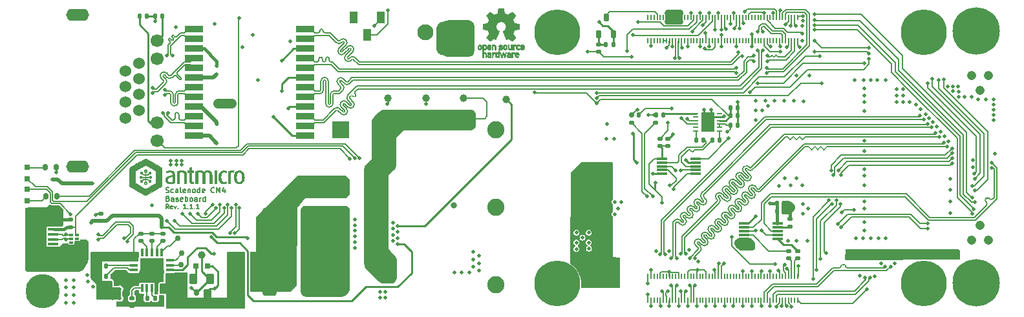
<source format=gbr>
G04 #@! TF.GenerationSoftware,KiCad,Pcbnew,6.0.11+dfsg-1~bpo11+1*
G04 #@! TF.CreationDate,2023-05-25T13:31:40+02:00*
G04 #@! TF.ProjectId,scalenode-cm4-baseboard,7363616c-656e-46f6-9465-2d636d342d62,1.1.1*
G04 #@! TF.SameCoordinates,Original*
G04 #@! TF.FileFunction,Copper,L1,Top*
G04 #@! TF.FilePolarity,Positive*
%FSLAX46Y46*%
G04 Gerber Fmt 4.6, Leading zero omitted, Abs format (unit mm)*
G04 Created by KiCad (PCBNEW 6.0.11+dfsg-1~bpo11+1) date 2023-05-25 13:31:40*
%MOMM*%
%LPD*%
G01*
G04 APERTURE LIST*
G04 Aperture macros list*
%AMRoundRect*
0 Rectangle with rounded corners*
0 $1 Rounding radius*
0 $2 $3 $4 $5 $6 $7 $8 $9 X,Y pos of 4 corners*
0 Add a 4 corners polygon primitive as box body*
4,1,4,$2,$3,$4,$5,$6,$7,$8,$9,$2,$3,0*
0 Add four circle primitives for the rounded corners*
1,1,$1+$1,$2,$3*
1,1,$1+$1,$4,$5*
1,1,$1+$1,$6,$7*
1,1,$1+$1,$8,$9*
0 Add four rect primitives between the rounded corners*
20,1,$1+$1,$2,$3,$4,$5,0*
20,1,$1+$1,$4,$5,$6,$7,0*
20,1,$1+$1,$6,$7,$8,$9,0*
20,1,$1+$1,$8,$9,$2,$3,0*%
G04 Aperture macros list end*
%ADD10C,0.150000*%
G04 #@! TA.AperFunction,NonConductor*
%ADD11C,0.150000*%
G04 #@! TD*
G04 #@! TA.AperFunction,EtchedComponent*
%ADD12C,0.001395*%
G04 #@! TD*
G04 #@! TA.AperFunction,EtchedComponent*
%ADD13C,0.010000*%
G04 #@! TD*
G04 #@! TA.AperFunction,ComponentPad*
%ADD14C,6.000000*%
G04 #@! TD*
G04 #@! TA.AperFunction,SMDPad,CuDef*
%ADD15RoundRect,0.147500X-0.172500X0.147500X-0.172500X-0.147500X0.172500X-0.147500X0.172500X0.147500X0*%
G04 #@! TD*
G04 #@! TA.AperFunction,SMDPad,CuDef*
%ADD16RoundRect,0.147500X-0.147500X-0.172500X0.147500X-0.172500X0.147500X0.172500X-0.147500X0.172500X0*%
G04 #@! TD*
G04 #@! TA.AperFunction,SMDPad,CuDef*
%ADD17RoundRect,0.120000X-0.180000X-0.280000X0.180000X-0.280000X0.180000X0.280000X-0.180000X0.280000X0*%
G04 #@! TD*
G04 #@! TA.AperFunction,SMDPad,CuDef*
%ADD18RoundRect,0.147500X0.147500X0.172500X-0.147500X0.172500X-0.147500X-0.172500X0.147500X-0.172500X0*%
G04 #@! TD*
G04 #@! TA.AperFunction,SMDPad,CuDef*
%ADD19R,0.200000X0.700000*%
G04 #@! TD*
G04 #@! TA.AperFunction,SMDPad,CuDef*
%ADD20RoundRect,0.147500X0.172500X-0.147500X0.172500X0.147500X-0.172500X0.147500X-0.172500X-0.147500X0*%
G04 #@! TD*
G04 #@! TA.AperFunction,ComponentPad*
%ADD21C,6.200000*%
G04 #@! TD*
G04 #@! TA.AperFunction,SMDPad,CuDef*
%ADD22R,1.450000X0.300000*%
G04 #@! TD*
G04 #@! TA.AperFunction,SMDPad,CuDef*
%ADD23R,2.400000X0.850000*%
G04 #@! TD*
G04 #@! TA.AperFunction,SMDPad,CuDef*
%ADD24R,0.650000X0.250000*%
G04 #@! TD*
G04 #@! TA.AperFunction,SMDPad,CuDef*
%ADD25R,1.700000X2.500000*%
G04 #@! TD*
G04 #@! TA.AperFunction,SMDPad,CuDef*
%ADD26RoundRect,0.090000X0.210000X-0.410000X0.210000X0.410000X-0.210000X0.410000X-0.210000X-0.410000X0*%
G04 #@! TD*
G04 #@! TA.AperFunction,SMDPad,CuDef*
%ADD27R,1.380000X0.450000*%
G04 #@! TD*
G04 #@! TA.AperFunction,SMDPad,CuDef*
%ADD28R,1.900000X2.375000*%
G04 #@! TD*
G04 #@! TA.AperFunction,SMDPad,CuDef*
%ADD29R,1.900000X1.175000*%
G04 #@! TD*
G04 #@! TA.AperFunction,SMDPad,CuDef*
%ADD30R,2.100000X1.475000*%
G04 #@! TD*
G04 #@! TA.AperFunction,ComponentPad*
%ADD31C,4.500000*%
G04 #@! TD*
G04 #@! TA.AperFunction,SMDPad,CuDef*
%ADD32R,1.000000X1.600000*%
G04 #@! TD*
G04 #@! TA.AperFunction,SMDPad,CuDef*
%ADD33R,0.800000X0.800000*%
G04 #@! TD*
G04 #@! TA.AperFunction,SMDPad,CuDef*
%ADD34R,0.520000X0.300000*%
G04 #@! TD*
G04 #@! TA.AperFunction,SMDPad,CuDef*
%ADD35R,0.490000X0.300000*%
G04 #@! TD*
G04 #@! TA.AperFunction,SMDPad,CuDef*
%ADD36RoundRect,0.120000X0.180000X0.280000X-0.180000X0.280000X-0.180000X-0.280000X0.180000X-0.280000X0*%
G04 #@! TD*
G04 #@! TA.AperFunction,SMDPad,CuDef*
%ADD37C,1.000000*%
G04 #@! TD*
G04 #@! TA.AperFunction,ComponentPad*
%ADD38R,2.250000X2.250000*%
G04 #@! TD*
G04 #@! TA.AperFunction,ComponentPad*
%ADD39C,2.250000*%
G04 #@! TD*
G04 #@! TA.AperFunction,SMDPad,CuDef*
%ADD40RoundRect,0.250000X0.650000X2.450000X-0.650000X2.450000X-0.650000X-2.450000X0.650000X-2.450000X0*%
G04 #@! TD*
G04 #@! TA.AperFunction,SMDPad,CuDef*
%ADD41RoundRect,0.150000X-0.350000X-0.550000X0.350000X-0.550000X0.350000X0.550000X-0.350000X0.550000X0*%
G04 #@! TD*
G04 #@! TA.AperFunction,SMDPad,CuDef*
%ADD42R,1.050000X0.340000*%
G04 #@! TD*
G04 #@! TA.AperFunction,SMDPad,CuDef*
%ADD43R,0.340000X1.050000*%
G04 #@! TD*
G04 #@! TA.AperFunction,SMDPad,CuDef*
%ADD44R,3.150000X3.150000*%
G04 #@! TD*
G04 #@! TA.AperFunction,ComponentPad*
%ADD45C,1.524000*%
G04 #@! TD*
G04 #@! TA.AperFunction,ComponentPad*
%ADD46C,1.700000*%
G04 #@! TD*
G04 #@! TA.AperFunction,ComponentPad*
%ADD47O,3.000000X1.600000*%
G04 #@! TD*
G04 #@! TA.AperFunction,SMDPad,CuDef*
%ADD48C,0.750000*%
G04 #@! TD*
G04 #@! TA.AperFunction,ComponentPad*
%ADD49C,2.100000*%
G04 #@! TD*
G04 #@! TA.AperFunction,ComponentPad*
%ADD50C,1.208000*%
G04 #@! TD*
G04 #@! TA.AperFunction,ViaPad*
%ADD51C,0.500000*%
G04 #@! TD*
G04 #@! TA.AperFunction,ViaPad*
%ADD52C,0.800000*%
G04 #@! TD*
G04 #@! TA.AperFunction,Conductor*
%ADD53C,0.500000*%
G04 #@! TD*
G04 #@! TA.AperFunction,Conductor*
%ADD54C,0.400000*%
G04 #@! TD*
G04 #@! TA.AperFunction,Conductor*
%ADD55C,0.254000*%
G04 #@! TD*
G04 #@! TA.AperFunction,Conductor*
%ADD56C,0.150000*%
G04 #@! TD*
G04 #@! TA.AperFunction,Conductor*
%ADD57C,0.200000*%
G04 #@! TD*
G04 #@! TA.AperFunction,Conductor*
%ADD58C,0.180000*%
G04 #@! TD*
G04 #@! TA.AperFunction,Conductor*
%ADD59C,0.170000*%
G04 #@! TD*
G04 #@! TA.AperFunction,Conductor*
%ADD60C,1.250000*%
G04 #@! TD*
G04 APERTURE END LIST*
D10*
D11*
X94230833Y-81229833D02*
X94330833Y-81263166D01*
X94497500Y-81263166D01*
X94564166Y-81229833D01*
X94597500Y-81196500D01*
X94630833Y-81129833D01*
X94630833Y-81063166D01*
X94597500Y-80996500D01*
X94564166Y-80963166D01*
X94497500Y-80929833D01*
X94364166Y-80896500D01*
X94297500Y-80863166D01*
X94264166Y-80829833D01*
X94230833Y-80763166D01*
X94230833Y-80696500D01*
X94264166Y-80629833D01*
X94297500Y-80596500D01*
X94364166Y-80563166D01*
X94530833Y-80563166D01*
X94630833Y-80596500D01*
X95230833Y-81229833D02*
X95164166Y-81263166D01*
X95030833Y-81263166D01*
X94964166Y-81229833D01*
X94930833Y-81196500D01*
X94897500Y-81129833D01*
X94897500Y-80929833D01*
X94930833Y-80863166D01*
X94964166Y-80829833D01*
X95030833Y-80796500D01*
X95164166Y-80796500D01*
X95230833Y-80829833D01*
X95830833Y-81263166D02*
X95830833Y-80896500D01*
X95797500Y-80829833D01*
X95730833Y-80796500D01*
X95597500Y-80796500D01*
X95530833Y-80829833D01*
X95830833Y-81229833D02*
X95764166Y-81263166D01*
X95597500Y-81263166D01*
X95530833Y-81229833D01*
X95497500Y-81163166D01*
X95497500Y-81096500D01*
X95530833Y-81029833D01*
X95597500Y-80996500D01*
X95764166Y-80996500D01*
X95830833Y-80963166D01*
X96264166Y-81263166D02*
X96197500Y-81229833D01*
X96164166Y-81163166D01*
X96164166Y-80563166D01*
X96797500Y-81229833D02*
X96730833Y-81263166D01*
X96597500Y-81263166D01*
X96530833Y-81229833D01*
X96497500Y-81163166D01*
X96497500Y-80896500D01*
X96530833Y-80829833D01*
X96597500Y-80796500D01*
X96730833Y-80796500D01*
X96797500Y-80829833D01*
X96830833Y-80896500D01*
X96830833Y-80963166D01*
X96497500Y-81029833D01*
X97130833Y-80796500D02*
X97130833Y-81263166D01*
X97130833Y-80863166D02*
X97164166Y-80829833D01*
X97230833Y-80796500D01*
X97330833Y-80796500D01*
X97397500Y-80829833D01*
X97430833Y-80896500D01*
X97430833Y-81263166D01*
X97864166Y-81263166D02*
X97797500Y-81229833D01*
X97764166Y-81196500D01*
X97730833Y-81129833D01*
X97730833Y-80929833D01*
X97764166Y-80863166D01*
X97797500Y-80829833D01*
X97864166Y-80796500D01*
X97964166Y-80796500D01*
X98030833Y-80829833D01*
X98064166Y-80863166D01*
X98097500Y-80929833D01*
X98097500Y-81129833D01*
X98064166Y-81196500D01*
X98030833Y-81229833D01*
X97964166Y-81263166D01*
X97864166Y-81263166D01*
X98697500Y-81263166D02*
X98697500Y-80563166D01*
X98697500Y-81229833D02*
X98630833Y-81263166D01*
X98497500Y-81263166D01*
X98430833Y-81229833D01*
X98397500Y-81196500D01*
X98364166Y-81129833D01*
X98364166Y-80929833D01*
X98397500Y-80863166D01*
X98430833Y-80829833D01*
X98497500Y-80796500D01*
X98630833Y-80796500D01*
X98697500Y-80829833D01*
X99297500Y-81229833D02*
X99230833Y-81263166D01*
X99097500Y-81263166D01*
X99030833Y-81229833D01*
X98997500Y-81163166D01*
X98997500Y-80896500D01*
X99030833Y-80829833D01*
X99097500Y-80796500D01*
X99230833Y-80796500D01*
X99297500Y-80829833D01*
X99330833Y-80896500D01*
X99330833Y-80963166D01*
X98997500Y-81029833D01*
X100564166Y-81196500D02*
X100530833Y-81229833D01*
X100430833Y-81263166D01*
X100364166Y-81263166D01*
X100264166Y-81229833D01*
X100197500Y-81163166D01*
X100164166Y-81096500D01*
X100130833Y-80963166D01*
X100130833Y-80863166D01*
X100164166Y-80729833D01*
X100197500Y-80663166D01*
X100264166Y-80596500D01*
X100364166Y-80563166D01*
X100430833Y-80563166D01*
X100530833Y-80596500D01*
X100564166Y-80629833D01*
X100864166Y-81263166D02*
X100864166Y-80563166D01*
X101097500Y-81063166D01*
X101330833Y-80563166D01*
X101330833Y-81263166D01*
X101964166Y-80796500D02*
X101964166Y-81263166D01*
X101797500Y-80529833D02*
X101630833Y-81029833D01*
X102064166Y-81029833D01*
X94497500Y-82023500D02*
X94597500Y-82056833D01*
X94630833Y-82090166D01*
X94664166Y-82156833D01*
X94664166Y-82256833D01*
X94630833Y-82323500D01*
X94597500Y-82356833D01*
X94530833Y-82390166D01*
X94264166Y-82390166D01*
X94264166Y-81690166D01*
X94497500Y-81690166D01*
X94564166Y-81723500D01*
X94597500Y-81756833D01*
X94630833Y-81823500D01*
X94630833Y-81890166D01*
X94597500Y-81956833D01*
X94564166Y-81990166D01*
X94497500Y-82023500D01*
X94264166Y-82023500D01*
X95264166Y-82390166D02*
X95264166Y-82023500D01*
X95230833Y-81956833D01*
X95164166Y-81923500D01*
X95030833Y-81923500D01*
X94964166Y-81956833D01*
X95264166Y-82356833D02*
X95197500Y-82390166D01*
X95030833Y-82390166D01*
X94964166Y-82356833D01*
X94930833Y-82290166D01*
X94930833Y-82223500D01*
X94964166Y-82156833D01*
X95030833Y-82123500D01*
X95197500Y-82123500D01*
X95264166Y-82090166D01*
X95564166Y-82356833D02*
X95630833Y-82390166D01*
X95764166Y-82390166D01*
X95830833Y-82356833D01*
X95864166Y-82290166D01*
X95864166Y-82256833D01*
X95830833Y-82190166D01*
X95764166Y-82156833D01*
X95664166Y-82156833D01*
X95597500Y-82123500D01*
X95564166Y-82056833D01*
X95564166Y-82023500D01*
X95597500Y-81956833D01*
X95664166Y-81923500D01*
X95764166Y-81923500D01*
X95830833Y-81956833D01*
X96430833Y-82356833D02*
X96364166Y-82390166D01*
X96230833Y-82390166D01*
X96164166Y-82356833D01*
X96130833Y-82290166D01*
X96130833Y-82023500D01*
X96164166Y-81956833D01*
X96230833Y-81923500D01*
X96364166Y-81923500D01*
X96430833Y-81956833D01*
X96464166Y-82023500D01*
X96464166Y-82090166D01*
X96130833Y-82156833D01*
X96764166Y-82390166D02*
X96764166Y-81690166D01*
X96764166Y-81956833D02*
X96830833Y-81923500D01*
X96964166Y-81923500D01*
X97030833Y-81956833D01*
X97064166Y-81990166D01*
X97097500Y-82056833D01*
X97097500Y-82256833D01*
X97064166Y-82323500D01*
X97030833Y-82356833D01*
X96964166Y-82390166D01*
X96830833Y-82390166D01*
X96764166Y-82356833D01*
X97497500Y-82390166D02*
X97430833Y-82356833D01*
X97397500Y-82323500D01*
X97364166Y-82256833D01*
X97364166Y-82056833D01*
X97397500Y-81990166D01*
X97430833Y-81956833D01*
X97497500Y-81923500D01*
X97597500Y-81923500D01*
X97664166Y-81956833D01*
X97697500Y-81990166D01*
X97730833Y-82056833D01*
X97730833Y-82256833D01*
X97697500Y-82323500D01*
X97664166Y-82356833D01*
X97597500Y-82390166D01*
X97497500Y-82390166D01*
X98330833Y-82390166D02*
X98330833Y-82023500D01*
X98297500Y-81956833D01*
X98230833Y-81923500D01*
X98097500Y-81923500D01*
X98030833Y-81956833D01*
X98330833Y-82356833D02*
X98264166Y-82390166D01*
X98097500Y-82390166D01*
X98030833Y-82356833D01*
X97997500Y-82290166D01*
X97997500Y-82223500D01*
X98030833Y-82156833D01*
X98097500Y-82123500D01*
X98264166Y-82123500D01*
X98330833Y-82090166D01*
X98664166Y-82390166D02*
X98664166Y-81923500D01*
X98664166Y-82056833D02*
X98697500Y-81990166D01*
X98730833Y-81956833D01*
X98797500Y-81923500D01*
X98864166Y-81923500D01*
X99397500Y-82390166D02*
X99397500Y-81690166D01*
X99397500Y-82356833D02*
X99330833Y-82390166D01*
X99197500Y-82390166D01*
X99130833Y-82356833D01*
X99097500Y-82323500D01*
X99064166Y-82256833D01*
X99064166Y-82056833D01*
X99097500Y-81990166D01*
X99130833Y-81956833D01*
X99197500Y-81923500D01*
X99330833Y-81923500D01*
X99397500Y-81956833D01*
D10*
D11*
X94585714Y-83381428D02*
X94385714Y-83095714D01*
X94242857Y-83381428D02*
X94242857Y-82781428D01*
X94471428Y-82781428D01*
X94528571Y-82810000D01*
X94557142Y-82838571D01*
X94585714Y-82895714D01*
X94585714Y-82981428D01*
X94557142Y-83038571D01*
X94528571Y-83067142D01*
X94471428Y-83095714D01*
X94242857Y-83095714D01*
X95071428Y-83352857D02*
X95014285Y-83381428D01*
X94900000Y-83381428D01*
X94842857Y-83352857D01*
X94814285Y-83295714D01*
X94814285Y-83067142D01*
X94842857Y-83010000D01*
X94900000Y-82981428D01*
X95014285Y-82981428D01*
X95071428Y-83010000D01*
X95100000Y-83067142D01*
X95100000Y-83124285D01*
X94814285Y-83181428D01*
X95300000Y-82981428D02*
X95442857Y-83381428D01*
X95585714Y-82981428D01*
X95814285Y-83324285D02*
X95842857Y-83352857D01*
X95814285Y-83381428D01*
X95785714Y-83352857D01*
X95814285Y-83324285D01*
X95814285Y-83381428D01*
X96871428Y-83381428D02*
X96528571Y-83381428D01*
X96700000Y-83381428D02*
X96700000Y-82781428D01*
X96642857Y-82867142D01*
X96585714Y-82924285D01*
X96528571Y-82952857D01*
X97128571Y-83324285D02*
X97157142Y-83352857D01*
X97128571Y-83381428D01*
X97100000Y-83352857D01*
X97128571Y-83324285D01*
X97128571Y-83381428D01*
X97728571Y-83381428D02*
X97385714Y-83381428D01*
X97557142Y-83381428D02*
X97557142Y-82781428D01*
X97500000Y-82867142D01*
X97442857Y-82924285D01*
X97385714Y-82952857D01*
X97985714Y-83324285D02*
X98014285Y-83352857D01*
X97985714Y-83381428D01*
X97957142Y-83352857D01*
X97985714Y-83324285D01*
X97985714Y-83381428D01*
X98585714Y-83381428D02*
X98242857Y-83381428D01*
X98414285Y-83381428D02*
X98414285Y-82781428D01*
X98357142Y-82867142D01*
X98300000Y-82924285D01*
X98242857Y-82952857D01*
G36*
X100876173Y-80047924D02*
G01*
X100592173Y-80047924D01*
X100592173Y-78370924D01*
X100876173Y-78370924D01*
X100876173Y-80047924D01*
G37*
D12*
X100876173Y-80047924D02*
X100592173Y-80047924D01*
X100592173Y-78370924D01*
X100876173Y-78370924D01*
X100876173Y-80047924D01*
G36*
X103090173Y-78348924D02*
G01*
X103111173Y-78351924D01*
X103119173Y-78356924D01*
X103120173Y-78358924D01*
X103116173Y-78375924D01*
X103107173Y-78409924D01*
X103095173Y-78453924D01*
X103089173Y-78472924D01*
X103073173Y-78520924D01*
X103061173Y-78549924D01*
X103050173Y-78563924D01*
X103039173Y-78565924D01*
X103037173Y-78565924D01*
X102963173Y-78549924D01*
X102881173Y-78544924D01*
X102800173Y-78549924D01*
X102729173Y-78564924D01*
X102715173Y-78569924D01*
X102683173Y-78582924D01*
X102683173Y-80047924D01*
X102399173Y-80047924D01*
X102399173Y-78455924D01*
X102485173Y-78424924D01*
X102559173Y-78399924D01*
X102627173Y-78381924D01*
X102696173Y-78367924D01*
X102770173Y-78358924D01*
X102858173Y-78352924D01*
X102922173Y-78350924D01*
X102998173Y-78347924D01*
X103053173Y-78347924D01*
X103090173Y-78348924D01*
G37*
X103090173Y-78348924D02*
X103111173Y-78351924D01*
X103119173Y-78356924D01*
X103120173Y-78358924D01*
X103116173Y-78375924D01*
X103107173Y-78409924D01*
X103095173Y-78453924D01*
X103089173Y-78472924D01*
X103073173Y-78520924D01*
X103061173Y-78549924D01*
X103050173Y-78563924D01*
X103039173Y-78565924D01*
X103037173Y-78565924D01*
X102963173Y-78549924D01*
X102881173Y-78544924D01*
X102800173Y-78549924D01*
X102729173Y-78564924D01*
X102715173Y-78569924D01*
X102683173Y-78582924D01*
X102683173Y-80047924D01*
X102399173Y-80047924D01*
X102399173Y-78455924D01*
X102485173Y-78424924D01*
X102559173Y-78399924D01*
X102627173Y-78381924D01*
X102696173Y-78367924D01*
X102770173Y-78358924D01*
X102858173Y-78352924D01*
X102922173Y-78350924D01*
X102998173Y-78347924D01*
X103053173Y-78347924D01*
X103090173Y-78348924D01*
G36*
X97563173Y-77920924D02*
G01*
X97565173Y-77952924D01*
X97567173Y-77999924D01*
X97568173Y-78060924D01*
X97568173Y-78370924D01*
X97852173Y-78370924D01*
X97852173Y-78559924D01*
X97568173Y-78559924D01*
X97568173Y-79712924D01*
X97595173Y-79763924D01*
X97630173Y-79812924D01*
X97674173Y-79842924D01*
X97732173Y-79855924D01*
X97778173Y-79856924D01*
X97852173Y-79852924D01*
X97852173Y-79943924D01*
X97850173Y-79999924D01*
X97844173Y-80033924D01*
X97837173Y-80043924D01*
X97820173Y-80047924D01*
X97784173Y-80051924D01*
X97737173Y-80054924D01*
X97704173Y-80056924D01*
X97640173Y-80056924D01*
X97591173Y-80053924D01*
X97550173Y-80045924D01*
X97524173Y-80037924D01*
X97452173Y-80003924D01*
X97395173Y-79956924D01*
X97347173Y-79891924D01*
X97332173Y-79864924D01*
X97291173Y-79784924D01*
X97288173Y-79171924D01*
X97284173Y-78559924D01*
X97096173Y-78559924D01*
X97096173Y-78370924D01*
X97285173Y-78370924D01*
X97285173Y-77993924D01*
X97419173Y-77951924D01*
X97472173Y-77935924D01*
X97516173Y-77921924D01*
X97547173Y-77912924D01*
X97560173Y-77909924D01*
X97563173Y-77920924D01*
G37*
X97563173Y-77920924D02*
X97565173Y-77952924D01*
X97567173Y-77999924D01*
X97568173Y-78060924D01*
X97568173Y-78370924D01*
X97852173Y-78370924D01*
X97852173Y-78559924D01*
X97568173Y-78559924D01*
X97568173Y-79712924D01*
X97595173Y-79763924D01*
X97630173Y-79812924D01*
X97674173Y-79842924D01*
X97732173Y-79855924D01*
X97778173Y-79856924D01*
X97852173Y-79852924D01*
X97852173Y-79943924D01*
X97850173Y-79999924D01*
X97844173Y-80033924D01*
X97837173Y-80043924D01*
X97820173Y-80047924D01*
X97784173Y-80051924D01*
X97737173Y-80054924D01*
X97704173Y-80056924D01*
X97640173Y-80056924D01*
X97591173Y-80053924D01*
X97550173Y-80045924D01*
X97524173Y-80037924D01*
X97452173Y-80003924D01*
X97395173Y-79956924D01*
X97347173Y-79891924D01*
X97332173Y-79864924D01*
X97291173Y-79784924D01*
X97288173Y-79171924D01*
X97284173Y-78559924D01*
X97096173Y-78559924D01*
X97096173Y-78370924D01*
X97285173Y-78370924D01*
X97285173Y-77993924D01*
X97419173Y-77951924D01*
X97472173Y-77935924D01*
X97516173Y-77921924D01*
X97547173Y-77912924D01*
X97560173Y-77909924D01*
X97563173Y-77920924D01*
G36*
X103158173Y-79026924D02*
G01*
X103182173Y-78887924D01*
X103221173Y-78760924D01*
X103274173Y-78647924D01*
X103340173Y-78550924D01*
X103359173Y-78528924D01*
X103444173Y-78452924D01*
X103540173Y-78397924D01*
X103648173Y-78362924D01*
X103768173Y-78347924D01*
X103804173Y-78346924D01*
X103925173Y-78354924D01*
X104031173Y-78378924D01*
X104124173Y-78420924D01*
X104208173Y-78479924D01*
X104248173Y-78516924D01*
X104322173Y-78607924D01*
X104382173Y-78715924D01*
X104426173Y-78839924D01*
X104455173Y-78981924D01*
X104465173Y-79073924D01*
X104470173Y-79238924D01*
X104461173Y-79393924D01*
X104436173Y-79535924D01*
X104397173Y-79664924D01*
X104344173Y-79777924D01*
X104278173Y-79874924D01*
X104199173Y-79953924D01*
X104150173Y-79989924D01*
X104073173Y-80027924D01*
X103980173Y-80056924D01*
X103881173Y-80073924D01*
X103781173Y-80078924D01*
X103691173Y-80070924D01*
X103574173Y-80038924D01*
X103471173Y-79987924D01*
X103381173Y-79917924D01*
X103306173Y-79828924D01*
X103245173Y-79722924D01*
X103199173Y-79598924D01*
X103174173Y-79490924D01*
X103153173Y-79330924D01*
X103149173Y-79202924D01*
X103431173Y-79202924D01*
X103436173Y-79334924D01*
X103452173Y-79461924D01*
X103478173Y-79577924D01*
X103514173Y-79675924D01*
X103560173Y-79753924D01*
X103619173Y-79814924D01*
X103687173Y-79856924D01*
X103761173Y-79879924D01*
X103839173Y-79882924D01*
X103918173Y-79863924D01*
X103944173Y-79851924D01*
X104010173Y-79808924D01*
X104065173Y-79748924D01*
X104109173Y-79671924D01*
X104143173Y-79575924D01*
X104168173Y-79460924D01*
X104182173Y-79338924D01*
X104188173Y-79190924D01*
X104182173Y-79052924D01*
X104164173Y-78926924D01*
X104135173Y-78815924D01*
X104095173Y-78720924D01*
X104045173Y-78643924D01*
X104014173Y-78610924D01*
X103947173Y-78562924D01*
X103874173Y-78536924D01*
X103798173Y-78529924D01*
X103723173Y-78542924D01*
X103653173Y-78574924D01*
X103590173Y-78624924D01*
X103537173Y-78691924D01*
X103516173Y-78729924D01*
X103479173Y-78828924D01*
X103452173Y-78944924D01*
X103436173Y-79070924D01*
X103431173Y-79202924D01*
X103149173Y-79202924D01*
X103148173Y-79175924D01*
X103158173Y-79026924D01*
G37*
X103158173Y-79026924D02*
X103182173Y-78887924D01*
X103221173Y-78760924D01*
X103274173Y-78647924D01*
X103340173Y-78550924D01*
X103359173Y-78528924D01*
X103444173Y-78452924D01*
X103540173Y-78397924D01*
X103648173Y-78362924D01*
X103768173Y-78347924D01*
X103804173Y-78346924D01*
X103925173Y-78354924D01*
X104031173Y-78378924D01*
X104124173Y-78420924D01*
X104208173Y-78479924D01*
X104248173Y-78516924D01*
X104322173Y-78607924D01*
X104382173Y-78715924D01*
X104426173Y-78839924D01*
X104455173Y-78981924D01*
X104465173Y-79073924D01*
X104470173Y-79238924D01*
X104461173Y-79393924D01*
X104436173Y-79535924D01*
X104397173Y-79664924D01*
X104344173Y-79777924D01*
X104278173Y-79874924D01*
X104199173Y-79953924D01*
X104150173Y-79989924D01*
X104073173Y-80027924D01*
X103980173Y-80056924D01*
X103881173Y-80073924D01*
X103781173Y-80078924D01*
X103691173Y-80070924D01*
X103574173Y-80038924D01*
X103471173Y-79987924D01*
X103381173Y-79917924D01*
X103306173Y-79828924D01*
X103245173Y-79722924D01*
X103199173Y-79598924D01*
X103174173Y-79490924D01*
X103153173Y-79330924D01*
X103149173Y-79202924D01*
X103431173Y-79202924D01*
X103436173Y-79334924D01*
X103452173Y-79461924D01*
X103478173Y-79577924D01*
X103514173Y-79675924D01*
X103560173Y-79753924D01*
X103619173Y-79814924D01*
X103687173Y-79856924D01*
X103761173Y-79879924D01*
X103839173Y-79882924D01*
X103918173Y-79863924D01*
X103944173Y-79851924D01*
X104010173Y-79808924D01*
X104065173Y-79748924D01*
X104109173Y-79671924D01*
X104143173Y-79575924D01*
X104168173Y-79460924D01*
X104182173Y-79338924D01*
X104188173Y-79190924D01*
X104182173Y-79052924D01*
X104164173Y-78926924D01*
X104135173Y-78815924D01*
X104095173Y-78720924D01*
X104045173Y-78643924D01*
X104014173Y-78610924D01*
X103947173Y-78562924D01*
X103874173Y-78536924D01*
X103798173Y-78529924D01*
X103723173Y-78542924D01*
X103653173Y-78574924D01*
X103590173Y-78624924D01*
X103537173Y-78691924D01*
X103516173Y-78729924D01*
X103479173Y-78828924D01*
X103452173Y-78944924D01*
X103436173Y-79070924D01*
X103431173Y-79202924D01*
X103149173Y-79202924D01*
X103148173Y-79175924D01*
X103158173Y-79026924D01*
G36*
X89470173Y-78810924D02*
G01*
X89470173Y-78662924D01*
X89471173Y-78533924D01*
X89472173Y-78421924D01*
X89473173Y-78326924D01*
X89474173Y-78246924D01*
X89476173Y-78180924D01*
X89479173Y-78126924D01*
X89482173Y-78082924D01*
X89486173Y-78048924D01*
X89490173Y-78021924D01*
X89496173Y-78001924D01*
X89503173Y-77985924D01*
X89511173Y-77973924D01*
X89520173Y-77963924D01*
X89530173Y-77954924D01*
X89542173Y-77943924D01*
X89547173Y-77939924D01*
X89562173Y-77928924D01*
X89596173Y-77907924D01*
X89647173Y-77876924D01*
X89715173Y-77835924D01*
X89797173Y-77786924D01*
X89892173Y-77730924D01*
X89998173Y-77668924D01*
X90115173Y-77600924D01*
X90240173Y-77527924D01*
X90372173Y-77450924D01*
X90509173Y-77371924D01*
X90524173Y-77362924D01*
X90684173Y-77270924D01*
X90825173Y-77188924D01*
X90948173Y-77117924D01*
X91055173Y-77056924D01*
X91147173Y-77003924D01*
X91225173Y-76959924D01*
X91290173Y-76923924D01*
X91344173Y-76893924D01*
X91389173Y-76869924D01*
X91453173Y-76837924D01*
X91476173Y-76827924D01*
X91494173Y-76821924D01*
X91509173Y-76817924D01*
X91522173Y-76814924D01*
X91535173Y-76813924D01*
X91539173Y-76813924D01*
X91602173Y-76814924D01*
X91651173Y-76825924D01*
X91652173Y-76825924D01*
X91667173Y-76833924D01*
X91701173Y-76852924D01*
X91752173Y-76881924D01*
X91818173Y-76918924D01*
X91897173Y-76963924D01*
X91987173Y-77015924D01*
X92088173Y-77072924D01*
X92196173Y-77134924D01*
X92310173Y-77199924D01*
X92428173Y-77267924D01*
X92548173Y-77336924D01*
X92670173Y-77406924D01*
X92790173Y-77475924D01*
X92906173Y-77542924D01*
X93019173Y-77607924D01*
X93124173Y-77668924D01*
X93221173Y-77724924D01*
X93308173Y-77775924D01*
X93383173Y-77819924D01*
X93444173Y-77854924D01*
X93489173Y-77881924D01*
X93517173Y-77898924D01*
X93521173Y-77900924D01*
X93571173Y-77941924D01*
X93609173Y-77990924D01*
X93641173Y-78045924D01*
X93645173Y-79171924D01*
X93645173Y-79905924D01*
X93644173Y-80034924D01*
X93643173Y-80142924D01*
X93641173Y-80226924D01*
X93639173Y-80288924D01*
X93637173Y-80327924D01*
X93636173Y-80341924D01*
X93631173Y-80359924D01*
X93626173Y-80375924D01*
X93619173Y-80391924D01*
X93610173Y-80406924D01*
X93596173Y-80423924D01*
X93577173Y-80441924D01*
X93552173Y-80461924D01*
X93520173Y-80485924D01*
X93478173Y-80514924D01*
X93426173Y-80547924D01*
X93363173Y-80586924D01*
X93287173Y-80631924D01*
X93197173Y-80684924D01*
X93093173Y-80745924D01*
X92972173Y-80815924D01*
X92834173Y-80895924D01*
X92677173Y-80986924D01*
X92607173Y-81027924D01*
X91657173Y-81575924D01*
X91568173Y-81580924D01*
X91480173Y-81584924D01*
X91131173Y-81384924D01*
X90918173Y-81261924D01*
X90724173Y-81150924D01*
X90549173Y-81049924D01*
X90391173Y-80958924D01*
X90250173Y-80877924D01*
X90125173Y-80804924D01*
X90014173Y-80740924D01*
X89918173Y-80683924D01*
X89834173Y-80633924D01*
X89762173Y-80590924D01*
X89701173Y-80553924D01*
X89650173Y-80520924D01*
X89608173Y-80493924D01*
X89574173Y-80469924D01*
X89547173Y-80449924D01*
X89527173Y-80432924D01*
X89511173Y-80417924D01*
X89500173Y-80403924D01*
X89493173Y-80391924D01*
X89488173Y-80379924D01*
X89484173Y-80367924D01*
X89478173Y-80341924D01*
X89475173Y-80320924D01*
X89473173Y-80276924D01*
X89472173Y-80209924D01*
X89470173Y-80119924D01*
X89469173Y-80007924D01*
X89469173Y-79873924D01*
X89468173Y-79716924D01*
X89468173Y-79350924D01*
X90198173Y-79350924D01*
X90199173Y-79482924D01*
X90199173Y-79593924D01*
X90200173Y-79687924D01*
X90201173Y-79764924D01*
X90203173Y-79826924D01*
X90206173Y-79876924D01*
X90209173Y-79915924D01*
X90214173Y-79944924D01*
X90220173Y-79967924D01*
X90227173Y-79983924D01*
X90236173Y-79996924D01*
X90246173Y-80007924D01*
X90258173Y-80017924D01*
X90259173Y-80018924D01*
X90275173Y-80029924D01*
X90309173Y-80050924D01*
X90359173Y-80080924D01*
X90423173Y-80118924D01*
X90498173Y-80162924D01*
X90583173Y-80212924D01*
X90675173Y-80265924D01*
X90771173Y-80321924D01*
X90871173Y-80378924D01*
X90970173Y-80436924D01*
X91068173Y-80492924D01*
X91162173Y-80546924D01*
X91250173Y-80595924D01*
X91329173Y-80640924D01*
X91398173Y-80679924D01*
X91453173Y-80709924D01*
X91494173Y-80731924D01*
X91517173Y-80743924D01*
X91520173Y-80744924D01*
X91550173Y-80752924D01*
X91570173Y-80753924D01*
X91594173Y-80745924D01*
X91609173Y-80739924D01*
X91666173Y-80709924D01*
X91719173Y-80679924D01*
X91785173Y-80642924D01*
X91862173Y-80598924D01*
X91948173Y-80549924D01*
X92041173Y-80496924D01*
X92138173Y-80440924D01*
X92336173Y-80326924D01*
X92433173Y-80269924D01*
X92525173Y-80216924D01*
X92610173Y-80166924D01*
X92686173Y-80121924D01*
X92750173Y-80083924D01*
X92801173Y-80052924D01*
X92837173Y-80031924D01*
X92854173Y-80019924D01*
X92867173Y-80008924D01*
X92877173Y-79997924D01*
X92886173Y-79984924D01*
X92893173Y-79968924D01*
X92899173Y-79946924D01*
X92904173Y-79917924D01*
X92907173Y-79879924D01*
X92910173Y-79831924D01*
X92912173Y-79769924D01*
X92914173Y-79693924D01*
X92914173Y-79601924D01*
X92915173Y-79491924D01*
X92915173Y-78910924D01*
X92914173Y-78798924D01*
X92914173Y-78704924D01*
X92912173Y-78626924D01*
X92910173Y-78563924D01*
X92907173Y-78513924D01*
X92903173Y-78474924D01*
X92898173Y-78444924D01*
X92891173Y-78422924D01*
X92883173Y-78405924D01*
X92873173Y-78392924D01*
X92862173Y-78382924D01*
X92848173Y-78371924D01*
X92842173Y-78367924D01*
X92825173Y-78356924D01*
X92789173Y-78334924D01*
X92737173Y-78303924D01*
X92670173Y-78264924D01*
X92590173Y-78217924D01*
X92500173Y-78164924D01*
X92400173Y-78107924D01*
X92294173Y-78045924D01*
X92205173Y-77994924D01*
X92078173Y-77920924D01*
X91969173Y-77858924D01*
X91877173Y-77806924D01*
X91801173Y-77763924D01*
X91738173Y-77728924D01*
X91688173Y-77701924D01*
X91648173Y-77681924D01*
X91618173Y-77667924D01*
X91594173Y-77657924D01*
X91577173Y-77652924D01*
X91563173Y-77649924D01*
X91558173Y-77649924D01*
X91546173Y-77650924D01*
X91530173Y-77654924D01*
X91509173Y-77662924D01*
X91482173Y-77674924D01*
X91447173Y-77691924D01*
X91402173Y-77715924D01*
X91346173Y-77746924D01*
X91276173Y-77785924D01*
X91192173Y-77832924D01*
X91092173Y-77890924D01*
X90974173Y-77957924D01*
X90892173Y-78005924D01*
X90781173Y-78069924D01*
X90675173Y-78130924D01*
X90578173Y-78187924D01*
X90489173Y-78239924D01*
X90412173Y-78284924D01*
X90348173Y-78322924D01*
X90299173Y-78351924D01*
X90266173Y-78371924D01*
X90253173Y-78380924D01*
X90242173Y-78390924D01*
X90233173Y-78400924D01*
X90225173Y-78413924D01*
X90218173Y-78430924D01*
X90213173Y-78452924D01*
X90209173Y-78483924D01*
X90205173Y-78523924D01*
X90203173Y-78575924D01*
X90201173Y-78639924D01*
X90200173Y-78718924D01*
X90199173Y-78815924D01*
X90199173Y-78929924D01*
X90198173Y-79064924D01*
X90198173Y-79350924D01*
X89468173Y-79350924D01*
X89468173Y-79339924D01*
X89469173Y-79197924D01*
X89469173Y-78979924D01*
X89470173Y-78810924D01*
G37*
X89470173Y-78810924D02*
X89470173Y-78662924D01*
X89471173Y-78533924D01*
X89472173Y-78421924D01*
X89473173Y-78326924D01*
X89474173Y-78246924D01*
X89476173Y-78180924D01*
X89479173Y-78126924D01*
X89482173Y-78082924D01*
X89486173Y-78048924D01*
X89490173Y-78021924D01*
X89496173Y-78001924D01*
X89503173Y-77985924D01*
X89511173Y-77973924D01*
X89520173Y-77963924D01*
X89530173Y-77954924D01*
X89542173Y-77943924D01*
X89547173Y-77939924D01*
X89562173Y-77928924D01*
X89596173Y-77907924D01*
X89647173Y-77876924D01*
X89715173Y-77835924D01*
X89797173Y-77786924D01*
X89892173Y-77730924D01*
X89998173Y-77668924D01*
X90115173Y-77600924D01*
X90240173Y-77527924D01*
X90372173Y-77450924D01*
X90509173Y-77371924D01*
X90524173Y-77362924D01*
X90684173Y-77270924D01*
X90825173Y-77188924D01*
X90948173Y-77117924D01*
X91055173Y-77056924D01*
X91147173Y-77003924D01*
X91225173Y-76959924D01*
X91290173Y-76923924D01*
X91344173Y-76893924D01*
X91389173Y-76869924D01*
X91453173Y-76837924D01*
X91476173Y-76827924D01*
X91494173Y-76821924D01*
X91509173Y-76817924D01*
X91522173Y-76814924D01*
X91535173Y-76813924D01*
X91539173Y-76813924D01*
X91602173Y-76814924D01*
X91651173Y-76825924D01*
X91652173Y-76825924D01*
X91667173Y-76833924D01*
X91701173Y-76852924D01*
X91752173Y-76881924D01*
X91818173Y-76918924D01*
X91897173Y-76963924D01*
X91987173Y-77015924D01*
X92088173Y-77072924D01*
X92196173Y-77134924D01*
X92310173Y-77199924D01*
X92428173Y-77267924D01*
X92548173Y-77336924D01*
X92670173Y-77406924D01*
X92790173Y-77475924D01*
X92906173Y-77542924D01*
X93019173Y-77607924D01*
X93124173Y-77668924D01*
X93221173Y-77724924D01*
X93308173Y-77775924D01*
X93383173Y-77819924D01*
X93444173Y-77854924D01*
X93489173Y-77881924D01*
X93517173Y-77898924D01*
X93521173Y-77900924D01*
X93571173Y-77941924D01*
X93609173Y-77990924D01*
X93641173Y-78045924D01*
X93645173Y-79171924D01*
X93645173Y-79905924D01*
X93644173Y-80034924D01*
X93643173Y-80142924D01*
X93641173Y-80226924D01*
X93639173Y-80288924D01*
X93637173Y-80327924D01*
X93636173Y-80341924D01*
X93631173Y-80359924D01*
X93626173Y-80375924D01*
X93619173Y-80391924D01*
X93610173Y-80406924D01*
X93596173Y-80423924D01*
X93577173Y-80441924D01*
X93552173Y-80461924D01*
X93520173Y-80485924D01*
X93478173Y-80514924D01*
X93426173Y-80547924D01*
X93363173Y-80586924D01*
X93287173Y-80631924D01*
X93197173Y-80684924D01*
X93093173Y-80745924D01*
X92972173Y-80815924D01*
X92834173Y-80895924D01*
X92677173Y-80986924D01*
X92607173Y-81027924D01*
X91657173Y-81575924D01*
X91568173Y-81580924D01*
X91480173Y-81584924D01*
X91131173Y-81384924D01*
X90918173Y-81261924D01*
X90724173Y-81150924D01*
X90549173Y-81049924D01*
X90391173Y-80958924D01*
X90250173Y-80877924D01*
X90125173Y-80804924D01*
X90014173Y-80740924D01*
X89918173Y-80683924D01*
X89834173Y-80633924D01*
X89762173Y-80590924D01*
X89701173Y-80553924D01*
X89650173Y-80520924D01*
X89608173Y-80493924D01*
X89574173Y-80469924D01*
X89547173Y-80449924D01*
X89527173Y-80432924D01*
X89511173Y-80417924D01*
X89500173Y-80403924D01*
X89493173Y-80391924D01*
X89488173Y-80379924D01*
X89484173Y-80367924D01*
X89478173Y-80341924D01*
X89475173Y-80320924D01*
X89473173Y-80276924D01*
X89472173Y-80209924D01*
X89470173Y-80119924D01*
X89469173Y-80007924D01*
X89469173Y-79873924D01*
X89468173Y-79716924D01*
X89468173Y-79350924D01*
X90198173Y-79350924D01*
X90199173Y-79482924D01*
X90199173Y-79593924D01*
X90200173Y-79687924D01*
X90201173Y-79764924D01*
X90203173Y-79826924D01*
X90206173Y-79876924D01*
X90209173Y-79915924D01*
X90214173Y-79944924D01*
X90220173Y-79967924D01*
X90227173Y-79983924D01*
X90236173Y-79996924D01*
X90246173Y-80007924D01*
X90258173Y-80017924D01*
X90259173Y-80018924D01*
X90275173Y-80029924D01*
X90309173Y-80050924D01*
X90359173Y-80080924D01*
X90423173Y-80118924D01*
X90498173Y-80162924D01*
X90583173Y-80212924D01*
X90675173Y-80265924D01*
X90771173Y-80321924D01*
X90871173Y-80378924D01*
X90970173Y-80436924D01*
X91068173Y-80492924D01*
X91162173Y-80546924D01*
X91250173Y-80595924D01*
X91329173Y-80640924D01*
X91398173Y-80679924D01*
X91453173Y-80709924D01*
X91494173Y-80731924D01*
X91517173Y-80743924D01*
X91520173Y-80744924D01*
X91550173Y-80752924D01*
X91570173Y-80753924D01*
X91594173Y-80745924D01*
X91609173Y-80739924D01*
X91666173Y-80709924D01*
X91719173Y-80679924D01*
X91785173Y-80642924D01*
X91862173Y-80598924D01*
X91948173Y-80549924D01*
X92041173Y-80496924D01*
X92138173Y-80440924D01*
X92336173Y-80326924D01*
X92433173Y-80269924D01*
X92525173Y-80216924D01*
X92610173Y-80166924D01*
X92686173Y-80121924D01*
X92750173Y-80083924D01*
X92801173Y-80052924D01*
X92837173Y-80031924D01*
X92854173Y-80019924D01*
X92867173Y-80008924D01*
X92877173Y-79997924D01*
X92886173Y-79984924D01*
X92893173Y-79968924D01*
X92899173Y-79946924D01*
X92904173Y-79917924D01*
X92907173Y-79879924D01*
X92910173Y-79831924D01*
X92912173Y-79769924D01*
X92914173Y-79693924D01*
X92914173Y-79601924D01*
X92915173Y-79491924D01*
X92915173Y-78910924D01*
X92914173Y-78798924D01*
X92914173Y-78704924D01*
X92912173Y-78626924D01*
X92910173Y-78563924D01*
X92907173Y-78513924D01*
X92903173Y-78474924D01*
X92898173Y-78444924D01*
X92891173Y-78422924D01*
X92883173Y-78405924D01*
X92873173Y-78392924D01*
X92862173Y-78382924D01*
X92848173Y-78371924D01*
X92842173Y-78367924D01*
X92825173Y-78356924D01*
X92789173Y-78334924D01*
X92737173Y-78303924D01*
X92670173Y-78264924D01*
X92590173Y-78217924D01*
X92500173Y-78164924D01*
X92400173Y-78107924D01*
X92294173Y-78045924D01*
X92205173Y-77994924D01*
X92078173Y-77920924D01*
X91969173Y-77858924D01*
X91877173Y-77806924D01*
X91801173Y-77763924D01*
X91738173Y-77728924D01*
X91688173Y-77701924D01*
X91648173Y-77681924D01*
X91618173Y-77667924D01*
X91594173Y-77657924D01*
X91577173Y-77652924D01*
X91563173Y-77649924D01*
X91558173Y-77649924D01*
X91546173Y-77650924D01*
X91530173Y-77654924D01*
X91509173Y-77662924D01*
X91482173Y-77674924D01*
X91447173Y-77691924D01*
X91402173Y-77715924D01*
X91346173Y-77746924D01*
X91276173Y-77785924D01*
X91192173Y-77832924D01*
X91092173Y-77890924D01*
X90974173Y-77957924D01*
X90892173Y-78005924D01*
X90781173Y-78069924D01*
X90675173Y-78130924D01*
X90578173Y-78187924D01*
X90489173Y-78239924D01*
X90412173Y-78284924D01*
X90348173Y-78322924D01*
X90299173Y-78351924D01*
X90266173Y-78371924D01*
X90253173Y-78380924D01*
X90242173Y-78390924D01*
X90233173Y-78400924D01*
X90225173Y-78413924D01*
X90218173Y-78430924D01*
X90213173Y-78452924D01*
X90209173Y-78483924D01*
X90205173Y-78523924D01*
X90203173Y-78575924D01*
X90201173Y-78639924D01*
X90200173Y-78718924D01*
X90199173Y-78815924D01*
X90199173Y-78929924D01*
X90198173Y-79064924D01*
X90198173Y-79350924D01*
X89468173Y-79350924D01*
X89468173Y-79339924D01*
X89469173Y-79197924D01*
X89469173Y-78979924D01*
X89470173Y-78810924D01*
G36*
X99784173Y-78355924D02*
G01*
X99899173Y-78380924D01*
X99998173Y-78422924D01*
X100081173Y-78479924D01*
X100147173Y-78553924D01*
X100178173Y-78606924D01*
X100191173Y-78631924D01*
X100201173Y-78656924D01*
X100210173Y-78682924D01*
X100218173Y-78711924D01*
X100223173Y-78746924D01*
X100228173Y-78788924D01*
X100232173Y-78840924D01*
X100234173Y-78903924D01*
X100236173Y-78980924D01*
X100237173Y-79073924D01*
X100238173Y-79184924D01*
X100238173Y-80047924D01*
X99955173Y-80047924D01*
X99952173Y-79394924D01*
X99948173Y-78742924D01*
X99914173Y-78680924D01*
X99867173Y-78618924D01*
X99806173Y-78572924D01*
X99734173Y-78542924D01*
X99656173Y-78530924D01*
X99573173Y-78534924D01*
X99491173Y-78555924D01*
X99411173Y-78593924D01*
X99355173Y-78635924D01*
X99305173Y-78679924D01*
X99305173Y-80047924D01*
X99021173Y-80047924D01*
X99021173Y-79247924D01*
X99020173Y-79110924D01*
X99019173Y-78994924D01*
X99018173Y-78900924D01*
X99016173Y-78826924D01*
X99013173Y-78772924D01*
X99010173Y-78737924D01*
X99008173Y-78723924D01*
X98976173Y-78656924D01*
X98926173Y-78603924D01*
X98859173Y-78563924D01*
X98776173Y-78539924D01*
X98680173Y-78529924D01*
X98582173Y-78534924D01*
X98528173Y-78541924D01*
X98490173Y-78547924D01*
X98458173Y-78554924D01*
X98425173Y-78565924D01*
X98404173Y-78573924D01*
X98372173Y-78585924D01*
X98372173Y-80047924D01*
X98100173Y-80047924D01*
X98100173Y-78454924D01*
X98212173Y-78417924D01*
X98339173Y-78382924D01*
X98458173Y-78359924D01*
X98578173Y-78349924D01*
X98702173Y-78349924D01*
X98802173Y-78355924D01*
X98884173Y-78366924D01*
X98954173Y-78384924D01*
X99015173Y-78411924D01*
X99074173Y-78447924D01*
X99099173Y-78465924D01*
X99176173Y-78524924D01*
X99226173Y-78483924D01*
X99321173Y-78420924D01*
X99429173Y-78377924D01*
X99549173Y-78352924D01*
X99653173Y-78347924D01*
X99784173Y-78355924D01*
G37*
X99784173Y-78355924D02*
X99899173Y-78380924D01*
X99998173Y-78422924D01*
X100081173Y-78479924D01*
X100147173Y-78553924D01*
X100178173Y-78606924D01*
X100191173Y-78631924D01*
X100201173Y-78656924D01*
X100210173Y-78682924D01*
X100218173Y-78711924D01*
X100223173Y-78746924D01*
X100228173Y-78788924D01*
X100232173Y-78840924D01*
X100234173Y-78903924D01*
X100236173Y-78980924D01*
X100237173Y-79073924D01*
X100238173Y-79184924D01*
X100238173Y-80047924D01*
X99955173Y-80047924D01*
X99952173Y-79394924D01*
X99948173Y-78742924D01*
X99914173Y-78680924D01*
X99867173Y-78618924D01*
X99806173Y-78572924D01*
X99734173Y-78542924D01*
X99656173Y-78530924D01*
X99573173Y-78534924D01*
X99491173Y-78555924D01*
X99411173Y-78593924D01*
X99355173Y-78635924D01*
X99305173Y-78679924D01*
X99305173Y-80047924D01*
X99021173Y-80047924D01*
X99021173Y-79247924D01*
X99020173Y-79110924D01*
X99019173Y-78994924D01*
X99018173Y-78900924D01*
X99016173Y-78826924D01*
X99013173Y-78772924D01*
X99010173Y-78737924D01*
X99008173Y-78723924D01*
X98976173Y-78656924D01*
X98926173Y-78603924D01*
X98859173Y-78563924D01*
X98776173Y-78539924D01*
X98680173Y-78529924D01*
X98582173Y-78534924D01*
X98528173Y-78541924D01*
X98490173Y-78547924D01*
X98458173Y-78554924D01*
X98425173Y-78565924D01*
X98404173Y-78573924D01*
X98372173Y-78585924D01*
X98372173Y-80047924D01*
X98100173Y-80047924D01*
X98100173Y-78454924D01*
X98212173Y-78417924D01*
X98339173Y-78382924D01*
X98458173Y-78359924D01*
X98578173Y-78349924D01*
X98702173Y-78349924D01*
X98802173Y-78355924D01*
X98884173Y-78366924D01*
X98954173Y-78384924D01*
X99015173Y-78411924D01*
X99074173Y-78447924D01*
X99099173Y-78465924D01*
X99176173Y-78524924D01*
X99226173Y-78483924D01*
X99321173Y-78420924D01*
X99429173Y-78377924D01*
X99549173Y-78352924D01*
X99653173Y-78347924D01*
X99784173Y-78355924D01*
G36*
X91965173Y-78595924D02*
G01*
X91980173Y-78570924D01*
X91987173Y-78562924D01*
X92030173Y-78525924D01*
X92077173Y-78509924D01*
X92125173Y-78510924D01*
X92169173Y-78526924D01*
X92205173Y-78555924D01*
X92229173Y-78596924D01*
X92238173Y-78645924D01*
X92230173Y-78694924D01*
X92203173Y-78741924D01*
X92161173Y-78771924D01*
X92104173Y-78783924D01*
X92094173Y-78783924D01*
X92069173Y-78784924D01*
X92049173Y-78788924D01*
X92028173Y-78799924D01*
X92002173Y-78819924D01*
X91967173Y-78851924D01*
X91938173Y-78878924D01*
X91837173Y-78972924D01*
X91592173Y-78972924D01*
X91592173Y-79161924D01*
X92040173Y-79161924D01*
X92058173Y-79127924D01*
X92090173Y-79089924D01*
X92134173Y-79066924D01*
X92184173Y-79059924D01*
X92233173Y-79069924D01*
X92275173Y-79097924D01*
X92279173Y-79101924D01*
X92310173Y-79149924D01*
X92320173Y-79198924D01*
X92313173Y-79244924D01*
X92291173Y-79285924D01*
X92257173Y-79316924D01*
X92214173Y-79334924D01*
X92165173Y-79337924D01*
X92112173Y-79320924D01*
X92102173Y-79314924D01*
X92074173Y-79293924D01*
X92057173Y-79271924D01*
X92056173Y-79267924D01*
X92053173Y-79259924D01*
X92046173Y-79253924D01*
X92031173Y-79249924D01*
X92007173Y-79246924D01*
X91969173Y-79245924D01*
X91914173Y-79244924D01*
X91592173Y-79244924D01*
X91592173Y-79421924D01*
X91835173Y-79421924D01*
X92031173Y-79618924D01*
X92086173Y-79613924D01*
X92145173Y-79617924D01*
X92191173Y-79640924D01*
X92223173Y-79681924D01*
X92231173Y-79703924D01*
X92239173Y-79759924D01*
X92225173Y-79808924D01*
X92196173Y-79847924D01*
X92150173Y-79879924D01*
X92101173Y-79890924D01*
X92054173Y-79884924D01*
X92012173Y-79861924D01*
X91981173Y-79824924D01*
X91963173Y-79776924D01*
X91962173Y-79740924D01*
X92043173Y-79740924D01*
X92047173Y-79770924D01*
X92058173Y-79787924D01*
X92085173Y-79807924D01*
X92111173Y-79806924D01*
X92135173Y-79787924D01*
X92156173Y-79758924D01*
X92154173Y-79732924D01*
X92136173Y-79711924D01*
X92107173Y-79696924D01*
X92078173Y-79699924D01*
X92055173Y-79715924D01*
X92043173Y-79740924D01*
X91962173Y-79740924D01*
X91962173Y-79729924D01*
X91969173Y-79673924D01*
X91798173Y-79504924D01*
X91592173Y-79504924D01*
X91592173Y-79783924D01*
X91641173Y-79805924D01*
X91692173Y-79840924D01*
X91727173Y-79887924D01*
X91746173Y-79943924D01*
X91750173Y-80001924D01*
X91736173Y-80058924D01*
X91707173Y-80108924D01*
X91661173Y-80148924D01*
X91650173Y-80154924D01*
X91589173Y-80173924D01*
X91523173Y-80173924D01*
X91462173Y-80154924D01*
X91460173Y-80153924D01*
X91412173Y-80115924D01*
X91380173Y-80066924D01*
X91365173Y-80010924D01*
X91365173Y-79982924D01*
X91446173Y-79982924D01*
X91450173Y-80017924D01*
X91468173Y-80045924D01*
X91484173Y-80060924D01*
X91527173Y-80088924D01*
X91570173Y-80092924D01*
X91614173Y-80073924D01*
X91630173Y-80060924D01*
X91656173Y-80031924D01*
X91667173Y-80001924D01*
X91668173Y-79982924D01*
X91657173Y-79939924D01*
X91629173Y-79902924D01*
X91591173Y-79877924D01*
X91557173Y-79870924D01*
X91514173Y-79880924D01*
X91477173Y-79908924D01*
X91453173Y-79947924D01*
X91446173Y-79982924D01*
X91365173Y-79982924D01*
X91366173Y-79951924D01*
X91383173Y-79895924D01*
X91416173Y-79846924D01*
X91464173Y-79809924D01*
X91473173Y-79805924D01*
X91521173Y-79783924D01*
X91521173Y-79504924D01*
X91315173Y-79504924D01*
X91145173Y-79673924D01*
X91151173Y-79729924D01*
X91149173Y-79785924D01*
X91128173Y-79832924D01*
X91094173Y-79866924D01*
X91051173Y-79886924D01*
X91003173Y-79890924D01*
X90955173Y-79875924D01*
X90918173Y-79847924D01*
X90885173Y-79802924D01*
X90874173Y-79752924D01*
X90877173Y-79737924D01*
X90957173Y-79737924D01*
X90960173Y-79763924D01*
X90978173Y-79787924D01*
X91007173Y-79808924D01*
X91032173Y-79806924D01*
X91054173Y-79788924D01*
X91069173Y-79757924D01*
X91065173Y-79726924D01*
X91045173Y-79703924D01*
X91030173Y-79697924D01*
X90996173Y-79699924D01*
X90977173Y-79711924D01*
X90957173Y-79737924D01*
X90877173Y-79737924D01*
X90883173Y-79703924D01*
X90908173Y-79655924D01*
X90948173Y-79625924D01*
X91002173Y-79613924D01*
X91027173Y-79613924D01*
X91082173Y-79618924D01*
X91279173Y-79421924D01*
X91521173Y-79421924D01*
X91521173Y-79244924D01*
X91154173Y-79244924D01*
X91113173Y-79246924D01*
X91085173Y-79248924D01*
X91069173Y-79252924D01*
X91060173Y-79257924D01*
X91056173Y-79265924D01*
X91054173Y-79268924D01*
X91035173Y-79295924D01*
X91001173Y-79319924D01*
X90960173Y-79335924D01*
X90933173Y-79338924D01*
X90879173Y-79328924D01*
X90836173Y-79302924D01*
X90807173Y-79262924D01*
X90794173Y-79215924D01*
X90795173Y-79199924D01*
X90873173Y-79199924D01*
X90877173Y-79216924D01*
X90889173Y-79231924D01*
X90920173Y-79252924D01*
X90951173Y-79251924D01*
X90971173Y-79237924D01*
X90988173Y-79207924D01*
X90985173Y-79187924D01*
X92125173Y-79187924D01*
X92130173Y-79220924D01*
X92142173Y-79237924D01*
X92172173Y-79254924D01*
X92204173Y-79248924D01*
X92225173Y-79231924D01*
X92239173Y-79212924D01*
X92238173Y-79194924D01*
X92229173Y-79175924D01*
X92204173Y-79148924D01*
X92174173Y-79140924D01*
X92145173Y-79153924D01*
X92143173Y-79155924D01*
X92125173Y-79187924D01*
X90985173Y-79187924D01*
X90982173Y-79175924D01*
X90967173Y-79156924D01*
X90937173Y-79140924D01*
X90908173Y-79147924D01*
X90884173Y-79175924D01*
X90873173Y-79199924D01*
X90795173Y-79199924D01*
X90798173Y-79165924D01*
X90822173Y-79116924D01*
X90834173Y-79101924D01*
X90876173Y-79070924D01*
X90925173Y-79058924D01*
X90976173Y-79065924D01*
X91021173Y-79089924D01*
X91053173Y-79126924D01*
X91074173Y-79161924D01*
X91521173Y-79161924D01*
X91521173Y-78972924D01*
X91277173Y-78972924D01*
X91176173Y-78878924D01*
X91132173Y-78837924D01*
X91101173Y-78810924D01*
X91078173Y-78794924D01*
X91057173Y-78786924D01*
X91036173Y-78783924D01*
X91016173Y-78783924D01*
X90958173Y-78775924D01*
X90916173Y-78749924D01*
X90888173Y-78704924D01*
X90882173Y-78689924D01*
X90877173Y-78646924D01*
X90954173Y-78646924D01*
X90964173Y-78673924D01*
X90989173Y-78692924D01*
X91021173Y-78700924D01*
X91050173Y-78693924D01*
X91058173Y-78686924D01*
X91072173Y-78658924D01*
X91067173Y-78627924D01*
X91046173Y-78601924D01*
X91024173Y-78587924D01*
X91011173Y-78582924D01*
X90994173Y-78591924D01*
X90973173Y-78612924D01*
X90958173Y-78635924D01*
X90954173Y-78646924D01*
X90877173Y-78646924D01*
X90876173Y-78634924D01*
X90888173Y-78586924D01*
X90915173Y-78547924D01*
X90953173Y-78521924D01*
X90998173Y-78508924D01*
X91046173Y-78510924D01*
X91093173Y-78531924D01*
X91126173Y-78562924D01*
X91145173Y-78588924D01*
X91153173Y-78612924D01*
X91153173Y-78646924D01*
X91152173Y-78660924D01*
X91145173Y-78721924D01*
X91315173Y-78889924D01*
X91521173Y-78889924D01*
X91521173Y-78611924D01*
X91474173Y-78590924D01*
X91419173Y-78554924D01*
X91382173Y-78503924D01*
X91368173Y-78464924D01*
X91362173Y-78409924D01*
X91443173Y-78409924D01*
X91447173Y-78436924D01*
X91456173Y-78456924D01*
X91486173Y-78497924D01*
X91526173Y-78519924D01*
X91571173Y-78521924D01*
X91616173Y-78502924D01*
X91621173Y-78498924D01*
X91656173Y-78461924D01*
X91668173Y-78420924D01*
X91658173Y-78377924D01*
X91630173Y-78332924D01*
X91592173Y-78307924D01*
X91550173Y-78301924D01*
X91508173Y-78313924D01*
X91472173Y-78344924D01*
X91451173Y-78380924D01*
X91443173Y-78409924D01*
X91362173Y-78409924D01*
X91361173Y-78401924D01*
X91375173Y-78342924D01*
X91405173Y-78292924D01*
X91448173Y-78252924D01*
X91500173Y-78226924D01*
X91559173Y-78217924D01*
X91620173Y-78228924D01*
X91631173Y-78232924D01*
X91685173Y-78268924D01*
X91725173Y-78318924D01*
X91747173Y-78378924D01*
X91749173Y-78442924D01*
X91746173Y-78457924D01*
X91723173Y-78518924D01*
X91682173Y-78563924D01*
X91641173Y-78588924D01*
X91592173Y-78612924D01*
X91592173Y-78889924D01*
X91798173Y-78889924D01*
X91968173Y-78721924D01*
X91962173Y-78660924D01*
X91962173Y-78659924D01*
X92042173Y-78659924D01*
X92055173Y-78686924D01*
X92083173Y-78699924D01*
X92116173Y-78696924D01*
X92140173Y-78682924D01*
X92157173Y-78654924D01*
X92151173Y-78626924D01*
X92135173Y-78606924D01*
X92113173Y-78587924D01*
X92094173Y-78585924D01*
X92069173Y-78599924D01*
X92067173Y-78601924D01*
X92046173Y-78627924D01*
X92042173Y-78659924D01*
X91962173Y-78659924D01*
X91960173Y-78621924D01*
X91965173Y-78595924D01*
G37*
X91965173Y-78595924D02*
X91980173Y-78570924D01*
X91987173Y-78562924D01*
X92030173Y-78525924D01*
X92077173Y-78509924D01*
X92125173Y-78510924D01*
X92169173Y-78526924D01*
X92205173Y-78555924D01*
X92229173Y-78596924D01*
X92238173Y-78645924D01*
X92230173Y-78694924D01*
X92203173Y-78741924D01*
X92161173Y-78771924D01*
X92104173Y-78783924D01*
X92094173Y-78783924D01*
X92069173Y-78784924D01*
X92049173Y-78788924D01*
X92028173Y-78799924D01*
X92002173Y-78819924D01*
X91967173Y-78851924D01*
X91938173Y-78878924D01*
X91837173Y-78972924D01*
X91592173Y-78972924D01*
X91592173Y-79161924D01*
X92040173Y-79161924D01*
X92058173Y-79127924D01*
X92090173Y-79089924D01*
X92134173Y-79066924D01*
X92184173Y-79059924D01*
X92233173Y-79069924D01*
X92275173Y-79097924D01*
X92279173Y-79101924D01*
X92310173Y-79149924D01*
X92320173Y-79198924D01*
X92313173Y-79244924D01*
X92291173Y-79285924D01*
X92257173Y-79316924D01*
X92214173Y-79334924D01*
X92165173Y-79337924D01*
X92112173Y-79320924D01*
X92102173Y-79314924D01*
X92074173Y-79293924D01*
X92057173Y-79271924D01*
X92056173Y-79267924D01*
X92053173Y-79259924D01*
X92046173Y-79253924D01*
X92031173Y-79249924D01*
X92007173Y-79246924D01*
X91969173Y-79245924D01*
X91914173Y-79244924D01*
X91592173Y-79244924D01*
X91592173Y-79421924D01*
X91835173Y-79421924D01*
X92031173Y-79618924D01*
X92086173Y-79613924D01*
X92145173Y-79617924D01*
X92191173Y-79640924D01*
X92223173Y-79681924D01*
X92231173Y-79703924D01*
X92239173Y-79759924D01*
X92225173Y-79808924D01*
X92196173Y-79847924D01*
X92150173Y-79879924D01*
X92101173Y-79890924D01*
X92054173Y-79884924D01*
X92012173Y-79861924D01*
X91981173Y-79824924D01*
X91963173Y-79776924D01*
X91962173Y-79740924D01*
X92043173Y-79740924D01*
X92047173Y-79770924D01*
X92058173Y-79787924D01*
X92085173Y-79807924D01*
X92111173Y-79806924D01*
X92135173Y-79787924D01*
X92156173Y-79758924D01*
X92154173Y-79732924D01*
X92136173Y-79711924D01*
X92107173Y-79696924D01*
X92078173Y-79699924D01*
X92055173Y-79715924D01*
X92043173Y-79740924D01*
X91962173Y-79740924D01*
X91962173Y-79729924D01*
X91969173Y-79673924D01*
X91798173Y-79504924D01*
X91592173Y-79504924D01*
X91592173Y-79783924D01*
X91641173Y-79805924D01*
X91692173Y-79840924D01*
X91727173Y-79887924D01*
X91746173Y-79943924D01*
X91750173Y-80001924D01*
X91736173Y-80058924D01*
X91707173Y-80108924D01*
X91661173Y-80148924D01*
X91650173Y-80154924D01*
X91589173Y-80173924D01*
X91523173Y-80173924D01*
X91462173Y-80154924D01*
X91460173Y-80153924D01*
X91412173Y-80115924D01*
X91380173Y-80066924D01*
X91365173Y-80010924D01*
X91365173Y-79982924D01*
X91446173Y-79982924D01*
X91450173Y-80017924D01*
X91468173Y-80045924D01*
X91484173Y-80060924D01*
X91527173Y-80088924D01*
X91570173Y-80092924D01*
X91614173Y-80073924D01*
X91630173Y-80060924D01*
X91656173Y-80031924D01*
X91667173Y-80001924D01*
X91668173Y-79982924D01*
X91657173Y-79939924D01*
X91629173Y-79902924D01*
X91591173Y-79877924D01*
X91557173Y-79870924D01*
X91514173Y-79880924D01*
X91477173Y-79908924D01*
X91453173Y-79947924D01*
X91446173Y-79982924D01*
X91365173Y-79982924D01*
X91366173Y-79951924D01*
X91383173Y-79895924D01*
X91416173Y-79846924D01*
X91464173Y-79809924D01*
X91473173Y-79805924D01*
X91521173Y-79783924D01*
X91521173Y-79504924D01*
X91315173Y-79504924D01*
X91145173Y-79673924D01*
X91151173Y-79729924D01*
X91149173Y-79785924D01*
X91128173Y-79832924D01*
X91094173Y-79866924D01*
X91051173Y-79886924D01*
X91003173Y-79890924D01*
X90955173Y-79875924D01*
X90918173Y-79847924D01*
X90885173Y-79802924D01*
X90874173Y-79752924D01*
X90877173Y-79737924D01*
X90957173Y-79737924D01*
X90960173Y-79763924D01*
X90978173Y-79787924D01*
X91007173Y-79808924D01*
X91032173Y-79806924D01*
X91054173Y-79788924D01*
X91069173Y-79757924D01*
X91065173Y-79726924D01*
X91045173Y-79703924D01*
X91030173Y-79697924D01*
X90996173Y-79699924D01*
X90977173Y-79711924D01*
X90957173Y-79737924D01*
X90877173Y-79737924D01*
X90883173Y-79703924D01*
X90908173Y-79655924D01*
X90948173Y-79625924D01*
X91002173Y-79613924D01*
X91027173Y-79613924D01*
X91082173Y-79618924D01*
X91279173Y-79421924D01*
X91521173Y-79421924D01*
X91521173Y-79244924D01*
X91154173Y-79244924D01*
X91113173Y-79246924D01*
X91085173Y-79248924D01*
X91069173Y-79252924D01*
X91060173Y-79257924D01*
X91056173Y-79265924D01*
X91054173Y-79268924D01*
X91035173Y-79295924D01*
X91001173Y-79319924D01*
X90960173Y-79335924D01*
X90933173Y-79338924D01*
X90879173Y-79328924D01*
X90836173Y-79302924D01*
X90807173Y-79262924D01*
X90794173Y-79215924D01*
X90795173Y-79199924D01*
X90873173Y-79199924D01*
X90877173Y-79216924D01*
X90889173Y-79231924D01*
X90920173Y-79252924D01*
X90951173Y-79251924D01*
X90971173Y-79237924D01*
X90988173Y-79207924D01*
X90985173Y-79187924D01*
X92125173Y-79187924D01*
X92130173Y-79220924D01*
X92142173Y-79237924D01*
X92172173Y-79254924D01*
X92204173Y-79248924D01*
X92225173Y-79231924D01*
X92239173Y-79212924D01*
X92238173Y-79194924D01*
X92229173Y-79175924D01*
X92204173Y-79148924D01*
X92174173Y-79140924D01*
X92145173Y-79153924D01*
X92143173Y-79155924D01*
X92125173Y-79187924D01*
X90985173Y-79187924D01*
X90982173Y-79175924D01*
X90967173Y-79156924D01*
X90937173Y-79140924D01*
X90908173Y-79147924D01*
X90884173Y-79175924D01*
X90873173Y-79199924D01*
X90795173Y-79199924D01*
X90798173Y-79165924D01*
X90822173Y-79116924D01*
X90834173Y-79101924D01*
X90876173Y-79070924D01*
X90925173Y-79058924D01*
X90976173Y-79065924D01*
X91021173Y-79089924D01*
X91053173Y-79126924D01*
X91074173Y-79161924D01*
X91521173Y-79161924D01*
X91521173Y-78972924D01*
X91277173Y-78972924D01*
X91176173Y-78878924D01*
X91132173Y-78837924D01*
X91101173Y-78810924D01*
X91078173Y-78794924D01*
X91057173Y-78786924D01*
X91036173Y-78783924D01*
X91016173Y-78783924D01*
X90958173Y-78775924D01*
X90916173Y-78749924D01*
X90888173Y-78704924D01*
X90882173Y-78689924D01*
X90877173Y-78646924D01*
X90954173Y-78646924D01*
X90964173Y-78673924D01*
X90989173Y-78692924D01*
X91021173Y-78700924D01*
X91050173Y-78693924D01*
X91058173Y-78686924D01*
X91072173Y-78658924D01*
X91067173Y-78627924D01*
X91046173Y-78601924D01*
X91024173Y-78587924D01*
X91011173Y-78582924D01*
X90994173Y-78591924D01*
X90973173Y-78612924D01*
X90958173Y-78635924D01*
X90954173Y-78646924D01*
X90877173Y-78646924D01*
X90876173Y-78634924D01*
X90888173Y-78586924D01*
X90915173Y-78547924D01*
X90953173Y-78521924D01*
X90998173Y-78508924D01*
X91046173Y-78510924D01*
X91093173Y-78531924D01*
X91126173Y-78562924D01*
X91145173Y-78588924D01*
X91153173Y-78612924D01*
X91153173Y-78646924D01*
X91152173Y-78660924D01*
X91145173Y-78721924D01*
X91315173Y-78889924D01*
X91521173Y-78889924D01*
X91521173Y-78611924D01*
X91474173Y-78590924D01*
X91419173Y-78554924D01*
X91382173Y-78503924D01*
X91368173Y-78464924D01*
X91362173Y-78409924D01*
X91443173Y-78409924D01*
X91447173Y-78436924D01*
X91456173Y-78456924D01*
X91486173Y-78497924D01*
X91526173Y-78519924D01*
X91571173Y-78521924D01*
X91616173Y-78502924D01*
X91621173Y-78498924D01*
X91656173Y-78461924D01*
X91668173Y-78420924D01*
X91658173Y-78377924D01*
X91630173Y-78332924D01*
X91592173Y-78307924D01*
X91550173Y-78301924D01*
X91508173Y-78313924D01*
X91472173Y-78344924D01*
X91451173Y-78380924D01*
X91443173Y-78409924D01*
X91362173Y-78409924D01*
X91361173Y-78401924D01*
X91375173Y-78342924D01*
X91405173Y-78292924D01*
X91448173Y-78252924D01*
X91500173Y-78226924D01*
X91559173Y-78217924D01*
X91620173Y-78228924D01*
X91631173Y-78232924D01*
X91685173Y-78268924D01*
X91725173Y-78318924D01*
X91747173Y-78378924D01*
X91749173Y-78442924D01*
X91746173Y-78457924D01*
X91723173Y-78518924D01*
X91682173Y-78563924D01*
X91641173Y-78588924D01*
X91592173Y-78612924D01*
X91592173Y-78889924D01*
X91798173Y-78889924D01*
X91968173Y-78721924D01*
X91962173Y-78660924D01*
X91962173Y-78659924D01*
X92042173Y-78659924D01*
X92055173Y-78686924D01*
X92083173Y-78699924D01*
X92116173Y-78696924D01*
X92140173Y-78682924D01*
X92157173Y-78654924D01*
X92151173Y-78626924D01*
X92135173Y-78606924D01*
X92113173Y-78587924D01*
X92094173Y-78585924D01*
X92069173Y-78599924D01*
X92067173Y-78601924D01*
X92046173Y-78627924D01*
X92042173Y-78659924D01*
X91962173Y-78659924D01*
X91960173Y-78621924D01*
X91965173Y-78595924D01*
G36*
X101827173Y-78348924D02*
G01*
X101904173Y-78356924D01*
X101948173Y-78364924D01*
X101992173Y-78377924D01*
X102040173Y-78394924D01*
X102085173Y-78414924D01*
X102121173Y-78432924D01*
X102142173Y-78447924D01*
X102143173Y-78449924D01*
X102142173Y-78464924D01*
X102133173Y-78493924D01*
X102120173Y-78529924D01*
X102105173Y-78566924D01*
X102091173Y-78597924D01*
X102080173Y-78614924D01*
X102078173Y-78616924D01*
X102063173Y-78612924D01*
X102034173Y-78600924D01*
X102005173Y-78587924D01*
X101914173Y-78556924D01*
X101825173Y-78544924D01*
X101740173Y-78551924D01*
X101666173Y-78577924D01*
X101605173Y-78621924D01*
X101548173Y-78686924D01*
X101498173Y-78769924D01*
X101457173Y-78867924D01*
X101440173Y-78923924D01*
X101426173Y-78993924D01*
X101417173Y-79079924D01*
X101413173Y-79173924D01*
X101414173Y-79270924D01*
X101420173Y-79362924D01*
X101431173Y-79442924D01*
X101440173Y-79482924D01*
X101480173Y-79599924D01*
X101530173Y-79695924D01*
X101591173Y-79771924D01*
X101663173Y-79826924D01*
X101705173Y-79847924D01*
X101736173Y-79858924D01*
X101773173Y-79862924D01*
X101824173Y-79863924D01*
X101826173Y-79863924D01*
X101880173Y-79861924D01*
X101926173Y-79853924D01*
X101974173Y-79837924D01*
X102029173Y-79812924D01*
X102070173Y-79790924D01*
X102075173Y-79793924D01*
X102084173Y-79809924D01*
X102098173Y-79839924D01*
X102118173Y-79886924D01*
X102144173Y-79953924D01*
X102147173Y-79959924D01*
X102140173Y-79972924D01*
X102116173Y-79990924D01*
X102080173Y-80010924D01*
X102036173Y-80030924D01*
X101989173Y-80047924D01*
X101977173Y-80051924D01*
X101913173Y-80065924D01*
X101837173Y-80073924D01*
X101757173Y-80077924D01*
X101685173Y-80074924D01*
X101655173Y-80070924D01*
X101611173Y-80059924D01*
X101558173Y-80040924D01*
X101507173Y-80018924D01*
X101409173Y-79957924D01*
X101325173Y-79877924D01*
X101254173Y-79778924D01*
X101197173Y-79662924D01*
X101155173Y-79527924D01*
X101141173Y-79462924D01*
X101131173Y-79385924D01*
X101125173Y-79293924D01*
X101125173Y-79194924D01*
X101128173Y-79093924D01*
X101136173Y-78999924D01*
X101148173Y-78916924D01*
X101158173Y-78872924D01*
X101204173Y-78741924D01*
X101265173Y-78627924D01*
X101339173Y-78531924D01*
X101427173Y-78453924D01*
X101527173Y-78395924D01*
X101607173Y-78365924D01*
X101669173Y-78353924D01*
X101745173Y-78347924D01*
X101827173Y-78348924D01*
G37*
X101827173Y-78348924D02*
X101904173Y-78356924D01*
X101948173Y-78364924D01*
X101992173Y-78377924D01*
X102040173Y-78394924D01*
X102085173Y-78414924D01*
X102121173Y-78432924D01*
X102142173Y-78447924D01*
X102143173Y-78449924D01*
X102142173Y-78464924D01*
X102133173Y-78493924D01*
X102120173Y-78529924D01*
X102105173Y-78566924D01*
X102091173Y-78597924D01*
X102080173Y-78614924D01*
X102078173Y-78616924D01*
X102063173Y-78612924D01*
X102034173Y-78600924D01*
X102005173Y-78587924D01*
X101914173Y-78556924D01*
X101825173Y-78544924D01*
X101740173Y-78551924D01*
X101666173Y-78577924D01*
X101605173Y-78621924D01*
X101548173Y-78686924D01*
X101498173Y-78769924D01*
X101457173Y-78867924D01*
X101440173Y-78923924D01*
X101426173Y-78993924D01*
X101417173Y-79079924D01*
X101413173Y-79173924D01*
X101414173Y-79270924D01*
X101420173Y-79362924D01*
X101431173Y-79442924D01*
X101440173Y-79482924D01*
X101480173Y-79599924D01*
X101530173Y-79695924D01*
X101591173Y-79771924D01*
X101663173Y-79826924D01*
X101705173Y-79847924D01*
X101736173Y-79858924D01*
X101773173Y-79862924D01*
X101824173Y-79863924D01*
X101826173Y-79863924D01*
X101880173Y-79861924D01*
X101926173Y-79853924D01*
X101974173Y-79837924D01*
X102029173Y-79812924D01*
X102070173Y-79790924D01*
X102075173Y-79793924D01*
X102084173Y-79809924D01*
X102098173Y-79839924D01*
X102118173Y-79886924D01*
X102144173Y-79953924D01*
X102147173Y-79959924D01*
X102140173Y-79972924D01*
X102116173Y-79990924D01*
X102080173Y-80010924D01*
X102036173Y-80030924D01*
X101989173Y-80047924D01*
X101977173Y-80051924D01*
X101913173Y-80065924D01*
X101837173Y-80073924D01*
X101757173Y-80077924D01*
X101685173Y-80074924D01*
X101655173Y-80070924D01*
X101611173Y-80059924D01*
X101558173Y-80040924D01*
X101507173Y-80018924D01*
X101409173Y-79957924D01*
X101325173Y-79877924D01*
X101254173Y-79778924D01*
X101197173Y-79662924D01*
X101155173Y-79527924D01*
X101141173Y-79462924D01*
X101131173Y-79385924D01*
X101125173Y-79293924D01*
X101125173Y-79194924D01*
X101128173Y-79093924D01*
X101136173Y-78999924D01*
X101148173Y-78916924D01*
X101158173Y-78872924D01*
X101204173Y-78741924D01*
X101265173Y-78627924D01*
X101339173Y-78531924D01*
X101427173Y-78453924D01*
X101527173Y-78395924D01*
X101607173Y-78365924D01*
X101669173Y-78353924D01*
X101745173Y-78347924D01*
X101827173Y-78348924D01*
G36*
X96351173Y-78353924D02*
G01*
X96414173Y-78354924D01*
X96462173Y-78357924D01*
X96501173Y-78363924D01*
X96534173Y-78370924D01*
X96546173Y-78374924D01*
X96653173Y-78415924D01*
X96740173Y-78466924D01*
X96807173Y-78527924D01*
X96851173Y-78591924D01*
X96865173Y-78618924D01*
X96877173Y-78643924D01*
X96887173Y-78669924D01*
X96896173Y-78697924D01*
X96902173Y-78730924D01*
X96908173Y-78770924D01*
X96912173Y-78819924D01*
X96915173Y-78879924D01*
X96917173Y-78953924D01*
X96918173Y-79041924D01*
X96919173Y-79147924D01*
X96919173Y-80047924D01*
X96635173Y-80047924D01*
X96635173Y-79151924D01*
X96634173Y-79045924D01*
X96633173Y-78958924D01*
X96631173Y-78885924D01*
X96628173Y-78827924D01*
X96623173Y-78780924D01*
X96618173Y-78743924D01*
X96611173Y-78714924D01*
X96602173Y-78691924D01*
X96591173Y-78671924D01*
X96578173Y-78654924D01*
X96563173Y-78636924D01*
X96562173Y-78635924D01*
X96513173Y-78591924D01*
X96454173Y-78560924D01*
X96378173Y-78539924D01*
X96350173Y-78535924D01*
X96271173Y-78530924D01*
X96183173Y-78534924D01*
X96098173Y-78547924D01*
X96036173Y-78563924D01*
X95992173Y-78579924D01*
X95986173Y-80047924D01*
X95702173Y-80047924D01*
X95702173Y-78455924D01*
X95812173Y-78420924D01*
X95887173Y-78396924D01*
X95951173Y-78378924D01*
X96010173Y-78366924D01*
X96070173Y-78358924D01*
X96138173Y-78354924D01*
X96220173Y-78352924D01*
X96269173Y-78352924D01*
X96351173Y-78353924D01*
G37*
X96351173Y-78353924D02*
X96414173Y-78354924D01*
X96462173Y-78357924D01*
X96501173Y-78363924D01*
X96534173Y-78370924D01*
X96546173Y-78374924D01*
X96653173Y-78415924D01*
X96740173Y-78466924D01*
X96807173Y-78527924D01*
X96851173Y-78591924D01*
X96865173Y-78618924D01*
X96877173Y-78643924D01*
X96887173Y-78669924D01*
X96896173Y-78697924D01*
X96902173Y-78730924D01*
X96908173Y-78770924D01*
X96912173Y-78819924D01*
X96915173Y-78879924D01*
X96917173Y-78953924D01*
X96918173Y-79041924D01*
X96919173Y-79147924D01*
X96919173Y-80047924D01*
X96635173Y-80047924D01*
X96635173Y-79151924D01*
X96634173Y-79045924D01*
X96633173Y-78958924D01*
X96631173Y-78885924D01*
X96628173Y-78827924D01*
X96623173Y-78780924D01*
X96618173Y-78743924D01*
X96611173Y-78714924D01*
X96602173Y-78691924D01*
X96591173Y-78671924D01*
X96578173Y-78654924D01*
X96563173Y-78636924D01*
X96562173Y-78635924D01*
X96513173Y-78591924D01*
X96454173Y-78560924D01*
X96378173Y-78539924D01*
X96350173Y-78535924D01*
X96271173Y-78530924D01*
X96183173Y-78534924D01*
X96098173Y-78547924D01*
X96036173Y-78563924D01*
X95992173Y-78579924D01*
X95986173Y-80047924D01*
X95702173Y-80047924D01*
X95702173Y-78455924D01*
X95812173Y-78420924D01*
X95887173Y-78396924D01*
X95951173Y-78378924D01*
X96010173Y-78366924D01*
X96070173Y-78358924D01*
X96138173Y-78354924D01*
X96220173Y-78352924D01*
X96269173Y-78352924D01*
X96351173Y-78353924D01*
G36*
X94208173Y-79338924D02*
G01*
X94265173Y-79254924D01*
X94297173Y-79220924D01*
X94368173Y-79164924D01*
X94459173Y-79112924D01*
X94568173Y-79065924D01*
X94691173Y-79026924D01*
X94825173Y-78994924D01*
X94967173Y-78971924D01*
X94969173Y-78971924D01*
X95091173Y-78956924D01*
X95084173Y-78856924D01*
X95071173Y-78761924D01*
X95043173Y-78685924D01*
X95002173Y-78627924D01*
X94944173Y-78584924D01*
X94869173Y-78555924D01*
X94833173Y-78547924D01*
X94735173Y-78538924D01*
X94627173Y-78546924D01*
X94512173Y-78570924D01*
X94397173Y-78609924D01*
X94387173Y-78614924D01*
X94351173Y-78628924D01*
X94324173Y-78637924D01*
X94314173Y-78638924D01*
X94308173Y-78626924D01*
X94296173Y-78598924D01*
X94282173Y-78562924D01*
X94268173Y-78524924D01*
X94257173Y-78492924D01*
X94250173Y-78472924D01*
X94250173Y-78469924D01*
X94259173Y-78462924D01*
X94285173Y-78448924D01*
X94314173Y-78434924D01*
X94420173Y-78396924D01*
X94538173Y-78368924D01*
X94660173Y-78352924D01*
X94781173Y-78347924D01*
X94894173Y-78354924D01*
X94969173Y-78368924D01*
X95054173Y-78394924D01*
X95123173Y-78426924D01*
X95182173Y-78469924D01*
X95211173Y-78496924D01*
X95254173Y-78549924D01*
X95292173Y-78618924D01*
X95322173Y-78693924D01*
X95336173Y-78746924D01*
X95339173Y-78773924D01*
X95341173Y-78821924D01*
X95343173Y-78889924D01*
X95345173Y-78975924D01*
X95346173Y-79076924D01*
X95347173Y-79191924D01*
X95348173Y-79318924D01*
X95348173Y-79963924D01*
X95293173Y-79988924D01*
X95194173Y-80023924D01*
X95079173Y-80051924D01*
X94955173Y-80069924D01*
X94829173Y-80078924D01*
X94708173Y-80076924D01*
X94644173Y-80070924D01*
X94519173Y-80045924D01*
X94412173Y-80005924D01*
X94323173Y-79951924D01*
X94253173Y-79883924D01*
X94202173Y-79800924D01*
X94170173Y-79704924D01*
X94157173Y-79594924D01*
X94157173Y-79539924D01*
X94159173Y-79529924D01*
X94429173Y-79529924D01*
X94432173Y-79627924D01*
X94453173Y-79711924D01*
X94493173Y-79782924D01*
X94551173Y-79837924D01*
X94626173Y-79878924D01*
X94662173Y-79890924D01*
X94709173Y-79898924D01*
X94771173Y-79901924D01*
X94841173Y-79901924D01*
X94911173Y-79897924D01*
X94975173Y-79889924D01*
X95025173Y-79878924D01*
X95032173Y-79876924D01*
X95088173Y-79856924D01*
X95088173Y-79112924D01*
X95020173Y-79120924D01*
X94977173Y-79127924D01*
X94921173Y-79138924D01*
X94862173Y-79151924D01*
X94843173Y-79156924D01*
X94722173Y-79193924D01*
X94623173Y-79239924D01*
X94545173Y-79294924D01*
X94487173Y-79358924D01*
X94449173Y-79432924D01*
X94430173Y-79517924D01*
X94429173Y-79529924D01*
X94159173Y-79529924D01*
X94173173Y-79433924D01*
X94208173Y-79338924D01*
G37*
X94208173Y-79338924D02*
X94265173Y-79254924D01*
X94297173Y-79220924D01*
X94368173Y-79164924D01*
X94459173Y-79112924D01*
X94568173Y-79065924D01*
X94691173Y-79026924D01*
X94825173Y-78994924D01*
X94967173Y-78971924D01*
X94969173Y-78971924D01*
X95091173Y-78956924D01*
X95084173Y-78856924D01*
X95071173Y-78761924D01*
X95043173Y-78685924D01*
X95002173Y-78627924D01*
X94944173Y-78584924D01*
X94869173Y-78555924D01*
X94833173Y-78547924D01*
X94735173Y-78538924D01*
X94627173Y-78546924D01*
X94512173Y-78570924D01*
X94397173Y-78609924D01*
X94387173Y-78614924D01*
X94351173Y-78628924D01*
X94324173Y-78637924D01*
X94314173Y-78638924D01*
X94308173Y-78626924D01*
X94296173Y-78598924D01*
X94282173Y-78562924D01*
X94268173Y-78524924D01*
X94257173Y-78492924D01*
X94250173Y-78472924D01*
X94250173Y-78469924D01*
X94259173Y-78462924D01*
X94285173Y-78448924D01*
X94314173Y-78434924D01*
X94420173Y-78396924D01*
X94538173Y-78368924D01*
X94660173Y-78352924D01*
X94781173Y-78347924D01*
X94894173Y-78354924D01*
X94969173Y-78368924D01*
X95054173Y-78394924D01*
X95123173Y-78426924D01*
X95182173Y-78469924D01*
X95211173Y-78496924D01*
X95254173Y-78549924D01*
X95292173Y-78618924D01*
X95322173Y-78693924D01*
X95336173Y-78746924D01*
X95339173Y-78773924D01*
X95341173Y-78821924D01*
X95343173Y-78889924D01*
X95345173Y-78975924D01*
X95346173Y-79076924D01*
X95347173Y-79191924D01*
X95348173Y-79318924D01*
X95348173Y-79963924D01*
X95293173Y-79988924D01*
X95194173Y-80023924D01*
X95079173Y-80051924D01*
X94955173Y-80069924D01*
X94829173Y-80078924D01*
X94708173Y-80076924D01*
X94644173Y-80070924D01*
X94519173Y-80045924D01*
X94412173Y-80005924D01*
X94323173Y-79951924D01*
X94253173Y-79883924D01*
X94202173Y-79800924D01*
X94170173Y-79704924D01*
X94157173Y-79594924D01*
X94157173Y-79539924D01*
X94159173Y-79529924D01*
X94429173Y-79529924D01*
X94432173Y-79627924D01*
X94453173Y-79711924D01*
X94493173Y-79782924D01*
X94551173Y-79837924D01*
X94626173Y-79878924D01*
X94662173Y-79890924D01*
X94709173Y-79898924D01*
X94771173Y-79901924D01*
X94841173Y-79901924D01*
X94911173Y-79897924D01*
X94975173Y-79889924D01*
X95025173Y-79878924D01*
X95032173Y-79876924D01*
X95088173Y-79856924D01*
X95088173Y-79112924D01*
X95020173Y-79120924D01*
X94977173Y-79127924D01*
X94921173Y-79138924D01*
X94862173Y-79151924D01*
X94843173Y-79156924D01*
X94722173Y-79193924D01*
X94623173Y-79239924D01*
X94545173Y-79294924D01*
X94487173Y-79358924D01*
X94449173Y-79432924D01*
X94430173Y-79517924D01*
X94429173Y-79529924D01*
X94159173Y-79529924D01*
X94173173Y-79433924D01*
X94208173Y-79338924D01*
G36*
X138135000Y-63077000D02*
G01*
X138147000Y-63122000D01*
X138159000Y-63164000D01*
X138169000Y-63203000D01*
X138178000Y-63236000D01*
X138186000Y-63263000D01*
X138192000Y-63284000D01*
X138195000Y-63296000D01*
X138196000Y-63299000D01*
X138198000Y-63299000D01*
X138203000Y-63291000D01*
X138209000Y-63275000D01*
X138218000Y-63250000D01*
X138229000Y-63217000D01*
X138243000Y-63174000D01*
X138252000Y-63149000D01*
X138265000Y-63107000D01*
X138279000Y-63066000D01*
X138292000Y-63026000D01*
X138304000Y-62989000D01*
X138314000Y-62958000D01*
X138321000Y-62934000D01*
X138324000Y-62927000D01*
X138344000Y-62865000D01*
X138438000Y-62865000D01*
X138506000Y-63074000D01*
X138520000Y-63119000D01*
X138534000Y-63161000D01*
X138546000Y-63199000D01*
X138557000Y-63232000D01*
X138566000Y-63260000D01*
X138577000Y-63293000D01*
X138578000Y-63297000D01*
X138580000Y-63298000D01*
X138582000Y-63296000D01*
X138585000Y-63290000D01*
X138590000Y-63278000D01*
X138595000Y-63260000D01*
X138602000Y-63236000D01*
X138611000Y-63205000D01*
X138623000Y-63165000D01*
X138636000Y-63117000D01*
X138643000Y-63089000D01*
X138656000Y-63044000D01*
X138668000Y-63001000D01*
X138678000Y-62963000D01*
X138687000Y-62929000D01*
X138695000Y-62902000D01*
X138701000Y-62882000D01*
X138706000Y-62867000D01*
X138711000Y-62866000D01*
X138773000Y-62866000D01*
X138839000Y-62867000D01*
X138756000Y-63127000D01*
X138740000Y-63178000D01*
X138724000Y-63228000D01*
X138709000Y-63276000D01*
X138695000Y-63320000D01*
X138682000Y-63360000D01*
X138671000Y-63394000D01*
X138663000Y-63421000D01*
X138657000Y-63439000D01*
X138656000Y-63443000D01*
X138638000Y-63500000D01*
X138525000Y-63497000D01*
X138458000Y-63275000D01*
X138441000Y-63217000D01*
X138427000Y-63170000D01*
X138415000Y-63131000D01*
X138405000Y-63101000D01*
X138397000Y-63080000D01*
X138392000Y-63066000D01*
X138389000Y-63061000D01*
X138388000Y-63061000D01*
X138386000Y-63068000D01*
X138381000Y-63083000D01*
X138374000Y-63106000D01*
X138365000Y-63136000D01*
X138354000Y-63171000D01*
X138342000Y-63211000D01*
X138330000Y-63253000D01*
X138323000Y-63276000D01*
X138310000Y-63320000D01*
X138297000Y-63362000D01*
X138286000Y-63399000D01*
X138277000Y-63432000D01*
X138269000Y-63458000D01*
X138263000Y-63477000D01*
X138260000Y-63489000D01*
X138257000Y-63495000D01*
X138251000Y-63498000D01*
X138241000Y-63499000D01*
X138224000Y-63500000D01*
X138201000Y-63500000D01*
X138173000Y-63499000D01*
X138155000Y-63498000D01*
X138145000Y-63496000D01*
X138143000Y-63494000D01*
X138136000Y-63473000D01*
X138129000Y-63450000D01*
X138119000Y-63421000D01*
X138108000Y-63384000D01*
X138094000Y-63343000D01*
X138080000Y-63296000D01*
X138064000Y-63246000D01*
X138047000Y-63193000D01*
X138043000Y-63183000D01*
X138026000Y-63130000D01*
X138010000Y-63079000D01*
X137995000Y-63032000D01*
X137981000Y-62989000D01*
X137969000Y-62952000D01*
X137959000Y-62921000D01*
X137952000Y-62896000D01*
X137946000Y-62880000D01*
X137944000Y-62872000D01*
X137944000Y-62869000D01*
X137949000Y-62867000D01*
X137960000Y-62866000D01*
X137977000Y-62865000D01*
X138077000Y-62865000D01*
X138135000Y-63077000D01*
G37*
D13*
X138135000Y-63077000D02*
X138147000Y-63122000D01*
X138159000Y-63164000D01*
X138169000Y-63203000D01*
X138178000Y-63236000D01*
X138186000Y-63263000D01*
X138192000Y-63284000D01*
X138195000Y-63296000D01*
X138196000Y-63299000D01*
X138198000Y-63299000D01*
X138203000Y-63291000D01*
X138209000Y-63275000D01*
X138218000Y-63250000D01*
X138229000Y-63217000D01*
X138243000Y-63174000D01*
X138252000Y-63149000D01*
X138265000Y-63107000D01*
X138279000Y-63066000D01*
X138292000Y-63026000D01*
X138304000Y-62989000D01*
X138314000Y-62958000D01*
X138321000Y-62934000D01*
X138324000Y-62927000D01*
X138344000Y-62865000D01*
X138438000Y-62865000D01*
X138506000Y-63074000D01*
X138520000Y-63119000D01*
X138534000Y-63161000D01*
X138546000Y-63199000D01*
X138557000Y-63232000D01*
X138566000Y-63260000D01*
X138577000Y-63293000D01*
X138578000Y-63297000D01*
X138580000Y-63298000D01*
X138582000Y-63296000D01*
X138585000Y-63290000D01*
X138590000Y-63278000D01*
X138595000Y-63260000D01*
X138602000Y-63236000D01*
X138611000Y-63205000D01*
X138623000Y-63165000D01*
X138636000Y-63117000D01*
X138643000Y-63089000D01*
X138656000Y-63044000D01*
X138668000Y-63001000D01*
X138678000Y-62963000D01*
X138687000Y-62929000D01*
X138695000Y-62902000D01*
X138701000Y-62882000D01*
X138706000Y-62867000D01*
X138711000Y-62866000D01*
X138773000Y-62866000D01*
X138839000Y-62867000D01*
X138756000Y-63127000D01*
X138740000Y-63178000D01*
X138724000Y-63228000D01*
X138709000Y-63276000D01*
X138695000Y-63320000D01*
X138682000Y-63360000D01*
X138671000Y-63394000D01*
X138663000Y-63421000D01*
X138657000Y-63439000D01*
X138656000Y-63443000D01*
X138638000Y-63500000D01*
X138525000Y-63497000D01*
X138458000Y-63275000D01*
X138441000Y-63217000D01*
X138427000Y-63170000D01*
X138415000Y-63131000D01*
X138405000Y-63101000D01*
X138397000Y-63080000D01*
X138392000Y-63066000D01*
X138389000Y-63061000D01*
X138388000Y-63061000D01*
X138386000Y-63068000D01*
X138381000Y-63083000D01*
X138374000Y-63106000D01*
X138365000Y-63136000D01*
X138354000Y-63171000D01*
X138342000Y-63211000D01*
X138330000Y-63253000D01*
X138323000Y-63276000D01*
X138310000Y-63320000D01*
X138297000Y-63362000D01*
X138286000Y-63399000D01*
X138277000Y-63432000D01*
X138269000Y-63458000D01*
X138263000Y-63477000D01*
X138260000Y-63489000D01*
X138257000Y-63495000D01*
X138251000Y-63498000D01*
X138241000Y-63499000D01*
X138224000Y-63500000D01*
X138201000Y-63500000D01*
X138173000Y-63499000D01*
X138155000Y-63498000D01*
X138145000Y-63496000D01*
X138143000Y-63494000D01*
X138136000Y-63473000D01*
X138129000Y-63450000D01*
X138119000Y-63421000D01*
X138108000Y-63384000D01*
X138094000Y-63343000D01*
X138080000Y-63296000D01*
X138064000Y-63246000D01*
X138047000Y-63193000D01*
X138043000Y-63183000D01*
X138026000Y-63130000D01*
X138010000Y-63079000D01*
X137995000Y-63032000D01*
X137981000Y-62989000D01*
X137969000Y-62952000D01*
X137959000Y-62921000D01*
X137952000Y-62896000D01*
X137946000Y-62880000D01*
X137944000Y-62872000D01*
X137944000Y-62869000D01*
X137949000Y-62867000D01*
X137960000Y-62866000D01*
X137977000Y-62865000D01*
X138077000Y-62865000D01*
X138135000Y-63077000D01*
G36*
X135814000Y-61859000D02*
G01*
X135814000Y-61920000D01*
X135840000Y-61900000D01*
X135875000Y-61877000D01*
X135910000Y-61863000D01*
X135946000Y-61854000D01*
X135991000Y-61852000D01*
X136035000Y-61859000D01*
X136076000Y-61876000D01*
X136114000Y-61901000D01*
X136127000Y-61912000D01*
X136143000Y-61930000D01*
X136157000Y-61949000D01*
X136168000Y-61968000D01*
X136176000Y-61990000D01*
X136182000Y-62016000D01*
X136186000Y-62047000D01*
X136189000Y-62085000D01*
X136190000Y-62131000D01*
X136190000Y-62230000D01*
X136188000Y-62274000D01*
X136186000Y-62311000D01*
X136181000Y-62341000D01*
X136175000Y-62367000D01*
X136166000Y-62388000D01*
X136155000Y-62407000D01*
X136141000Y-62425000D01*
X136128000Y-62439000D01*
X136107000Y-62457000D01*
X136082000Y-62473000D01*
X136069000Y-62480000D01*
X136053000Y-62488000D01*
X136040000Y-62492000D01*
X136026000Y-62495000D01*
X136009000Y-62496000D01*
X135986000Y-62497000D01*
X135978000Y-62497000D01*
X135953000Y-62496000D01*
X135935000Y-62495000D01*
X135921000Y-62493000D01*
X135909000Y-62489000D01*
X135895000Y-62483000D01*
X135890000Y-62480000D01*
X135869000Y-62469000D01*
X135849000Y-62456000D01*
X135835000Y-62446000D01*
X135814000Y-62427000D01*
X135814000Y-62927000D01*
X135834000Y-62908000D01*
X135852000Y-62895000D01*
X135873000Y-62882000D01*
X135883000Y-62877000D01*
X135927000Y-62862000D01*
X135971000Y-62856000D01*
X136014000Y-62859000D01*
X136055000Y-62870000D01*
X136093000Y-62889000D01*
X136126000Y-62916000D01*
X136154000Y-62948000D01*
X136174000Y-62987000D01*
X136181000Y-63007000D01*
X136183000Y-63015000D01*
X136185000Y-63024000D01*
X136186000Y-63037000D01*
X136187000Y-63053000D01*
X136188000Y-63074000D01*
X136189000Y-63100000D01*
X136189000Y-63500000D01*
X136065000Y-63497000D01*
X136062000Y-63284000D01*
X136062000Y-63232000D01*
X136061000Y-63189000D01*
X136061000Y-63154000D01*
X136060000Y-63126000D01*
X136059000Y-63105000D01*
X136058000Y-63088000D01*
X136057000Y-63076000D01*
X136055000Y-63067000D01*
X136054000Y-63060000D01*
X136051000Y-63055000D01*
X136049000Y-63050000D01*
X136028000Y-63021000D01*
X136002000Y-63001000D01*
X135972000Y-62988000D01*
X135939000Y-62983000D01*
X135905000Y-62987000D01*
X135880000Y-62997000D01*
X135860000Y-63010000D01*
X135841000Y-63029000D01*
X135826000Y-63050000D01*
X135822000Y-63057000D01*
X135820000Y-63065000D01*
X135819000Y-63081000D01*
X135817000Y-63106000D01*
X135816000Y-63139000D01*
X135815000Y-63181000D01*
X135814000Y-63233000D01*
X135814000Y-63284000D01*
X135811000Y-63497000D01*
X135687000Y-63500000D01*
X135687000Y-62177000D01*
X135814000Y-62177000D01*
X135815000Y-62226000D01*
X135819000Y-62266000D01*
X135826000Y-62298000D01*
X135838000Y-62324000D01*
X135853000Y-62343000D01*
X135872000Y-62358000D01*
X135885000Y-62364000D01*
X135906000Y-62370000D01*
X135932000Y-62372000D01*
X135959000Y-62371000D01*
X135983000Y-62366000D01*
X135994000Y-62363000D01*
X136021000Y-62344000D01*
X136042000Y-62319000D01*
X136050000Y-62301000D01*
X136055000Y-62284000D01*
X136058000Y-62259000D01*
X136060000Y-62229000D01*
X136062000Y-62195000D01*
X136062000Y-62161000D01*
X136061000Y-62129000D01*
X136059000Y-62100000D01*
X136056000Y-62077000D01*
X136055000Y-62072000D01*
X136043000Y-62038000D01*
X136027000Y-62012000D01*
X136006000Y-61995000D01*
X135978000Y-61984000D01*
X135944000Y-61981000D01*
X135941000Y-61981000D01*
X135908000Y-61983000D01*
X135880000Y-61991000D01*
X135857000Y-62005000D01*
X135840000Y-62025000D01*
X135827000Y-62053000D01*
X135819000Y-62088000D01*
X135815000Y-62132000D01*
X135814000Y-62177000D01*
X135687000Y-62177000D01*
X135687000Y-61859000D01*
X135814000Y-61859000D01*
G37*
X135814000Y-61859000D02*
X135814000Y-61920000D01*
X135840000Y-61900000D01*
X135875000Y-61877000D01*
X135910000Y-61863000D01*
X135946000Y-61854000D01*
X135991000Y-61852000D01*
X136035000Y-61859000D01*
X136076000Y-61876000D01*
X136114000Y-61901000D01*
X136127000Y-61912000D01*
X136143000Y-61930000D01*
X136157000Y-61949000D01*
X136168000Y-61968000D01*
X136176000Y-61990000D01*
X136182000Y-62016000D01*
X136186000Y-62047000D01*
X136189000Y-62085000D01*
X136190000Y-62131000D01*
X136190000Y-62230000D01*
X136188000Y-62274000D01*
X136186000Y-62311000D01*
X136181000Y-62341000D01*
X136175000Y-62367000D01*
X136166000Y-62388000D01*
X136155000Y-62407000D01*
X136141000Y-62425000D01*
X136128000Y-62439000D01*
X136107000Y-62457000D01*
X136082000Y-62473000D01*
X136069000Y-62480000D01*
X136053000Y-62488000D01*
X136040000Y-62492000D01*
X136026000Y-62495000D01*
X136009000Y-62496000D01*
X135986000Y-62497000D01*
X135978000Y-62497000D01*
X135953000Y-62496000D01*
X135935000Y-62495000D01*
X135921000Y-62493000D01*
X135909000Y-62489000D01*
X135895000Y-62483000D01*
X135890000Y-62480000D01*
X135869000Y-62469000D01*
X135849000Y-62456000D01*
X135835000Y-62446000D01*
X135814000Y-62427000D01*
X135814000Y-62927000D01*
X135834000Y-62908000D01*
X135852000Y-62895000D01*
X135873000Y-62882000D01*
X135883000Y-62877000D01*
X135927000Y-62862000D01*
X135971000Y-62856000D01*
X136014000Y-62859000D01*
X136055000Y-62870000D01*
X136093000Y-62889000D01*
X136126000Y-62916000D01*
X136154000Y-62948000D01*
X136174000Y-62987000D01*
X136181000Y-63007000D01*
X136183000Y-63015000D01*
X136185000Y-63024000D01*
X136186000Y-63037000D01*
X136187000Y-63053000D01*
X136188000Y-63074000D01*
X136189000Y-63100000D01*
X136189000Y-63500000D01*
X136065000Y-63497000D01*
X136062000Y-63284000D01*
X136062000Y-63232000D01*
X136061000Y-63189000D01*
X136061000Y-63154000D01*
X136060000Y-63126000D01*
X136059000Y-63105000D01*
X136058000Y-63088000D01*
X136057000Y-63076000D01*
X136055000Y-63067000D01*
X136054000Y-63060000D01*
X136051000Y-63055000D01*
X136049000Y-63050000D01*
X136028000Y-63021000D01*
X136002000Y-63001000D01*
X135972000Y-62988000D01*
X135939000Y-62983000D01*
X135905000Y-62987000D01*
X135880000Y-62997000D01*
X135860000Y-63010000D01*
X135841000Y-63029000D01*
X135826000Y-63050000D01*
X135822000Y-63057000D01*
X135820000Y-63065000D01*
X135819000Y-63081000D01*
X135817000Y-63106000D01*
X135816000Y-63139000D01*
X135815000Y-63181000D01*
X135814000Y-63233000D01*
X135814000Y-63284000D01*
X135811000Y-63497000D01*
X135687000Y-63500000D01*
X135687000Y-62177000D01*
X135814000Y-62177000D01*
X135815000Y-62226000D01*
X135819000Y-62266000D01*
X135826000Y-62298000D01*
X135838000Y-62324000D01*
X135853000Y-62343000D01*
X135872000Y-62358000D01*
X135885000Y-62364000D01*
X135906000Y-62370000D01*
X135932000Y-62372000D01*
X135959000Y-62371000D01*
X135983000Y-62366000D01*
X135994000Y-62363000D01*
X136021000Y-62344000D01*
X136042000Y-62319000D01*
X136050000Y-62301000D01*
X136055000Y-62284000D01*
X136058000Y-62259000D01*
X136060000Y-62229000D01*
X136062000Y-62195000D01*
X136062000Y-62161000D01*
X136061000Y-62129000D01*
X136059000Y-62100000D01*
X136056000Y-62077000D01*
X136055000Y-62072000D01*
X136043000Y-62038000D01*
X136027000Y-62012000D01*
X136006000Y-61995000D01*
X135978000Y-61984000D01*
X135944000Y-61981000D01*
X135941000Y-61981000D01*
X135908000Y-61983000D01*
X135880000Y-61991000D01*
X135857000Y-62005000D01*
X135840000Y-62025000D01*
X135827000Y-62053000D01*
X135819000Y-62088000D01*
X135815000Y-62132000D01*
X135814000Y-62177000D01*
X135687000Y-62177000D01*
X135687000Y-61859000D01*
X135814000Y-61859000D01*
G36*
X138104000Y-61856000D02*
G01*
X138154000Y-61866000D01*
X138202000Y-61882000D01*
X138246000Y-61905000D01*
X138254000Y-61910000D01*
X138293000Y-61936000D01*
X138278000Y-61955000D01*
X138266000Y-61968000D01*
X138252000Y-61986000D01*
X138238000Y-62000000D01*
X138214000Y-62027000D01*
X138170000Y-62005000D01*
X138132000Y-61988000D01*
X138093000Y-61977000D01*
X138056000Y-61972000D01*
X138021000Y-61972000D01*
X137990000Y-61978000D01*
X137964000Y-61990000D01*
X137946000Y-62007000D01*
X137938000Y-62024000D01*
X137936000Y-62045000D01*
X137936000Y-62061000D01*
X137941000Y-62072000D01*
X137950000Y-62082000D01*
X137951000Y-62083000D01*
X137961000Y-62091000D01*
X137972000Y-62097000D01*
X137986000Y-62102000D01*
X138005000Y-62105000D01*
X138030000Y-62108000D01*
X138063000Y-62111000D01*
X138080000Y-62113000D01*
X138127000Y-62117000D01*
X138165000Y-62123000D01*
X138196000Y-62132000D01*
X138222000Y-62142000D01*
X138240000Y-62154000D01*
X138266000Y-62179000D01*
X138286000Y-62210000D01*
X138300000Y-62247000D01*
X138306000Y-62287000D01*
X138306000Y-62318000D01*
X138298000Y-62360000D01*
X138281000Y-62397000D01*
X138255000Y-62429000D01*
X138222000Y-62456000D01*
X138180000Y-62477000D01*
X138142000Y-62489000D01*
X138105000Y-62496000D01*
X138062000Y-62499000D01*
X138017000Y-62498000D01*
X137975000Y-62494000D01*
X137947000Y-62489000D01*
X137923000Y-62481000D01*
X137896000Y-62471000D01*
X137871000Y-62460000D01*
X137868000Y-62459000D01*
X137849000Y-62448000D01*
X137828000Y-62436000D01*
X137808000Y-62422000D01*
X137791000Y-62409000D01*
X137777000Y-62398000D01*
X137770000Y-62390000D01*
X137769000Y-62388000D01*
X137773000Y-62384000D01*
X137782000Y-62373000D01*
X137812000Y-62343000D01*
X137854000Y-62300000D01*
X137879000Y-62321000D01*
X137916000Y-62347000D01*
X137955000Y-62365000D01*
X137998000Y-62375000D01*
X138047000Y-62379000D01*
X138077000Y-62379000D01*
X138096000Y-62378000D01*
X138111000Y-62374000D01*
X138125000Y-62369000D01*
X138129000Y-62368000D01*
X138154000Y-62352000D01*
X138171000Y-62333000D01*
X138179000Y-62310000D01*
X138178000Y-62286000D01*
X138174000Y-62275000D01*
X138168000Y-62264000D01*
X138160000Y-62256000D01*
X138148000Y-62249000D01*
X138131000Y-62244000D01*
X138107000Y-62239000D01*
X138076000Y-62235000D01*
X138048000Y-62232000D01*
X138011000Y-62229000D01*
X137981000Y-62225000D01*
X137958000Y-62221000D01*
X137940000Y-62217000D01*
X137924000Y-62212000D01*
X137908000Y-62206000D01*
X137899000Y-62201000D01*
X137865000Y-62179000D01*
X137838000Y-62150000D01*
X137820000Y-62116000D01*
X137810000Y-62076000D01*
X137808000Y-62050000D01*
X137809000Y-62027000D01*
X137811000Y-62005000D01*
X137814000Y-61989000D01*
X137814000Y-61988000D01*
X137827000Y-61959000D01*
X137847000Y-61930000D01*
X137871000Y-61904000D01*
X137879000Y-61899000D01*
X137915000Y-61877000D01*
X137957000Y-61862000D01*
X138004000Y-61854000D01*
X138053000Y-61852000D01*
X138104000Y-61856000D01*
G37*
X138104000Y-61856000D02*
X138154000Y-61866000D01*
X138202000Y-61882000D01*
X138246000Y-61905000D01*
X138254000Y-61910000D01*
X138293000Y-61936000D01*
X138278000Y-61955000D01*
X138266000Y-61968000D01*
X138252000Y-61986000D01*
X138238000Y-62000000D01*
X138214000Y-62027000D01*
X138170000Y-62005000D01*
X138132000Y-61988000D01*
X138093000Y-61977000D01*
X138056000Y-61972000D01*
X138021000Y-61972000D01*
X137990000Y-61978000D01*
X137964000Y-61990000D01*
X137946000Y-62007000D01*
X137938000Y-62024000D01*
X137936000Y-62045000D01*
X137936000Y-62061000D01*
X137941000Y-62072000D01*
X137950000Y-62082000D01*
X137951000Y-62083000D01*
X137961000Y-62091000D01*
X137972000Y-62097000D01*
X137986000Y-62102000D01*
X138005000Y-62105000D01*
X138030000Y-62108000D01*
X138063000Y-62111000D01*
X138080000Y-62113000D01*
X138127000Y-62117000D01*
X138165000Y-62123000D01*
X138196000Y-62132000D01*
X138222000Y-62142000D01*
X138240000Y-62154000D01*
X138266000Y-62179000D01*
X138286000Y-62210000D01*
X138300000Y-62247000D01*
X138306000Y-62287000D01*
X138306000Y-62318000D01*
X138298000Y-62360000D01*
X138281000Y-62397000D01*
X138255000Y-62429000D01*
X138222000Y-62456000D01*
X138180000Y-62477000D01*
X138142000Y-62489000D01*
X138105000Y-62496000D01*
X138062000Y-62499000D01*
X138017000Y-62498000D01*
X137975000Y-62494000D01*
X137947000Y-62489000D01*
X137923000Y-62481000D01*
X137896000Y-62471000D01*
X137871000Y-62460000D01*
X137868000Y-62459000D01*
X137849000Y-62448000D01*
X137828000Y-62436000D01*
X137808000Y-62422000D01*
X137791000Y-62409000D01*
X137777000Y-62398000D01*
X137770000Y-62390000D01*
X137769000Y-62388000D01*
X137773000Y-62384000D01*
X137782000Y-62373000D01*
X137812000Y-62343000D01*
X137854000Y-62300000D01*
X137879000Y-62321000D01*
X137916000Y-62347000D01*
X137955000Y-62365000D01*
X137998000Y-62375000D01*
X138047000Y-62379000D01*
X138077000Y-62379000D01*
X138096000Y-62378000D01*
X138111000Y-62374000D01*
X138125000Y-62369000D01*
X138129000Y-62368000D01*
X138154000Y-62352000D01*
X138171000Y-62333000D01*
X138179000Y-62310000D01*
X138178000Y-62286000D01*
X138174000Y-62275000D01*
X138168000Y-62264000D01*
X138160000Y-62256000D01*
X138148000Y-62249000D01*
X138131000Y-62244000D01*
X138107000Y-62239000D01*
X138076000Y-62235000D01*
X138048000Y-62232000D01*
X138011000Y-62229000D01*
X137981000Y-62225000D01*
X137958000Y-62221000D01*
X137940000Y-62217000D01*
X137924000Y-62212000D01*
X137908000Y-62206000D01*
X137899000Y-62201000D01*
X137865000Y-62179000D01*
X137838000Y-62150000D01*
X137820000Y-62116000D01*
X137810000Y-62076000D01*
X137808000Y-62050000D01*
X137809000Y-62027000D01*
X137811000Y-62005000D01*
X137814000Y-61989000D01*
X137814000Y-61988000D01*
X137827000Y-61959000D01*
X137847000Y-61930000D01*
X137871000Y-61904000D01*
X137879000Y-61899000D01*
X137915000Y-61877000D01*
X137957000Y-61862000D01*
X138004000Y-61854000D01*
X138053000Y-61852000D01*
X138104000Y-61856000D01*
G36*
X137257000Y-62858000D02*
G01*
X137285000Y-62864000D01*
X137306000Y-62872000D01*
X137327000Y-62881000D01*
X137341000Y-62889000D01*
X137362000Y-62903000D01*
X137317000Y-62958000D01*
X137300000Y-62977000D01*
X137286000Y-62994000D01*
X137275000Y-63006000D01*
X137269000Y-63012000D01*
X137268000Y-63012000D01*
X137263000Y-63010000D01*
X137253000Y-63003000D01*
X137251000Y-63002000D01*
X137226000Y-62990000D01*
X137196000Y-62984000D01*
X137165000Y-62985000D01*
X137158000Y-62986000D01*
X137125000Y-62998000D01*
X137099000Y-63017000D01*
X137080000Y-63041000D01*
X137066000Y-63066000D01*
X137061000Y-63497000D01*
X136936000Y-63500000D01*
X136936000Y-62865000D01*
X137063000Y-62865000D01*
X137063000Y-62926000D01*
X137091000Y-62904000D01*
X137128000Y-62879000D01*
X137169000Y-62863000D01*
X137213000Y-62856000D01*
X137257000Y-62858000D01*
G37*
X137257000Y-62858000D02*
X137285000Y-62864000D01*
X137306000Y-62872000D01*
X137327000Y-62881000D01*
X137341000Y-62889000D01*
X137362000Y-62903000D01*
X137317000Y-62958000D01*
X137300000Y-62977000D01*
X137286000Y-62994000D01*
X137275000Y-63006000D01*
X137269000Y-63012000D01*
X137268000Y-63012000D01*
X137263000Y-63010000D01*
X137253000Y-63003000D01*
X137251000Y-63002000D01*
X137226000Y-62990000D01*
X137196000Y-62984000D01*
X137165000Y-62985000D01*
X137158000Y-62986000D01*
X137125000Y-62998000D01*
X137099000Y-63017000D01*
X137080000Y-63041000D01*
X137066000Y-63066000D01*
X137061000Y-63497000D01*
X136936000Y-63500000D01*
X136936000Y-62865000D01*
X137063000Y-62865000D01*
X137063000Y-62926000D01*
X137091000Y-62904000D01*
X137128000Y-62879000D01*
X137169000Y-62863000D01*
X137213000Y-62856000D01*
X137257000Y-62858000D01*
G36*
X137263000Y-61860000D02*
G01*
X137303000Y-61876000D01*
X137339000Y-61900000D01*
X137370000Y-61930000D01*
X137394000Y-61967000D01*
X137410000Y-62009000D01*
X137413000Y-62021000D01*
X137415000Y-62034000D01*
X137416000Y-62057000D01*
X137417000Y-62090000D01*
X137418000Y-62133000D01*
X137419000Y-62184000D01*
X137419000Y-62494000D01*
X137292000Y-62494000D01*
X137291000Y-62284000D01*
X137289000Y-62074000D01*
X137274000Y-62044000D01*
X137255000Y-62016000D01*
X137232000Y-61997000D01*
X137203000Y-61986000D01*
X137175000Y-61982000D01*
X137153000Y-61982000D01*
X137133000Y-61984000D01*
X137121000Y-61986000D01*
X137099000Y-61998000D01*
X137077000Y-62016000D01*
X137059000Y-62038000D01*
X137051000Y-62052000D01*
X137048000Y-62058000D01*
X137046000Y-62065000D01*
X137044000Y-62073000D01*
X137043000Y-62083000D01*
X137042000Y-62097000D01*
X137041000Y-62115000D01*
X137040000Y-62139000D01*
X137040000Y-62169000D01*
X137039000Y-62207000D01*
X137039000Y-62285000D01*
X137037000Y-62494000D01*
X136911000Y-62494000D01*
X136911000Y-61859000D01*
X137038000Y-61859000D01*
X137038000Y-61925000D01*
X137067000Y-61902000D01*
X137099000Y-61879000D01*
X137131000Y-61864000D01*
X137166000Y-61855000D01*
X137173000Y-61854000D01*
X137219000Y-61853000D01*
X137263000Y-61860000D01*
G37*
X137263000Y-61860000D02*
X137303000Y-61876000D01*
X137339000Y-61900000D01*
X137370000Y-61930000D01*
X137394000Y-61967000D01*
X137410000Y-62009000D01*
X137413000Y-62021000D01*
X137415000Y-62034000D01*
X137416000Y-62057000D01*
X137417000Y-62090000D01*
X137418000Y-62133000D01*
X137419000Y-62184000D01*
X137419000Y-62494000D01*
X137292000Y-62494000D01*
X137291000Y-62284000D01*
X137289000Y-62074000D01*
X137274000Y-62044000D01*
X137255000Y-62016000D01*
X137232000Y-61997000D01*
X137203000Y-61986000D01*
X137175000Y-61982000D01*
X137153000Y-61982000D01*
X137133000Y-61984000D01*
X137121000Y-61986000D01*
X137099000Y-61998000D01*
X137077000Y-62016000D01*
X137059000Y-62038000D01*
X137051000Y-62052000D01*
X137048000Y-62058000D01*
X137046000Y-62065000D01*
X137044000Y-62073000D01*
X137043000Y-62083000D01*
X137042000Y-62097000D01*
X137041000Y-62115000D01*
X137040000Y-62139000D01*
X137040000Y-62169000D01*
X137039000Y-62207000D01*
X137039000Y-62285000D01*
X137037000Y-62494000D01*
X136911000Y-62494000D01*
X136911000Y-61859000D01*
X137038000Y-61859000D01*
X137038000Y-61925000D01*
X137067000Y-61902000D01*
X137099000Y-61879000D01*
X137131000Y-61864000D01*
X137166000Y-61855000D01*
X137173000Y-61854000D01*
X137219000Y-61853000D01*
X137263000Y-61860000D01*
G36*
X137368000Y-63083000D02*
G01*
X137371000Y-63046000D01*
X137375000Y-63016000D01*
X137381000Y-62991000D01*
X137390000Y-62970000D01*
X137401000Y-62951000D01*
X137415000Y-62933000D01*
X137432000Y-62916000D01*
X137432000Y-62915000D01*
X137468000Y-62887000D01*
X137508000Y-62867000D01*
X137550000Y-62857000D01*
X137594000Y-62856000D01*
X137637000Y-62864000D01*
X137679000Y-62882000D01*
X137689000Y-62887000D01*
X137706000Y-62898000D01*
X137723000Y-62910000D01*
X137727000Y-62914000D01*
X137744000Y-62927000D01*
X137744000Y-62606000D01*
X137871000Y-62606000D01*
X137871000Y-63500000D01*
X137746000Y-63497000D01*
X137745000Y-63465000D01*
X137743000Y-63433000D01*
X137726000Y-63448000D01*
X137689000Y-63475000D01*
X137647000Y-63493000D01*
X137603000Y-63503000D01*
X137558000Y-63504000D01*
X137515000Y-63495000D01*
X137514000Y-63495000D01*
X137479000Y-63481000D01*
X137449000Y-63460000D01*
X137427000Y-63441000D01*
X137411000Y-63423000D01*
X137398000Y-63406000D01*
X137388000Y-63386000D01*
X137380000Y-63364000D01*
X137374000Y-63338000D01*
X137370000Y-63307000D01*
X137368000Y-63268000D01*
X137367435Y-63242000D01*
X137498000Y-63242000D01*
X137499000Y-63262000D01*
X137500000Y-63277000D01*
X137502000Y-63288000D01*
X137504000Y-63298000D01*
X137508000Y-63307000D01*
X137509000Y-63310000D01*
X137526000Y-63339000D01*
X137548000Y-63359000D01*
X137575000Y-63371000D01*
X137608000Y-63376000D01*
X137628000Y-63376000D01*
X137658000Y-63372000D01*
X137682000Y-63363000D01*
X137702000Y-63348000D01*
X137718000Y-63329000D01*
X137729000Y-63304000D01*
X137737000Y-63272000D01*
X137742000Y-63233000D01*
X137744000Y-63185000D01*
X137744000Y-63180000D01*
X137742000Y-63128000D01*
X137737000Y-63085000D01*
X137727000Y-63050000D01*
X137713000Y-63024000D01*
X137694000Y-63004000D01*
X137670000Y-62992000D01*
X137640000Y-62986000D01*
X137617000Y-62985000D01*
X137583000Y-62987000D01*
X137556000Y-62996000D01*
X137535000Y-63011000D01*
X137517000Y-63034000D01*
X137509000Y-63051000D01*
X137505000Y-63060000D01*
X137502000Y-63069000D01*
X137500000Y-63079000D01*
X137499000Y-63093000D01*
X137498000Y-63111000D01*
X137498000Y-63242000D01*
X137367435Y-63242000D01*
X137367000Y-63222000D01*
X137367000Y-63127000D01*
X137368000Y-63083000D01*
G37*
X137368000Y-63083000D02*
X137371000Y-63046000D01*
X137375000Y-63016000D01*
X137381000Y-62991000D01*
X137390000Y-62970000D01*
X137401000Y-62951000D01*
X137415000Y-62933000D01*
X137432000Y-62916000D01*
X137432000Y-62915000D01*
X137468000Y-62887000D01*
X137508000Y-62867000D01*
X137550000Y-62857000D01*
X137594000Y-62856000D01*
X137637000Y-62864000D01*
X137679000Y-62882000D01*
X137689000Y-62887000D01*
X137706000Y-62898000D01*
X137723000Y-62910000D01*
X137727000Y-62914000D01*
X137744000Y-62927000D01*
X137744000Y-62606000D01*
X137871000Y-62606000D01*
X137871000Y-63500000D01*
X137746000Y-63497000D01*
X137745000Y-63465000D01*
X137743000Y-63433000D01*
X137726000Y-63448000D01*
X137689000Y-63475000D01*
X137647000Y-63493000D01*
X137603000Y-63503000D01*
X137558000Y-63504000D01*
X137515000Y-63495000D01*
X137514000Y-63495000D01*
X137479000Y-63481000D01*
X137449000Y-63460000D01*
X137427000Y-63441000D01*
X137411000Y-63423000D01*
X137398000Y-63406000D01*
X137388000Y-63386000D01*
X137380000Y-63364000D01*
X137374000Y-63338000D01*
X137370000Y-63307000D01*
X137368000Y-63268000D01*
X137367435Y-63242000D01*
X137498000Y-63242000D01*
X137499000Y-63262000D01*
X137500000Y-63277000D01*
X137502000Y-63288000D01*
X137504000Y-63298000D01*
X137508000Y-63307000D01*
X137509000Y-63310000D01*
X137526000Y-63339000D01*
X137548000Y-63359000D01*
X137575000Y-63371000D01*
X137608000Y-63376000D01*
X137628000Y-63376000D01*
X137658000Y-63372000D01*
X137682000Y-63363000D01*
X137702000Y-63348000D01*
X137718000Y-63329000D01*
X137729000Y-63304000D01*
X137737000Y-63272000D01*
X137742000Y-63233000D01*
X137744000Y-63185000D01*
X137744000Y-63180000D01*
X137742000Y-63128000D01*
X137737000Y-63085000D01*
X137727000Y-63050000D01*
X137713000Y-63024000D01*
X137694000Y-63004000D01*
X137670000Y-62992000D01*
X137640000Y-62986000D01*
X137617000Y-62985000D01*
X137583000Y-62987000D01*
X137556000Y-62996000D01*
X137535000Y-63011000D01*
X137517000Y-63034000D01*
X137509000Y-63051000D01*
X137505000Y-63060000D01*
X137502000Y-63069000D01*
X137500000Y-63079000D01*
X137499000Y-63093000D01*
X137498000Y-63111000D01*
X137498000Y-63242000D01*
X137367435Y-63242000D01*
X137367000Y-63222000D01*
X137367000Y-63127000D01*
X137368000Y-63083000D01*
G36*
X136288000Y-62077000D02*
G01*
X136303000Y-62024000D01*
X136325000Y-61976000D01*
X136353000Y-61936000D01*
X136387000Y-61903000D01*
X136427000Y-61878000D01*
X136471000Y-61861000D01*
X136503000Y-61854000D01*
X136556000Y-61852000D01*
X136606000Y-61860000D01*
X136653000Y-61876000D01*
X136695000Y-61900000D01*
X136732000Y-61933000D01*
X136759000Y-61968000D01*
X136774000Y-61992000D01*
X136784000Y-62016000D01*
X136792000Y-62043000D01*
X136798000Y-62074000D01*
X136801000Y-62111000D01*
X136803000Y-62145000D01*
X136806000Y-62225000D01*
X136408000Y-62225000D01*
X136408000Y-62242000D01*
X136413000Y-62277000D01*
X136427000Y-62311000D01*
X136450000Y-62339000D01*
X136474000Y-62359000D01*
X136499000Y-62371000D01*
X136528000Y-62378000D01*
X136563000Y-62379000D01*
X136603000Y-62374000D01*
X136642000Y-62360000D01*
X136678000Y-62336000D01*
X136679000Y-62336000D01*
X136698000Y-62321000D01*
X136741000Y-62357000D01*
X136758000Y-62372000D01*
X136773000Y-62385000D01*
X136783000Y-62394000D01*
X136786000Y-62398000D01*
X136784000Y-62403000D01*
X136776000Y-62413000D01*
X136762000Y-62426000D01*
X136746000Y-62439000D01*
X136728000Y-62452000D01*
X136711000Y-62463000D01*
X136701000Y-62468000D01*
X136679000Y-62478000D01*
X136655000Y-62487000D01*
X136639000Y-62491000D01*
X136612000Y-62496000D01*
X136578000Y-62499000D01*
X136543000Y-62499000D01*
X136509000Y-62496000D01*
X136480000Y-62492000D01*
X136471000Y-62490000D01*
X136423000Y-62471000D01*
X136382000Y-62446000D01*
X136348000Y-62414000D01*
X136321000Y-62374000D01*
X136300000Y-62326000D01*
X136298000Y-62320000D01*
X136290000Y-62289000D01*
X136285000Y-62251000D01*
X136282000Y-62208000D01*
X136281000Y-62165000D01*
X136282000Y-62123000D01*
X136282526Y-62118000D01*
X136408000Y-62118000D01*
X136672000Y-62118000D01*
X136672000Y-62101000D01*
X136668000Y-62075000D01*
X136658000Y-62048000D01*
X136643000Y-62022000D01*
X136631000Y-62007000D01*
X136605000Y-61988000D01*
X136574000Y-61976000D01*
X136540000Y-61972000D01*
X136507000Y-61976000D01*
X136481000Y-61985000D01*
X136454000Y-62004000D01*
X136432000Y-62030000D01*
X136417000Y-62060000D01*
X136409000Y-62092000D01*
X136408000Y-62104000D01*
X136408000Y-62118000D01*
X136282526Y-62118000D01*
X136284000Y-62104000D01*
X136286000Y-62086000D01*
X136288000Y-62077000D01*
G37*
X136288000Y-62077000D02*
X136303000Y-62024000D01*
X136325000Y-61976000D01*
X136353000Y-61936000D01*
X136387000Y-61903000D01*
X136427000Y-61878000D01*
X136471000Y-61861000D01*
X136503000Y-61854000D01*
X136556000Y-61852000D01*
X136606000Y-61860000D01*
X136653000Y-61876000D01*
X136695000Y-61900000D01*
X136732000Y-61933000D01*
X136759000Y-61968000D01*
X136774000Y-61992000D01*
X136784000Y-62016000D01*
X136792000Y-62043000D01*
X136798000Y-62074000D01*
X136801000Y-62111000D01*
X136803000Y-62145000D01*
X136806000Y-62225000D01*
X136408000Y-62225000D01*
X136408000Y-62242000D01*
X136413000Y-62277000D01*
X136427000Y-62311000D01*
X136450000Y-62339000D01*
X136474000Y-62359000D01*
X136499000Y-62371000D01*
X136528000Y-62378000D01*
X136563000Y-62379000D01*
X136603000Y-62374000D01*
X136642000Y-62360000D01*
X136678000Y-62336000D01*
X136679000Y-62336000D01*
X136698000Y-62321000D01*
X136741000Y-62357000D01*
X136758000Y-62372000D01*
X136773000Y-62385000D01*
X136783000Y-62394000D01*
X136786000Y-62398000D01*
X136784000Y-62403000D01*
X136776000Y-62413000D01*
X136762000Y-62426000D01*
X136746000Y-62439000D01*
X136728000Y-62452000D01*
X136711000Y-62463000D01*
X136701000Y-62468000D01*
X136679000Y-62478000D01*
X136655000Y-62487000D01*
X136639000Y-62491000D01*
X136612000Y-62496000D01*
X136578000Y-62499000D01*
X136543000Y-62499000D01*
X136509000Y-62496000D01*
X136480000Y-62492000D01*
X136471000Y-62490000D01*
X136423000Y-62471000D01*
X136382000Y-62446000D01*
X136348000Y-62414000D01*
X136321000Y-62374000D01*
X136300000Y-62326000D01*
X136298000Y-62320000D01*
X136290000Y-62289000D01*
X136285000Y-62251000D01*
X136282000Y-62208000D01*
X136281000Y-62165000D01*
X136282000Y-62123000D01*
X136282526Y-62118000D01*
X136408000Y-62118000D01*
X136672000Y-62118000D01*
X136672000Y-62101000D01*
X136668000Y-62075000D01*
X136658000Y-62048000D01*
X136643000Y-62022000D01*
X136631000Y-62007000D01*
X136605000Y-61988000D01*
X136574000Y-61976000D01*
X136540000Y-61972000D01*
X136507000Y-61976000D01*
X136481000Y-61985000D01*
X136454000Y-62004000D01*
X136432000Y-62030000D01*
X136417000Y-62060000D01*
X136409000Y-62092000D01*
X136408000Y-62104000D01*
X136408000Y-62118000D01*
X136282526Y-62118000D01*
X136284000Y-62104000D01*
X136286000Y-62086000D01*
X136288000Y-62077000D01*
G36*
X139853000Y-62863000D02*
G01*
X139868000Y-62868000D01*
X139887000Y-62877000D01*
X139904000Y-62886000D01*
X139918000Y-62895000D01*
X139926000Y-62902000D01*
X139927000Y-62906000D01*
X139924000Y-62911000D01*
X139915000Y-62921000D01*
X139903000Y-62936000D01*
X139889000Y-62954000D01*
X139861000Y-62988000D01*
X139849000Y-63001000D01*
X139842000Y-63010000D01*
X139839000Y-63012000D01*
X139835000Y-63010000D01*
X139813000Y-62998000D01*
X139797000Y-62990000D01*
X139782000Y-62986000D01*
X139764000Y-62985000D01*
X139753000Y-62985000D01*
X139718000Y-62988000D01*
X139690000Y-62999000D01*
X139666000Y-63018000D01*
X139661000Y-63023000D01*
X139654000Y-63032000D01*
X139648000Y-63040000D01*
X139644000Y-63048000D01*
X139640000Y-63058000D01*
X139637000Y-63069000D01*
X139634000Y-63085000D01*
X139633000Y-63104000D01*
X139632000Y-63129000D01*
X139631000Y-63161000D01*
X139630000Y-63199000D01*
X139630000Y-63288000D01*
X139628000Y-63500000D01*
X139544000Y-63500000D01*
X139525000Y-63499000D01*
X139511000Y-63498000D01*
X139505000Y-63497000D01*
X139504000Y-63491000D01*
X139504000Y-63476000D01*
X139503000Y-63453000D01*
X139503000Y-63422000D01*
X139502000Y-63385000D01*
X139502000Y-62865000D01*
X139629000Y-62865000D01*
X139629000Y-62911000D01*
X139630000Y-62923000D01*
X139632000Y-62926000D01*
X139637000Y-62923000D01*
X139647000Y-62915000D01*
X139654000Y-62908000D01*
X139688000Y-62884000D01*
X139727000Y-62867000D01*
X139769000Y-62858000D01*
X139812000Y-62856000D01*
X139853000Y-62863000D01*
G37*
X139853000Y-62863000D02*
X139868000Y-62868000D01*
X139887000Y-62877000D01*
X139904000Y-62886000D01*
X139918000Y-62895000D01*
X139926000Y-62902000D01*
X139927000Y-62906000D01*
X139924000Y-62911000D01*
X139915000Y-62921000D01*
X139903000Y-62936000D01*
X139889000Y-62954000D01*
X139861000Y-62988000D01*
X139849000Y-63001000D01*
X139842000Y-63010000D01*
X139839000Y-63012000D01*
X139835000Y-63010000D01*
X139813000Y-62998000D01*
X139797000Y-62990000D01*
X139782000Y-62986000D01*
X139764000Y-62985000D01*
X139753000Y-62985000D01*
X139718000Y-62988000D01*
X139690000Y-62999000D01*
X139666000Y-63018000D01*
X139661000Y-63023000D01*
X139654000Y-63032000D01*
X139648000Y-63040000D01*
X139644000Y-63048000D01*
X139640000Y-63058000D01*
X139637000Y-63069000D01*
X139634000Y-63085000D01*
X139633000Y-63104000D01*
X139632000Y-63129000D01*
X139631000Y-63161000D01*
X139630000Y-63199000D01*
X139630000Y-63288000D01*
X139628000Y-63500000D01*
X139544000Y-63500000D01*
X139525000Y-63499000D01*
X139511000Y-63498000D01*
X139505000Y-63497000D01*
X139504000Y-63491000D01*
X139504000Y-63476000D01*
X139503000Y-63453000D01*
X139503000Y-63422000D01*
X139502000Y-63385000D01*
X139502000Y-62865000D01*
X139629000Y-62865000D01*
X139629000Y-62911000D01*
X139630000Y-62923000D01*
X139632000Y-62926000D01*
X139637000Y-62923000D01*
X139647000Y-62915000D01*
X139654000Y-62908000D01*
X139688000Y-62884000D01*
X139727000Y-62867000D01*
X139769000Y-62858000D01*
X139812000Y-62856000D01*
X139853000Y-62863000D01*
G36*
X139989000Y-61854000D02*
G01*
X140007000Y-61859000D01*
X140027000Y-61866000D01*
X140048000Y-61874000D01*
X140066000Y-61883000D01*
X140079000Y-61892000D01*
X140084000Y-61897000D01*
X140082000Y-61904000D01*
X140074000Y-61916000D01*
X140062000Y-61933000D01*
X140046000Y-61952000D01*
X140045000Y-61954000D01*
X140029000Y-61973000D01*
X140015000Y-61989000D01*
X140006000Y-62000000D01*
X140001000Y-62006000D01*
X139996000Y-62005000D01*
X139985000Y-62000000D01*
X139973000Y-61995000D01*
X139940000Y-61983000D01*
X139908000Y-61980000D01*
X139876000Y-61985000D01*
X139847000Y-61998000D01*
X139823000Y-62017000D01*
X139804000Y-62042000D01*
X139796000Y-62063000D01*
X139795000Y-62072000D01*
X139794000Y-62090000D01*
X139793000Y-62117000D01*
X139792000Y-62150000D01*
X139792000Y-62190000D01*
X139791000Y-62234000D01*
X139791000Y-62494000D01*
X139659000Y-62494000D01*
X139659000Y-61859000D01*
X139791000Y-61859000D01*
X139791000Y-61926000D01*
X139810000Y-61907000D01*
X139839000Y-61885000D01*
X139875000Y-61868000D01*
X139914000Y-61856000D01*
X139955000Y-61852000D01*
X139989000Y-61854000D01*
G37*
X139989000Y-61854000D02*
X140007000Y-61859000D01*
X140027000Y-61866000D01*
X140048000Y-61874000D01*
X140066000Y-61883000D01*
X140079000Y-61892000D01*
X140084000Y-61897000D01*
X140082000Y-61904000D01*
X140074000Y-61916000D01*
X140062000Y-61933000D01*
X140046000Y-61952000D01*
X140045000Y-61954000D01*
X140029000Y-61973000D01*
X140015000Y-61989000D01*
X140006000Y-62000000D01*
X140001000Y-62006000D01*
X139996000Y-62005000D01*
X139985000Y-62000000D01*
X139973000Y-61995000D01*
X139940000Y-61983000D01*
X139908000Y-61980000D01*
X139876000Y-61985000D01*
X139847000Y-61998000D01*
X139823000Y-62017000D01*
X139804000Y-62042000D01*
X139796000Y-62063000D01*
X139795000Y-62072000D01*
X139794000Y-62090000D01*
X139793000Y-62117000D01*
X139792000Y-62150000D01*
X139792000Y-62190000D01*
X139791000Y-62234000D01*
X139791000Y-62494000D01*
X139659000Y-62494000D01*
X139659000Y-61859000D01*
X139791000Y-61859000D01*
X139791000Y-61926000D01*
X139810000Y-61907000D01*
X139839000Y-61885000D01*
X139875000Y-61868000D01*
X139914000Y-61856000D01*
X139955000Y-61852000D01*
X139989000Y-61854000D01*
G36*
X138386000Y-62080000D02*
G01*
X138392000Y-62042000D01*
X138401000Y-62011000D01*
X138413000Y-61983000D01*
X138430000Y-61957000D01*
X138450000Y-61933000D01*
X138451000Y-61932000D01*
X138485000Y-61901000D01*
X138520000Y-61878000D01*
X138560000Y-61863000D01*
X138605000Y-61854000D01*
X138655000Y-61851000D01*
X138705000Y-61858000D01*
X138751000Y-61874000D01*
X138794000Y-61898000D01*
X138828000Y-61927000D01*
X138850000Y-61952000D01*
X138868000Y-61978000D01*
X138881000Y-62007000D01*
X138891000Y-62039000D01*
X138897000Y-62077000D01*
X138901000Y-62122000D01*
X138902000Y-62176000D01*
X138902000Y-62177000D01*
X138901000Y-62229000D01*
X138898000Y-62273000D01*
X138892000Y-62309000D01*
X138884000Y-62340000D01*
X138874000Y-62362000D01*
X138848000Y-62403000D01*
X138815000Y-62439000D01*
X138775000Y-62467000D01*
X138732000Y-62487000D01*
X138726000Y-62489000D01*
X138699000Y-62495000D01*
X138667000Y-62498000D01*
X138632000Y-62499000D01*
X138599000Y-62497000D01*
X138571000Y-62493000D01*
X138566000Y-62492000D01*
X138528000Y-62477000D01*
X138491000Y-62455000D01*
X138459000Y-62429000D01*
X138454000Y-62423000D01*
X138432000Y-62398000D01*
X138416000Y-62373000D01*
X138403000Y-62347000D01*
X138394000Y-62317000D01*
X138387000Y-62283000D01*
X138384000Y-62243000D01*
X138382000Y-62194000D01*
X138382000Y-62177000D01*
X138509000Y-62177000D01*
X138510000Y-62218000D01*
X138512000Y-62250000D01*
X138516000Y-62276000D01*
X138523000Y-62297000D01*
X138532000Y-62315000D01*
X138545000Y-62330000D01*
X138551000Y-62337000D01*
X138571000Y-62354000D01*
X138591000Y-62364000D01*
X138614000Y-62370000D01*
X138643000Y-62372000D01*
X138669000Y-62370000D01*
X138690000Y-62365000D01*
X138701000Y-62360000D01*
X138725000Y-62347000D01*
X138742000Y-62331000D01*
X138756000Y-62309000D01*
X138761000Y-62298000D01*
X138765000Y-62289000D01*
X138768000Y-62280000D01*
X138770000Y-62269000D01*
X138771000Y-62254000D01*
X138772000Y-62235000D01*
X138773000Y-62209000D01*
X138773000Y-62142000D01*
X138772000Y-62117000D01*
X138771000Y-62098000D01*
X138770000Y-62084000D01*
X138768000Y-62073000D01*
X138765000Y-62064000D01*
X138761000Y-62055000D01*
X138747000Y-62030000D01*
X138732000Y-62012000D01*
X138712000Y-61998000D01*
X138701000Y-61993000D01*
X138669000Y-61983000D01*
X138635000Y-61981000D01*
X138601000Y-61986000D01*
X138571000Y-62000000D01*
X138547000Y-62019000D01*
X138534000Y-62036000D01*
X138524000Y-62053000D01*
X138517000Y-62074000D01*
X138512000Y-62100000D01*
X138510000Y-62133000D01*
X138509000Y-62173000D01*
X138509000Y-62177000D01*
X138382000Y-62177000D01*
X138383000Y-62124000D01*
X138386000Y-62080000D01*
G37*
X138386000Y-62080000D02*
X138392000Y-62042000D01*
X138401000Y-62011000D01*
X138413000Y-61983000D01*
X138430000Y-61957000D01*
X138450000Y-61933000D01*
X138451000Y-61932000D01*
X138485000Y-61901000D01*
X138520000Y-61878000D01*
X138560000Y-61863000D01*
X138605000Y-61854000D01*
X138655000Y-61851000D01*
X138705000Y-61858000D01*
X138751000Y-61874000D01*
X138794000Y-61898000D01*
X138828000Y-61927000D01*
X138850000Y-61952000D01*
X138868000Y-61978000D01*
X138881000Y-62007000D01*
X138891000Y-62039000D01*
X138897000Y-62077000D01*
X138901000Y-62122000D01*
X138902000Y-62176000D01*
X138902000Y-62177000D01*
X138901000Y-62229000D01*
X138898000Y-62273000D01*
X138892000Y-62309000D01*
X138884000Y-62340000D01*
X138874000Y-62362000D01*
X138848000Y-62403000D01*
X138815000Y-62439000D01*
X138775000Y-62467000D01*
X138732000Y-62487000D01*
X138726000Y-62489000D01*
X138699000Y-62495000D01*
X138667000Y-62498000D01*
X138632000Y-62499000D01*
X138599000Y-62497000D01*
X138571000Y-62493000D01*
X138566000Y-62492000D01*
X138528000Y-62477000D01*
X138491000Y-62455000D01*
X138459000Y-62429000D01*
X138454000Y-62423000D01*
X138432000Y-62398000D01*
X138416000Y-62373000D01*
X138403000Y-62347000D01*
X138394000Y-62317000D01*
X138387000Y-62283000D01*
X138384000Y-62243000D01*
X138382000Y-62194000D01*
X138382000Y-62177000D01*
X138509000Y-62177000D01*
X138510000Y-62218000D01*
X138512000Y-62250000D01*
X138516000Y-62276000D01*
X138523000Y-62297000D01*
X138532000Y-62315000D01*
X138545000Y-62330000D01*
X138551000Y-62337000D01*
X138571000Y-62354000D01*
X138591000Y-62364000D01*
X138614000Y-62370000D01*
X138643000Y-62372000D01*
X138669000Y-62370000D01*
X138690000Y-62365000D01*
X138701000Y-62360000D01*
X138725000Y-62347000D01*
X138742000Y-62331000D01*
X138756000Y-62309000D01*
X138761000Y-62298000D01*
X138765000Y-62289000D01*
X138768000Y-62280000D01*
X138770000Y-62269000D01*
X138771000Y-62254000D01*
X138772000Y-62235000D01*
X138773000Y-62209000D01*
X138773000Y-62142000D01*
X138772000Y-62117000D01*
X138771000Y-62098000D01*
X138770000Y-62084000D01*
X138768000Y-62073000D01*
X138765000Y-62064000D01*
X138761000Y-62055000D01*
X138747000Y-62030000D01*
X138732000Y-62012000D01*
X138712000Y-61998000D01*
X138701000Y-61993000D01*
X138669000Y-61983000D01*
X138635000Y-61981000D01*
X138601000Y-61986000D01*
X138571000Y-62000000D01*
X138547000Y-62019000D01*
X138534000Y-62036000D01*
X138524000Y-62053000D01*
X138517000Y-62074000D01*
X138512000Y-62100000D01*
X138510000Y-62133000D01*
X138509000Y-62173000D01*
X138509000Y-62177000D01*
X138382000Y-62177000D01*
X138383000Y-62124000D01*
X138386000Y-62080000D01*
G36*
X139944000Y-63076000D02*
G01*
X139948000Y-63060000D01*
X139966000Y-63008000D01*
X139989000Y-62963000D01*
X140019000Y-62927000D01*
X140054000Y-62898000D01*
X140096000Y-62875000D01*
X140107000Y-62871000D01*
X140154000Y-62859000D01*
X140201000Y-62856000D01*
X140248000Y-62861000D01*
X140293000Y-62874000D01*
X140335000Y-62895000D01*
X140373000Y-62923000D01*
X140404000Y-62957000D01*
X140426000Y-62991000D01*
X140438000Y-63018000D01*
X140446000Y-63045000D01*
X140452000Y-63074000D01*
X140455000Y-63108000D01*
X140457000Y-63150000D01*
X140457000Y-63231000D01*
X140060000Y-63231000D01*
X140063000Y-63255000D01*
X140073000Y-63293000D01*
X140091000Y-63326000D01*
X140115000Y-63353000D01*
X140139000Y-63369000D01*
X140157000Y-63376000D01*
X140180000Y-63380000D01*
X140203000Y-63382000D01*
X140244000Y-63381000D01*
X140280000Y-63371000D01*
X140314000Y-63354000D01*
X140327000Y-63345000D01*
X140340000Y-63335000D01*
X140350000Y-63329000D01*
X140353000Y-63327000D01*
X140358000Y-63330000D01*
X140369000Y-63339000D01*
X140384000Y-63350000D01*
X140400000Y-63364000D01*
X140415000Y-63378000D01*
X140429000Y-63390000D01*
X140438000Y-63399000D01*
X140441000Y-63403000D01*
X140437000Y-63410000D01*
X140427000Y-63421000D01*
X140412000Y-63434000D01*
X140394000Y-63448000D01*
X140376000Y-63461000D01*
X140359000Y-63471000D01*
X140352000Y-63475000D01*
X140304000Y-63492000D01*
X140252000Y-63502000D01*
X140198000Y-63504000D01*
X140146000Y-63498000D01*
X140132000Y-63495000D01*
X140084000Y-63478000D01*
X140043000Y-63454000D01*
X140009000Y-63423000D01*
X139981000Y-63384000D01*
X139959000Y-63337000D01*
X139947000Y-63303000D01*
X139941000Y-63272000D01*
X139938000Y-63234000D01*
X139936000Y-63193000D01*
X139937000Y-63151000D01*
X139939000Y-63124000D01*
X140060000Y-63124000D01*
X140330000Y-63124000D01*
X140330000Y-63113000D01*
X140325000Y-63083000D01*
X140314000Y-63053000D01*
X140296000Y-63025000D01*
X140275000Y-63002000D01*
X140251000Y-62986000D01*
X140228000Y-62980000D01*
X140201000Y-62977000D01*
X140172000Y-62978000D01*
X140151000Y-62983000D01*
X140123000Y-62996000D01*
X140100000Y-63017000D01*
X140081000Y-63046000D01*
X140068000Y-63079000D01*
X140063000Y-63100000D01*
X140060000Y-63124000D01*
X139939000Y-63124000D01*
X139939000Y-63111000D01*
X139944000Y-63076000D01*
G37*
X139944000Y-63076000D02*
X139948000Y-63060000D01*
X139966000Y-63008000D01*
X139989000Y-62963000D01*
X140019000Y-62927000D01*
X140054000Y-62898000D01*
X140096000Y-62875000D01*
X140107000Y-62871000D01*
X140154000Y-62859000D01*
X140201000Y-62856000D01*
X140248000Y-62861000D01*
X140293000Y-62874000D01*
X140335000Y-62895000D01*
X140373000Y-62923000D01*
X140404000Y-62957000D01*
X140426000Y-62991000D01*
X140438000Y-63018000D01*
X140446000Y-63045000D01*
X140452000Y-63074000D01*
X140455000Y-63108000D01*
X140457000Y-63150000D01*
X140457000Y-63231000D01*
X140060000Y-63231000D01*
X140063000Y-63255000D01*
X140073000Y-63293000D01*
X140091000Y-63326000D01*
X140115000Y-63353000D01*
X140139000Y-63369000D01*
X140157000Y-63376000D01*
X140180000Y-63380000D01*
X140203000Y-63382000D01*
X140244000Y-63381000D01*
X140280000Y-63371000D01*
X140314000Y-63354000D01*
X140327000Y-63345000D01*
X140340000Y-63335000D01*
X140350000Y-63329000D01*
X140353000Y-63327000D01*
X140358000Y-63330000D01*
X140369000Y-63339000D01*
X140384000Y-63350000D01*
X140400000Y-63364000D01*
X140415000Y-63378000D01*
X140429000Y-63390000D01*
X140438000Y-63399000D01*
X140441000Y-63403000D01*
X140437000Y-63410000D01*
X140427000Y-63421000D01*
X140412000Y-63434000D01*
X140394000Y-63448000D01*
X140376000Y-63461000D01*
X140359000Y-63471000D01*
X140352000Y-63475000D01*
X140304000Y-63492000D01*
X140252000Y-63502000D01*
X140198000Y-63504000D01*
X140146000Y-63498000D01*
X140132000Y-63495000D01*
X140084000Y-63478000D01*
X140043000Y-63454000D01*
X140009000Y-63423000D01*
X139981000Y-63384000D01*
X139959000Y-63337000D01*
X139947000Y-63303000D01*
X139941000Y-63272000D01*
X139938000Y-63234000D01*
X139936000Y-63193000D01*
X139937000Y-63151000D01*
X139939000Y-63124000D01*
X140060000Y-63124000D01*
X140330000Y-63124000D01*
X140330000Y-63113000D01*
X140325000Y-63083000D01*
X140314000Y-63053000D01*
X140296000Y-63025000D01*
X140275000Y-63002000D01*
X140251000Y-62986000D01*
X140228000Y-62980000D01*
X140201000Y-62977000D01*
X140172000Y-62978000D01*
X140151000Y-62983000D01*
X140123000Y-62996000D01*
X140100000Y-63017000D01*
X140081000Y-63046000D01*
X140068000Y-63079000D01*
X140063000Y-63100000D01*
X140060000Y-63124000D01*
X139939000Y-63124000D01*
X139939000Y-63111000D01*
X139944000Y-63076000D01*
G36*
X140416000Y-61857000D02*
G01*
X140465000Y-61870000D01*
X140510000Y-61893000D01*
X140553000Y-61925000D01*
X140560000Y-61931000D01*
X140591000Y-61961000D01*
X140566000Y-61984000D01*
X140548000Y-61999000D01*
X140530000Y-62015000D01*
X140519000Y-62025000D01*
X140497000Y-62043000D01*
X140476000Y-62024000D01*
X140445000Y-62001000D01*
X140412000Y-61987000D01*
X140374000Y-61981000D01*
X140365000Y-61981000D01*
X140326000Y-61984000D01*
X140295000Y-61993000D01*
X140267000Y-62008000D01*
X140259000Y-62015000D01*
X140236000Y-62041000D01*
X140218000Y-62076000D01*
X140207000Y-62117000D01*
X140203000Y-62166000D01*
X140203000Y-62176000D01*
X140206000Y-62226000D01*
X140216000Y-62270000D01*
X140232000Y-62306000D01*
X140255000Y-62334000D01*
X140284000Y-62355000D01*
X140319000Y-62367000D01*
X140359000Y-62372000D01*
X140374000Y-62371000D01*
X140409000Y-62366000D01*
X140439000Y-62356000D01*
X140466000Y-62338000D01*
X140477000Y-62328000D01*
X140486000Y-62320000D01*
X140493000Y-62316000D01*
X140500000Y-62315000D01*
X140509000Y-62318000D01*
X140520000Y-62327000D01*
X140536000Y-62341000D01*
X140556000Y-62359000D01*
X140591000Y-62392000D01*
X140576000Y-62408000D01*
X140549000Y-62432000D01*
X140516000Y-62455000D01*
X140480000Y-62474000D01*
X140450000Y-62486000D01*
X140427000Y-62493000D01*
X140406000Y-62497000D01*
X140383000Y-62499000D01*
X140359000Y-62499000D01*
X140333000Y-62498000D01*
X140309000Y-62496000D01*
X140289000Y-62493000D01*
X140282000Y-62491000D01*
X140233000Y-62473000D01*
X140189000Y-62446000D01*
X140153000Y-62412000D01*
X140123000Y-62371000D01*
X140112000Y-62351000D01*
X140100000Y-62323000D01*
X140091000Y-62299000D01*
X140084000Y-62275000D01*
X140081000Y-62248000D01*
X140079000Y-62217000D01*
X140078000Y-62179000D01*
X140078000Y-62177000D01*
X140079000Y-62138000D01*
X140080000Y-62106000D01*
X140084000Y-62080000D01*
X140090000Y-62056000D01*
X140099000Y-62031000D01*
X140111000Y-62004000D01*
X140112000Y-62001000D01*
X140139000Y-61957000D01*
X140172000Y-61920000D01*
X140211000Y-61891000D01*
X140256000Y-61870000D01*
X140307000Y-61857000D01*
X140363000Y-61852000D01*
X140416000Y-61857000D01*
G37*
X140416000Y-61857000D02*
X140465000Y-61870000D01*
X140510000Y-61893000D01*
X140553000Y-61925000D01*
X140560000Y-61931000D01*
X140591000Y-61961000D01*
X140566000Y-61984000D01*
X140548000Y-61999000D01*
X140530000Y-62015000D01*
X140519000Y-62025000D01*
X140497000Y-62043000D01*
X140476000Y-62024000D01*
X140445000Y-62001000D01*
X140412000Y-61987000D01*
X140374000Y-61981000D01*
X140365000Y-61981000D01*
X140326000Y-61984000D01*
X140295000Y-61993000D01*
X140267000Y-62008000D01*
X140259000Y-62015000D01*
X140236000Y-62041000D01*
X140218000Y-62076000D01*
X140207000Y-62117000D01*
X140203000Y-62166000D01*
X140203000Y-62176000D01*
X140206000Y-62226000D01*
X140216000Y-62270000D01*
X140232000Y-62306000D01*
X140255000Y-62334000D01*
X140284000Y-62355000D01*
X140319000Y-62367000D01*
X140359000Y-62372000D01*
X140374000Y-62371000D01*
X140409000Y-62366000D01*
X140439000Y-62356000D01*
X140466000Y-62338000D01*
X140477000Y-62328000D01*
X140486000Y-62320000D01*
X140493000Y-62316000D01*
X140500000Y-62315000D01*
X140509000Y-62318000D01*
X140520000Y-62327000D01*
X140536000Y-62341000D01*
X140556000Y-62359000D01*
X140591000Y-62392000D01*
X140576000Y-62408000D01*
X140549000Y-62432000D01*
X140516000Y-62455000D01*
X140480000Y-62474000D01*
X140450000Y-62486000D01*
X140427000Y-62493000D01*
X140406000Y-62497000D01*
X140383000Y-62499000D01*
X140359000Y-62499000D01*
X140333000Y-62498000D01*
X140309000Y-62496000D01*
X140289000Y-62493000D01*
X140282000Y-62491000D01*
X140233000Y-62473000D01*
X140189000Y-62446000D01*
X140153000Y-62412000D01*
X140123000Y-62371000D01*
X140112000Y-62351000D01*
X140100000Y-62323000D01*
X140091000Y-62299000D01*
X140084000Y-62275000D01*
X140081000Y-62248000D01*
X140079000Y-62217000D01*
X140078000Y-62179000D01*
X140078000Y-62177000D01*
X140079000Y-62138000D01*
X140080000Y-62106000D01*
X140084000Y-62080000D01*
X140090000Y-62056000D01*
X140099000Y-62031000D01*
X140111000Y-62004000D01*
X140112000Y-62001000D01*
X140139000Y-61957000D01*
X140172000Y-61920000D01*
X140211000Y-61891000D01*
X140256000Y-61870000D01*
X140307000Y-61857000D01*
X140363000Y-61852000D01*
X140416000Y-61857000D01*
G36*
X135057000Y-62086000D02*
G01*
X135066000Y-62036000D01*
X135079000Y-61995000D01*
X135096000Y-61964000D01*
X135128000Y-61924000D01*
X135165000Y-61894000D01*
X135207000Y-61871000D01*
X135254000Y-61858000D01*
X135306000Y-61853000D01*
X135313000Y-61853000D01*
X135367000Y-61857000D01*
X135415000Y-61870000D01*
X135458000Y-61892000D01*
X135496000Y-61922000D01*
X135519000Y-61949000D01*
X135538000Y-61976000D01*
X135552000Y-62006000D01*
X135563000Y-62039000D01*
X135570000Y-62077000D01*
X135573000Y-62121000D01*
X135574000Y-62173000D01*
X135573000Y-62207000D01*
X135571000Y-62256000D01*
X135566000Y-62297000D01*
X135558000Y-62331000D01*
X135547000Y-62360000D01*
X135533000Y-62386000D01*
X135513000Y-62411000D01*
X135497000Y-62429000D01*
X135463000Y-62458000D01*
X135427000Y-62478000D01*
X135386000Y-62492000D01*
X135340000Y-62498000D01*
X135311000Y-62499000D01*
X135287000Y-62498000D01*
X135265000Y-62496000D01*
X135248000Y-62494000D01*
X135243000Y-62494000D01*
X135202000Y-62479000D01*
X135163000Y-62455000D01*
X135130000Y-62426000D01*
X135107000Y-62401000D01*
X135089000Y-62377000D01*
X135076000Y-62351000D01*
X135066000Y-62322000D01*
X135059000Y-62288000D01*
X135057049Y-62268000D01*
X135181000Y-62268000D01*
X135197000Y-62301000D01*
X135215000Y-62331000D01*
X135237000Y-62351000D01*
X135263000Y-62364000D01*
X135296000Y-62370000D01*
X135321000Y-62370000D01*
X135345000Y-62369000D01*
X135363000Y-62365000D01*
X135378000Y-62358000D01*
X135383000Y-62355000D01*
X135403000Y-62341000D01*
X135419000Y-62325000D01*
X135430000Y-62304000D01*
X135438000Y-62278000D01*
X135443000Y-62245000D01*
X135446000Y-62203000D01*
X135446000Y-62199000D01*
X135447000Y-62148000D01*
X135444000Y-62106000D01*
X135438000Y-62072000D01*
X135427000Y-62044000D01*
X135413000Y-62022000D01*
X135393000Y-62005000D01*
X135377000Y-61995000D01*
X135345000Y-61984000D01*
X135312000Y-61980000D01*
X135279000Y-61984000D01*
X135249000Y-61995000D01*
X135223000Y-62013000D01*
X135208000Y-62029000D01*
X135199000Y-62045000D01*
X135192000Y-62060000D01*
X135187000Y-62078000D01*
X135184000Y-62100000D01*
X135182000Y-62128000D01*
X135181000Y-62164000D01*
X135181000Y-62268000D01*
X135057049Y-62268000D01*
X135055000Y-62247000D01*
X135053000Y-62210000D01*
X135053000Y-62182000D01*
X135052000Y-62144000D01*
X135057000Y-62086000D01*
G37*
X135057000Y-62086000D02*
X135066000Y-62036000D01*
X135079000Y-61995000D01*
X135096000Y-61964000D01*
X135128000Y-61924000D01*
X135165000Y-61894000D01*
X135207000Y-61871000D01*
X135254000Y-61858000D01*
X135306000Y-61853000D01*
X135313000Y-61853000D01*
X135367000Y-61857000D01*
X135415000Y-61870000D01*
X135458000Y-61892000D01*
X135496000Y-61922000D01*
X135519000Y-61949000D01*
X135538000Y-61976000D01*
X135552000Y-62006000D01*
X135563000Y-62039000D01*
X135570000Y-62077000D01*
X135573000Y-62121000D01*
X135574000Y-62173000D01*
X135573000Y-62207000D01*
X135571000Y-62256000D01*
X135566000Y-62297000D01*
X135558000Y-62331000D01*
X135547000Y-62360000D01*
X135533000Y-62386000D01*
X135513000Y-62411000D01*
X135497000Y-62429000D01*
X135463000Y-62458000D01*
X135427000Y-62478000D01*
X135386000Y-62492000D01*
X135340000Y-62498000D01*
X135311000Y-62499000D01*
X135287000Y-62498000D01*
X135265000Y-62496000D01*
X135248000Y-62494000D01*
X135243000Y-62494000D01*
X135202000Y-62479000D01*
X135163000Y-62455000D01*
X135130000Y-62426000D01*
X135107000Y-62401000D01*
X135089000Y-62377000D01*
X135076000Y-62351000D01*
X135066000Y-62322000D01*
X135059000Y-62288000D01*
X135057049Y-62268000D01*
X135181000Y-62268000D01*
X135197000Y-62301000D01*
X135215000Y-62331000D01*
X135237000Y-62351000D01*
X135263000Y-62364000D01*
X135296000Y-62370000D01*
X135321000Y-62370000D01*
X135345000Y-62369000D01*
X135363000Y-62365000D01*
X135378000Y-62358000D01*
X135383000Y-62355000D01*
X135403000Y-62341000D01*
X135419000Y-62325000D01*
X135430000Y-62304000D01*
X135438000Y-62278000D01*
X135443000Y-62245000D01*
X135446000Y-62203000D01*
X135446000Y-62199000D01*
X135447000Y-62148000D01*
X135444000Y-62106000D01*
X135438000Y-62072000D01*
X135427000Y-62044000D01*
X135413000Y-62022000D01*
X135393000Y-62005000D01*
X135377000Y-61995000D01*
X135345000Y-61984000D01*
X135312000Y-61980000D01*
X135279000Y-61984000D01*
X135249000Y-61995000D01*
X135223000Y-62013000D01*
X135208000Y-62029000D01*
X135199000Y-62045000D01*
X135192000Y-62060000D01*
X135187000Y-62078000D01*
X135184000Y-62100000D01*
X135182000Y-62128000D01*
X135181000Y-62164000D01*
X135181000Y-62268000D01*
X135057049Y-62268000D01*
X135055000Y-62247000D01*
X135053000Y-62210000D01*
X135053000Y-62182000D01*
X135052000Y-62144000D01*
X135057000Y-62086000D01*
G36*
X140634000Y-62069000D02*
G01*
X140636000Y-62060000D01*
X140654000Y-62007000D01*
X140678000Y-61962000D01*
X140709000Y-61924000D01*
X140745000Y-61893000D01*
X140787000Y-61871000D01*
X140834000Y-61857000D01*
X140883000Y-61853000D01*
X140935000Y-61857000D01*
X140983000Y-61870000D01*
X141026000Y-61892000D01*
X141064000Y-61921000D01*
X141096000Y-61957000D01*
X141121000Y-61999000D01*
X141138000Y-62047000D01*
X141140000Y-62057000D01*
X141143000Y-62076000D01*
X141145000Y-62102000D01*
X141147000Y-62132000D01*
X141147000Y-62225000D01*
X140750000Y-62225000D01*
X140753000Y-62251000D01*
X140763000Y-62291000D01*
X140780000Y-62324000D01*
X140803000Y-62349000D01*
X140833000Y-62367000D01*
X140870000Y-62377000D01*
X140901000Y-62379000D01*
X140945000Y-62375000D01*
X140983000Y-62363000D01*
X141016000Y-62342000D01*
X141020000Y-62339000D01*
X141029000Y-62331000D01*
X141035000Y-62326000D01*
X141041000Y-62325000D01*
X141049000Y-62327000D01*
X141059000Y-62334000D01*
X141074000Y-62347000D01*
X141094000Y-62364000D01*
X141110000Y-62378000D01*
X141123000Y-62388000D01*
X141130000Y-62395000D01*
X141132000Y-62396000D01*
X141130000Y-62400000D01*
X141122000Y-62410000D01*
X141109000Y-62423000D01*
X141080000Y-62447000D01*
X141045000Y-62469000D01*
X141006000Y-62485000D01*
X140987000Y-62491000D01*
X140961000Y-62496000D01*
X140928000Y-62498000D01*
X140893000Y-62498000D01*
X140859000Y-62497000D01*
X140829000Y-62493000D01*
X140821000Y-62491000D01*
X140775000Y-62475000D01*
X140734000Y-62450000D01*
X140699000Y-62418000D01*
X140669000Y-62377000D01*
X140647000Y-62329000D01*
X140636000Y-62296000D01*
X140632000Y-62273000D01*
X140629000Y-62242000D01*
X140627000Y-62206000D01*
X140627000Y-62169000D01*
X140628000Y-62132000D01*
X140629000Y-62118000D01*
X140750000Y-62118000D01*
X141022000Y-62118000D01*
X141018000Y-62099000D01*
X141008000Y-62058000D01*
X140991000Y-62025000D01*
X140969000Y-62000000D01*
X140940000Y-61983000D01*
X140926000Y-61978000D01*
X140888000Y-61972000D01*
X140853000Y-61975000D01*
X140822000Y-61987000D01*
X140795000Y-62006000D01*
X140774000Y-62034000D01*
X140759000Y-62068000D01*
X140754000Y-62094000D01*
X140750000Y-62118000D01*
X140629000Y-62118000D01*
X140630000Y-62098000D01*
X140634000Y-62069000D01*
G37*
X140634000Y-62069000D02*
X140636000Y-62060000D01*
X140654000Y-62007000D01*
X140678000Y-61962000D01*
X140709000Y-61924000D01*
X140745000Y-61893000D01*
X140787000Y-61871000D01*
X140834000Y-61857000D01*
X140883000Y-61853000D01*
X140935000Y-61857000D01*
X140983000Y-61870000D01*
X141026000Y-61892000D01*
X141064000Y-61921000D01*
X141096000Y-61957000D01*
X141121000Y-61999000D01*
X141138000Y-62047000D01*
X141140000Y-62057000D01*
X141143000Y-62076000D01*
X141145000Y-62102000D01*
X141147000Y-62132000D01*
X141147000Y-62225000D01*
X140750000Y-62225000D01*
X140753000Y-62251000D01*
X140763000Y-62291000D01*
X140780000Y-62324000D01*
X140803000Y-62349000D01*
X140833000Y-62367000D01*
X140870000Y-62377000D01*
X140901000Y-62379000D01*
X140945000Y-62375000D01*
X140983000Y-62363000D01*
X141016000Y-62342000D01*
X141020000Y-62339000D01*
X141029000Y-62331000D01*
X141035000Y-62326000D01*
X141041000Y-62325000D01*
X141049000Y-62327000D01*
X141059000Y-62334000D01*
X141074000Y-62347000D01*
X141094000Y-62364000D01*
X141110000Y-62378000D01*
X141123000Y-62388000D01*
X141130000Y-62395000D01*
X141132000Y-62396000D01*
X141130000Y-62400000D01*
X141122000Y-62410000D01*
X141109000Y-62423000D01*
X141080000Y-62447000D01*
X141045000Y-62469000D01*
X141006000Y-62485000D01*
X140987000Y-62491000D01*
X140961000Y-62496000D01*
X140928000Y-62498000D01*
X140893000Y-62498000D01*
X140859000Y-62497000D01*
X140829000Y-62493000D01*
X140821000Y-62491000D01*
X140775000Y-62475000D01*
X140734000Y-62450000D01*
X140699000Y-62418000D01*
X140669000Y-62377000D01*
X140647000Y-62329000D01*
X140636000Y-62296000D01*
X140632000Y-62273000D01*
X140629000Y-62242000D01*
X140627000Y-62206000D01*
X140627000Y-62169000D01*
X140628000Y-62132000D01*
X140629000Y-62118000D01*
X140750000Y-62118000D01*
X141022000Y-62118000D01*
X141018000Y-62099000D01*
X141008000Y-62058000D01*
X140991000Y-62025000D01*
X140969000Y-62000000D01*
X140940000Y-61983000D01*
X140926000Y-61978000D01*
X140888000Y-61972000D01*
X140853000Y-61975000D01*
X140822000Y-61987000D01*
X140795000Y-62006000D01*
X140774000Y-62034000D01*
X140759000Y-62068000D01*
X140754000Y-62094000D01*
X140750000Y-62118000D01*
X140629000Y-62118000D01*
X140630000Y-62098000D01*
X140634000Y-62069000D01*
G36*
X136303000Y-63224000D02*
G01*
X136325000Y-63192000D01*
X136353000Y-63164000D01*
X136385000Y-63145000D01*
X136400000Y-63138000D01*
X136415000Y-63133000D01*
X136432000Y-63130000D01*
X136452000Y-63127000D01*
X136477000Y-63125000D01*
X136509000Y-63124000D01*
X136668000Y-63124000D01*
X136666000Y-63076000D01*
X136664000Y-63047000D01*
X136659000Y-63026000D01*
X136652000Y-63011000D01*
X136640000Y-62999000D01*
X136626000Y-62989000D01*
X136617000Y-62985000D01*
X136608000Y-62982000D01*
X136595000Y-62980000D01*
X136576000Y-62980000D01*
X136550000Y-62979000D01*
X136540000Y-62979000D01*
X136506000Y-62980000D01*
X136480000Y-62982000D01*
X136461000Y-62986000D01*
X136446000Y-62992000D01*
X136434000Y-63001000D01*
X136425000Y-63011000D01*
X136414000Y-63024000D01*
X136365000Y-62986000D01*
X136346000Y-62972000D01*
X136331000Y-62959000D01*
X136320000Y-62950000D01*
X136316000Y-62946000D01*
X136320000Y-62940000D01*
X136330000Y-62929000D01*
X136344000Y-62916000D01*
X136376000Y-62892000D01*
X136389000Y-62884000D01*
X136390000Y-62883000D01*
X136412000Y-62874000D01*
X136432000Y-62866000D01*
X136453000Y-62862000D01*
X136477000Y-62859000D01*
X136507000Y-62858000D01*
X136535000Y-62858000D01*
X136579000Y-62859000D01*
X136615000Y-62862000D01*
X136646000Y-62868000D01*
X136673000Y-62877000D01*
X136699000Y-62889000D01*
X136729000Y-62910000D01*
X136755000Y-62939000D01*
X136775000Y-62970000D01*
X136779000Y-62979000D01*
X136791000Y-63010000D01*
X136791000Y-63497000D01*
X136667000Y-63500000D01*
X136667000Y-63472000D01*
X136666000Y-63457000D01*
X136665000Y-63447000D01*
X136664000Y-63444000D01*
X136660000Y-63447000D01*
X136651000Y-63456000D01*
X136647000Y-63461000D01*
X136628000Y-63478000D01*
X136604000Y-63490000D01*
X136574000Y-63498000D01*
X136537000Y-63502000D01*
X136522000Y-63503000D01*
X136473000Y-63503000D01*
X136453000Y-63501000D01*
X136444000Y-63500000D01*
X136414000Y-63491000D01*
X136383000Y-63476000D01*
X136354000Y-63459000D01*
X136335000Y-63443000D01*
X136310000Y-63411000D01*
X136293000Y-63375000D01*
X136284000Y-63337000D01*
X136283000Y-63298000D01*
X136283000Y-63297000D01*
X136403000Y-63297000D01*
X136404000Y-63320000D01*
X136413000Y-63342000D01*
X136430000Y-63360000D01*
X136432000Y-63362000D01*
X136446000Y-63370000D01*
X136460000Y-63376000D01*
X136476000Y-63380000D01*
X136498000Y-63381000D01*
X136526000Y-63382000D01*
X136542000Y-63382000D01*
X136571000Y-63381000D01*
X136592000Y-63380000D01*
X136606000Y-63378000D01*
X136617000Y-63375000D01*
X136626000Y-63370000D01*
X136642000Y-63358000D01*
X136653000Y-63341000D01*
X136660000Y-63317000D01*
X136665000Y-63285000D01*
X136665000Y-63277000D01*
X136668000Y-63231000D01*
X136505000Y-63231000D01*
X136485000Y-63232000D01*
X136470000Y-63234000D01*
X136459000Y-63236000D01*
X136450000Y-63238000D01*
X136445000Y-63241000D01*
X136424000Y-63255000D01*
X136410000Y-63274000D01*
X136403000Y-63297000D01*
X136283000Y-63297000D01*
X136289000Y-63260000D01*
X136303000Y-63224000D01*
G37*
X136303000Y-63224000D02*
X136325000Y-63192000D01*
X136353000Y-63164000D01*
X136385000Y-63145000D01*
X136400000Y-63138000D01*
X136415000Y-63133000D01*
X136432000Y-63130000D01*
X136452000Y-63127000D01*
X136477000Y-63125000D01*
X136509000Y-63124000D01*
X136668000Y-63124000D01*
X136666000Y-63076000D01*
X136664000Y-63047000D01*
X136659000Y-63026000D01*
X136652000Y-63011000D01*
X136640000Y-62999000D01*
X136626000Y-62989000D01*
X136617000Y-62985000D01*
X136608000Y-62982000D01*
X136595000Y-62980000D01*
X136576000Y-62980000D01*
X136550000Y-62979000D01*
X136540000Y-62979000D01*
X136506000Y-62980000D01*
X136480000Y-62982000D01*
X136461000Y-62986000D01*
X136446000Y-62992000D01*
X136434000Y-63001000D01*
X136425000Y-63011000D01*
X136414000Y-63024000D01*
X136365000Y-62986000D01*
X136346000Y-62972000D01*
X136331000Y-62959000D01*
X136320000Y-62950000D01*
X136316000Y-62946000D01*
X136320000Y-62940000D01*
X136330000Y-62929000D01*
X136344000Y-62916000D01*
X136376000Y-62892000D01*
X136389000Y-62884000D01*
X136390000Y-62883000D01*
X136412000Y-62874000D01*
X136432000Y-62866000D01*
X136453000Y-62862000D01*
X136477000Y-62859000D01*
X136507000Y-62858000D01*
X136535000Y-62858000D01*
X136579000Y-62859000D01*
X136615000Y-62862000D01*
X136646000Y-62868000D01*
X136673000Y-62877000D01*
X136699000Y-62889000D01*
X136729000Y-62910000D01*
X136755000Y-62939000D01*
X136775000Y-62970000D01*
X136779000Y-62979000D01*
X136791000Y-63010000D01*
X136791000Y-63497000D01*
X136667000Y-63500000D01*
X136667000Y-63472000D01*
X136666000Y-63457000D01*
X136665000Y-63447000D01*
X136664000Y-63444000D01*
X136660000Y-63447000D01*
X136651000Y-63456000D01*
X136647000Y-63461000D01*
X136628000Y-63478000D01*
X136604000Y-63490000D01*
X136574000Y-63498000D01*
X136537000Y-63502000D01*
X136522000Y-63503000D01*
X136473000Y-63503000D01*
X136453000Y-63501000D01*
X136444000Y-63500000D01*
X136414000Y-63491000D01*
X136383000Y-63476000D01*
X136354000Y-63459000D01*
X136335000Y-63443000D01*
X136310000Y-63411000D01*
X136293000Y-63375000D01*
X136284000Y-63337000D01*
X136283000Y-63298000D01*
X136283000Y-63297000D01*
X136403000Y-63297000D01*
X136404000Y-63320000D01*
X136413000Y-63342000D01*
X136430000Y-63360000D01*
X136432000Y-63362000D01*
X136446000Y-63370000D01*
X136460000Y-63376000D01*
X136476000Y-63380000D01*
X136498000Y-63381000D01*
X136526000Y-63382000D01*
X136542000Y-63382000D01*
X136571000Y-63381000D01*
X136592000Y-63380000D01*
X136606000Y-63378000D01*
X136617000Y-63375000D01*
X136626000Y-63370000D01*
X136642000Y-63358000D01*
X136653000Y-63341000D01*
X136660000Y-63317000D01*
X136665000Y-63285000D01*
X136665000Y-63277000D01*
X136668000Y-63231000D01*
X136505000Y-63231000D01*
X136485000Y-63232000D01*
X136470000Y-63234000D01*
X136459000Y-63236000D01*
X136450000Y-63238000D01*
X136445000Y-63241000D01*
X136424000Y-63255000D01*
X136410000Y-63274000D01*
X136403000Y-63297000D01*
X136283000Y-63297000D01*
X136289000Y-63260000D01*
X136303000Y-63224000D01*
G36*
X139142000Y-62069000D02*
G01*
X139143000Y-62279000D01*
X139159000Y-62309000D01*
X139177000Y-62336000D01*
X139200000Y-62356000D01*
X139229000Y-62367000D01*
X139259000Y-62371000D01*
X139293000Y-62370000D01*
X139321000Y-62363000D01*
X139345000Y-62347000D01*
X139358000Y-62334000D01*
X139366000Y-62325000D01*
X139373000Y-62316000D01*
X139378000Y-62308000D01*
X139382000Y-62297000D01*
X139386000Y-62285000D01*
X139388000Y-62269000D01*
X139390000Y-62248000D01*
X139391000Y-62222000D01*
X139392000Y-62190000D01*
X139393000Y-62150000D01*
X139393000Y-62101000D01*
X139394000Y-62066000D01*
X139395000Y-61859000D01*
X139522000Y-61859000D01*
X139522000Y-62494000D01*
X139395000Y-62494000D01*
X139395000Y-62444000D01*
X139393000Y-62432000D01*
X139392000Y-62428000D01*
X139387000Y-62431000D01*
X139371000Y-62447000D01*
X139356000Y-62459000D01*
X139336000Y-62471000D01*
X139319000Y-62481000D01*
X139302000Y-62488000D01*
X139286000Y-62493000D01*
X139270000Y-62496000D01*
X139248000Y-62497000D01*
X139235000Y-62498000D01*
X139207000Y-62498000D01*
X139187000Y-62497000D01*
X139170000Y-62494000D01*
X139159000Y-62490000D01*
X139136000Y-62481000D01*
X139119000Y-62472000D01*
X139103000Y-62461000D01*
X139085000Y-62446000D01*
X139081000Y-62441000D01*
X139052000Y-62407000D01*
X139031000Y-62368000D01*
X139020000Y-62333000D01*
X139018000Y-62319000D01*
X139017000Y-62296000D01*
X139016000Y-62263000D01*
X139015000Y-62220000D01*
X139014000Y-62169000D01*
X139014000Y-61859000D01*
X139140000Y-61859000D01*
X139142000Y-62069000D01*
G37*
X139142000Y-62069000D02*
X139143000Y-62279000D01*
X139159000Y-62309000D01*
X139177000Y-62336000D01*
X139200000Y-62356000D01*
X139229000Y-62367000D01*
X139259000Y-62371000D01*
X139293000Y-62370000D01*
X139321000Y-62363000D01*
X139345000Y-62347000D01*
X139358000Y-62334000D01*
X139366000Y-62325000D01*
X139373000Y-62316000D01*
X139378000Y-62308000D01*
X139382000Y-62297000D01*
X139386000Y-62285000D01*
X139388000Y-62269000D01*
X139390000Y-62248000D01*
X139391000Y-62222000D01*
X139392000Y-62190000D01*
X139393000Y-62150000D01*
X139393000Y-62101000D01*
X139394000Y-62066000D01*
X139395000Y-61859000D01*
X139522000Y-61859000D01*
X139522000Y-62494000D01*
X139395000Y-62494000D01*
X139395000Y-62444000D01*
X139393000Y-62432000D01*
X139392000Y-62428000D01*
X139387000Y-62431000D01*
X139371000Y-62447000D01*
X139356000Y-62459000D01*
X139336000Y-62471000D01*
X139319000Y-62481000D01*
X139302000Y-62488000D01*
X139286000Y-62493000D01*
X139270000Y-62496000D01*
X139248000Y-62497000D01*
X139235000Y-62498000D01*
X139207000Y-62498000D01*
X139187000Y-62497000D01*
X139170000Y-62494000D01*
X139159000Y-62490000D01*
X139136000Y-62481000D01*
X139119000Y-62472000D01*
X139103000Y-62461000D01*
X139085000Y-62446000D01*
X139081000Y-62441000D01*
X139052000Y-62407000D01*
X139031000Y-62368000D01*
X139020000Y-62333000D01*
X139018000Y-62319000D01*
X139017000Y-62296000D01*
X139016000Y-62263000D01*
X139015000Y-62220000D01*
X139014000Y-62169000D01*
X139014000Y-61859000D01*
X139140000Y-61859000D01*
X139142000Y-62069000D01*
G36*
X138861000Y-63251000D02*
G01*
X138868000Y-63231000D01*
X138876000Y-63215000D01*
X138886000Y-63201000D01*
X138902000Y-63184000D01*
X138904000Y-63182000D01*
X138920000Y-63167000D01*
X138935000Y-63154000D01*
X138950000Y-63145000D01*
X138967000Y-63138000D01*
X138987000Y-63133000D01*
X139012000Y-63129000D01*
X139043000Y-63127000D01*
X139082000Y-63126000D01*
X139115000Y-63125000D01*
X139233000Y-63123000D01*
X139232000Y-63071000D01*
X139231000Y-63046000D01*
X139229000Y-63030000D01*
X139227000Y-63019000D01*
X139223000Y-63011000D01*
X139217000Y-63005000D01*
X139198000Y-62991000D01*
X139170000Y-62982000D01*
X139132000Y-62977000D01*
X139106000Y-62977000D01*
X139072000Y-62978000D01*
X139045000Y-62982000D01*
X139024000Y-62988000D01*
X139007000Y-62999000D01*
X139000000Y-63006000D01*
X138982000Y-63023000D01*
X138934000Y-62986000D01*
X138916000Y-62972000D01*
X138901000Y-62960000D01*
X138890000Y-62952000D01*
X138887000Y-62948000D01*
X138891000Y-62939000D01*
X138901000Y-62926000D01*
X138916000Y-62912000D01*
X138932000Y-62900000D01*
X138964000Y-62881000D01*
X139002000Y-62868000D01*
X139046000Y-62859000D01*
X139080000Y-62856000D01*
X139138000Y-62856000D01*
X139191000Y-62863000D01*
X139237000Y-62876000D01*
X139277000Y-62895000D01*
X139309000Y-62920000D01*
X139334000Y-62950000D01*
X139342000Y-62965000D01*
X139347000Y-62977000D01*
X139351000Y-62991000D01*
X139355000Y-63008000D01*
X139358000Y-63027000D01*
X139360000Y-63051000D01*
X139362000Y-63080000D01*
X139363000Y-63115000D01*
X139363000Y-63158000D01*
X139364000Y-63208000D01*
X139363000Y-63267000D01*
X139363000Y-63289000D01*
X139362000Y-63497000D01*
X139235000Y-63497000D01*
X139233000Y-63471000D01*
X139232000Y-63444000D01*
X139219000Y-63459000D01*
X139196000Y-63479000D01*
X139165000Y-63493000D01*
X139126000Y-63502000D01*
X139080000Y-63504000D01*
X139055000Y-63504000D01*
X139037000Y-63503000D01*
X139025000Y-63502000D01*
X139024000Y-63501000D01*
X138979000Y-63489000D01*
X138939000Y-63470000D01*
X138906000Y-63444000D01*
X138881000Y-63413000D01*
X138863000Y-63377000D01*
X138853000Y-63337000D01*
X138853000Y-63305000D01*
X138973000Y-63305000D01*
X138974000Y-63323000D01*
X138978000Y-63335000D01*
X138987000Y-63347000D01*
X139003000Y-63363000D01*
X139017000Y-63372000D01*
X139035000Y-63378000D01*
X139057000Y-63381000D01*
X139086000Y-63382000D01*
X139113000Y-63382000D01*
X139143000Y-63381000D01*
X139165000Y-63379000D01*
X139180000Y-63377000D01*
X139191000Y-63373000D01*
X139196000Y-63371000D01*
X139212000Y-63358000D01*
X139223000Y-63339000D01*
X139230000Y-63312000D01*
X139232000Y-63277000D01*
X139232000Y-63231000D01*
X139073000Y-63231000D01*
X139053000Y-63232000D01*
X139039000Y-63234000D01*
X139028000Y-63236000D01*
X139016000Y-63240000D01*
X138993000Y-63254000D01*
X138980000Y-63271000D01*
X138974000Y-63294000D01*
X138973000Y-63305000D01*
X138853000Y-63305000D01*
X138853000Y-63294000D01*
X138861000Y-63251000D01*
G37*
X138861000Y-63251000D02*
X138868000Y-63231000D01*
X138876000Y-63215000D01*
X138886000Y-63201000D01*
X138902000Y-63184000D01*
X138904000Y-63182000D01*
X138920000Y-63167000D01*
X138935000Y-63154000D01*
X138950000Y-63145000D01*
X138967000Y-63138000D01*
X138987000Y-63133000D01*
X139012000Y-63129000D01*
X139043000Y-63127000D01*
X139082000Y-63126000D01*
X139115000Y-63125000D01*
X139233000Y-63123000D01*
X139232000Y-63071000D01*
X139231000Y-63046000D01*
X139229000Y-63030000D01*
X139227000Y-63019000D01*
X139223000Y-63011000D01*
X139217000Y-63005000D01*
X139198000Y-62991000D01*
X139170000Y-62982000D01*
X139132000Y-62977000D01*
X139106000Y-62977000D01*
X139072000Y-62978000D01*
X139045000Y-62982000D01*
X139024000Y-62988000D01*
X139007000Y-62999000D01*
X139000000Y-63006000D01*
X138982000Y-63023000D01*
X138934000Y-62986000D01*
X138916000Y-62972000D01*
X138901000Y-62960000D01*
X138890000Y-62952000D01*
X138887000Y-62948000D01*
X138891000Y-62939000D01*
X138901000Y-62926000D01*
X138916000Y-62912000D01*
X138932000Y-62900000D01*
X138964000Y-62881000D01*
X139002000Y-62868000D01*
X139046000Y-62859000D01*
X139080000Y-62856000D01*
X139138000Y-62856000D01*
X139191000Y-62863000D01*
X139237000Y-62876000D01*
X139277000Y-62895000D01*
X139309000Y-62920000D01*
X139334000Y-62950000D01*
X139342000Y-62965000D01*
X139347000Y-62977000D01*
X139351000Y-62991000D01*
X139355000Y-63008000D01*
X139358000Y-63027000D01*
X139360000Y-63051000D01*
X139362000Y-63080000D01*
X139363000Y-63115000D01*
X139363000Y-63158000D01*
X139364000Y-63208000D01*
X139363000Y-63267000D01*
X139363000Y-63289000D01*
X139362000Y-63497000D01*
X139235000Y-63497000D01*
X139233000Y-63471000D01*
X139232000Y-63444000D01*
X139219000Y-63459000D01*
X139196000Y-63479000D01*
X139165000Y-63493000D01*
X139126000Y-63502000D01*
X139080000Y-63504000D01*
X139055000Y-63504000D01*
X139037000Y-63503000D01*
X139025000Y-63502000D01*
X139024000Y-63501000D01*
X138979000Y-63489000D01*
X138939000Y-63470000D01*
X138906000Y-63444000D01*
X138881000Y-63413000D01*
X138863000Y-63377000D01*
X138853000Y-63337000D01*
X138853000Y-63305000D01*
X138973000Y-63305000D01*
X138974000Y-63323000D01*
X138978000Y-63335000D01*
X138987000Y-63347000D01*
X139003000Y-63363000D01*
X139017000Y-63372000D01*
X139035000Y-63378000D01*
X139057000Y-63381000D01*
X139086000Y-63382000D01*
X139113000Y-63382000D01*
X139143000Y-63381000D01*
X139165000Y-63379000D01*
X139180000Y-63377000D01*
X139191000Y-63373000D01*
X139196000Y-63371000D01*
X139212000Y-63358000D01*
X139223000Y-63339000D01*
X139230000Y-63312000D01*
X139232000Y-63277000D01*
X139232000Y-63231000D01*
X139073000Y-63231000D01*
X139053000Y-63232000D01*
X139039000Y-63234000D01*
X139028000Y-63236000D01*
X139016000Y-63240000D01*
X138993000Y-63254000D01*
X138980000Y-63271000D01*
X138974000Y-63294000D01*
X138973000Y-63305000D01*
X138853000Y-63305000D01*
X138853000Y-63294000D01*
X138861000Y-63251000D01*
G36*
X138302000Y-57100000D02*
G01*
X138358000Y-57100000D01*
X138377000Y-57101000D01*
X138392000Y-57102000D01*
X138402000Y-57103000D01*
X138409000Y-57104000D01*
X138414000Y-57105000D01*
X138417000Y-57107000D01*
X138419000Y-57108000D01*
X138421000Y-57111000D01*
X138424000Y-57117000D01*
X138427000Y-57126000D01*
X138430000Y-57139000D01*
X138434000Y-57156000D01*
X138439000Y-57180000D01*
X138445000Y-57209000D01*
X138452000Y-57246000D01*
X138461000Y-57290000D01*
X138471000Y-57342000D01*
X138482000Y-57403000D01*
X138485000Y-57422000D01*
X138495000Y-57476000D01*
X138505000Y-57528000D01*
X138514000Y-57576000D01*
X138523000Y-57620000D01*
X138530000Y-57658000D01*
X138537000Y-57690000D01*
X138542000Y-57714000D01*
X138546000Y-57731000D01*
X138548000Y-57738000D01*
X138556000Y-57750000D01*
X138564000Y-57756000D01*
X138576000Y-57761000D01*
X138595000Y-57770000D01*
X138621000Y-57781000D01*
X138652000Y-57794000D01*
X138687000Y-57808000D01*
X138724000Y-57823000D01*
X138804000Y-57855000D01*
X138843000Y-57870000D01*
X138880000Y-57885000D01*
X138914000Y-57898000D01*
X138943000Y-57909000D01*
X138968000Y-57918000D01*
X138985000Y-57924000D01*
X138995000Y-57927000D01*
X138996000Y-57927000D01*
X139011000Y-57924000D01*
X139031000Y-57914000D01*
X139048000Y-57903000D01*
X139062000Y-57894000D01*
X139083000Y-57879000D01*
X139111000Y-57860000D01*
X139143000Y-57838000D01*
X139179000Y-57813000D01*
X139218000Y-57787000D01*
X139258000Y-57759000D01*
X139338000Y-57705000D01*
X139375000Y-57679000D01*
X139409000Y-57656000D01*
X139438000Y-57635000D01*
X139498000Y-57595000D01*
X139518000Y-57583000D01*
X139533000Y-57575000D01*
X139542000Y-57572000D01*
X139543000Y-57572000D01*
X139548000Y-57574000D01*
X139556000Y-57580000D01*
X139568000Y-57590000D01*
X139586000Y-57606000D01*
X139608000Y-57627000D01*
X139635000Y-57653000D01*
X139668000Y-57686000D01*
X139708000Y-57725000D01*
X139754000Y-57770000D01*
X139775000Y-57791000D01*
X139821000Y-57838000D01*
X139861000Y-57878000D01*
X139894000Y-57912000D01*
X139922000Y-57940000D01*
X139944000Y-57963000D01*
X139962000Y-57982000D01*
X139975000Y-57996000D01*
X139984000Y-58007000D01*
X139990000Y-58016000D01*
X139993000Y-58021000D01*
X139994000Y-58025000D01*
X139992000Y-58031000D01*
X139986000Y-58043000D01*
X139975000Y-58061000D01*
X139960000Y-58085000D01*
X139939000Y-58117000D01*
X139914000Y-58155000D01*
X139883000Y-58200000D01*
X139847000Y-58254000D01*
X139821000Y-58291000D01*
X139790000Y-58336000D01*
X139761000Y-58379000D01*
X139734000Y-58420000D01*
X139709000Y-58456000D01*
X139688000Y-58489000D01*
X139670000Y-58515000D01*
X139657000Y-58536000D01*
X139649000Y-58550000D01*
X139646000Y-58557000D01*
X139647000Y-58565000D01*
X139652000Y-58581000D01*
X139660000Y-58604000D01*
X139671000Y-58633000D01*
X139685000Y-58666000D01*
X139700000Y-58703000D01*
X139716000Y-58743000D01*
X139733000Y-58784000D01*
X139751000Y-58824000D01*
X139768000Y-58864000D01*
X139785000Y-58902000D01*
X139801000Y-58937000D01*
X139815000Y-58967000D01*
X139836000Y-59009000D01*
X139842000Y-59019000D01*
X139844000Y-59021000D01*
X139851000Y-59023000D01*
X139867000Y-59027000D01*
X139891000Y-59032000D01*
X139922000Y-59039000D01*
X139960000Y-59046000D01*
X140003000Y-59055000D01*
X140051000Y-59064000D01*
X140102000Y-59074000D01*
X140149000Y-59083000D01*
X140203000Y-59093000D01*
X140254000Y-59102000D01*
X140301000Y-59112000D01*
X140344000Y-59120000D01*
X140381000Y-59127000D01*
X140411000Y-59134000D01*
X140435000Y-59139000D01*
X140450000Y-59143000D01*
X140455000Y-59144000D01*
X140467000Y-59152000D01*
X140467000Y-59636000D01*
X140466000Y-59675000D01*
X140466000Y-59708000D01*
X140465000Y-59734000D01*
X140464000Y-59754000D01*
X140463000Y-59769000D01*
X140461000Y-59780000D01*
X140458000Y-59788000D01*
X140455000Y-59793000D01*
X140452000Y-59796000D01*
X140448000Y-59797000D01*
X140443000Y-59799000D01*
X140440000Y-59799000D01*
X140433000Y-59801000D01*
X140417000Y-59804000D01*
X140393000Y-59808000D01*
X140361000Y-59814000D01*
X140324000Y-59821000D01*
X140281000Y-59829000D01*
X140234000Y-59838000D01*
X140184000Y-59847000D01*
X140154000Y-59852000D01*
X140102000Y-59862000D01*
X140053000Y-59871000D01*
X140007000Y-59880000D01*
X139966000Y-59888000D01*
X139931000Y-59896000D01*
X139902000Y-59902000D01*
X139880000Y-59906000D01*
X139867000Y-59909000D01*
X139864000Y-59910000D01*
X139860000Y-59913000D01*
X139857000Y-59916000D01*
X139853000Y-59921000D01*
X139848000Y-59929000D01*
X139842000Y-59940000D01*
X139835000Y-59956000D01*
X139826000Y-59976000D01*
X139815000Y-60003000D01*
X139801000Y-60036000D01*
X139785000Y-60077000D01*
X139765000Y-60126000D01*
X139753000Y-60155000D01*
X139730000Y-60214000D01*
X139710000Y-60263000D01*
X139694000Y-60305000D01*
X139682000Y-60338000D01*
X139672000Y-60364000D01*
X139666000Y-60384000D01*
X139662000Y-60397000D01*
X139661000Y-60404000D01*
X139662000Y-60405000D01*
X139665000Y-60411000D01*
X139674000Y-60425000D01*
X139687000Y-60446000D01*
X139704000Y-60473000D01*
X139726000Y-60505000D01*
X139750000Y-60541000D01*
X139777000Y-60581000D01*
X139806000Y-60624000D01*
X139829000Y-60658000D01*
X139868000Y-60713000D01*
X139900000Y-60761000D01*
X139927000Y-60802000D01*
X139950000Y-60835000D01*
X139967000Y-60862000D01*
X139980000Y-60883000D01*
X139989000Y-60898000D01*
X139993000Y-60908000D01*
X139994000Y-60912000D01*
X139993000Y-60916000D01*
X139990000Y-60922000D01*
X139985000Y-60930000D01*
X139976000Y-60940000D01*
X139963000Y-60955000D01*
X139946000Y-60973000D01*
X139925000Y-60995000D01*
X139898000Y-61023000D01*
X139865000Y-61056000D01*
X139827000Y-61095000D01*
X139782000Y-61139000D01*
X139632000Y-61289000D01*
X139608000Y-61312000D01*
X139588000Y-61330000D01*
X139573000Y-61344000D01*
X139561000Y-61354000D01*
X139552000Y-61361000D01*
X139545000Y-61365000D01*
X139540000Y-61366000D01*
X139538000Y-61366000D01*
X139533000Y-61364000D01*
X139521000Y-61355000D01*
X139501000Y-61343000D01*
X139476000Y-61326000D01*
X139445000Y-61305000D01*
X139410000Y-61281000D01*
X139370000Y-61254000D01*
X139328000Y-61225000D01*
X139293000Y-61201000D01*
X139238000Y-61164000D01*
X139189000Y-61130000D01*
X139146000Y-61102000D01*
X139110000Y-61078000D01*
X139081000Y-61059000D01*
X139060000Y-61046000D01*
X139046000Y-61038000D01*
X139040000Y-61036000D01*
X139032000Y-61038000D01*
X139017000Y-61045000D01*
X138995000Y-61055000D01*
X138969000Y-61068000D01*
X138940000Y-61083000D01*
X138916000Y-61095000D01*
X138881000Y-61114000D01*
X138853000Y-61128000D01*
X138832000Y-61138000D01*
X138817000Y-61145000D01*
X138807000Y-61149000D01*
X138799000Y-61150000D01*
X138794000Y-61149000D01*
X138791000Y-61147000D01*
X138787000Y-61140000D01*
X138782000Y-61129000D01*
X138774000Y-61114000D01*
X138765000Y-61093000D01*
X138753000Y-61067000D01*
X138739000Y-61035000D01*
X138723000Y-60996000D01*
X138704000Y-60951000D01*
X138682000Y-60898000D01*
X138656000Y-60838000D01*
X138628000Y-60769000D01*
X138596000Y-60691000D01*
X138570000Y-60629000D01*
X138536000Y-60547000D01*
X138506000Y-60473000D01*
X138479000Y-60408000D01*
X138455000Y-60350000D01*
X138435000Y-60300000D01*
X138417000Y-60257000D01*
X138403000Y-60221000D01*
X138391000Y-60190000D01*
X138373000Y-60145000D01*
X138368000Y-60129000D01*
X138364000Y-60117000D01*
X138362000Y-60109000D01*
X138362000Y-60102000D01*
X138369000Y-60093000D01*
X138383000Y-60081000D01*
X138402000Y-60067000D01*
X138403000Y-60066000D01*
X138454000Y-60032000D01*
X138498000Y-60000000D01*
X138535000Y-59969000D01*
X138569000Y-59937000D01*
X138600000Y-59903000D01*
X138607000Y-59895000D01*
X138656000Y-59828000D01*
X138696000Y-59757000D01*
X138727000Y-59681000D01*
X138743000Y-59628000D01*
X138751000Y-59582000D01*
X138757000Y-59530000D01*
X138760000Y-59476000D01*
X138759000Y-59422000D01*
X138754000Y-59373000D01*
X138752000Y-59364000D01*
X138734000Y-59285000D01*
X138707000Y-59210000D01*
X138671000Y-59139000D01*
X138628000Y-59073000D01*
X138577000Y-59013000D01*
X138519000Y-58959000D01*
X138455000Y-58913000D01*
X138385000Y-58874000D01*
X138305000Y-58842000D01*
X138231000Y-58823000D01*
X138154000Y-58813000D01*
X138075000Y-58811000D01*
X137997000Y-58818000D01*
X137922000Y-58834000D01*
X137894000Y-58842000D01*
X137819000Y-58872000D01*
X137749000Y-58910000D01*
X137684000Y-58956000D01*
X137626000Y-59010000D01*
X137574000Y-59070000D01*
X137529000Y-59136000D01*
X137493000Y-59207000D01*
X137470000Y-59266000D01*
X137451000Y-59340000D01*
X137441000Y-59417000D01*
X137439000Y-59496000D01*
X137446000Y-59574000D01*
X137462000Y-59649000D01*
X137470000Y-59677000D01*
X137482000Y-59709000D01*
X137498000Y-59746000D01*
X137516000Y-59782000D01*
X137534000Y-59815000D01*
X137547000Y-59837000D01*
X137591000Y-59893000D01*
X137643000Y-59948000D01*
X137703000Y-60001000D01*
X137770000Y-60050000D01*
X137811000Y-60076000D01*
X137827000Y-60088000D01*
X137837000Y-60100000D01*
X137838000Y-60103000D01*
X137837000Y-60110000D01*
X137832000Y-60125000D01*
X137823000Y-60149000D01*
X137812000Y-60179000D01*
X137798000Y-60216000D01*
X137781000Y-60258000D01*
X137762000Y-60305000D01*
X137742000Y-60356000D01*
X137719000Y-60411000D01*
X137696000Y-60468000D01*
X137672000Y-60528000D01*
X137647000Y-60588000D01*
X137622000Y-60649000D01*
X137596000Y-60710000D01*
X137571000Y-60770000D01*
X137547000Y-60827000D01*
X137524000Y-60883000D01*
X137502000Y-60935000D01*
X137481000Y-60983000D01*
X137462000Y-61027000D01*
X137445000Y-61065000D01*
X137431000Y-61097000D01*
X137420000Y-61122000D01*
X137411000Y-61139000D01*
X137406000Y-61148000D01*
X137405000Y-61149000D01*
X137401000Y-61150000D01*
X137394000Y-61149000D01*
X137383000Y-61145000D01*
X137368000Y-61139000D01*
X137348000Y-61129000D01*
X137321000Y-61115000D01*
X137286000Y-61097000D01*
X137283000Y-61095000D01*
X137252000Y-61079000D01*
X137223000Y-61064000D01*
X137198000Y-61052000D01*
X137178000Y-61043000D01*
X137164000Y-61037000D01*
X137159000Y-61036000D01*
X137151000Y-61039000D01*
X137136000Y-61048000D01*
X137113000Y-61061000D01*
X137085000Y-61080000D01*
X137050000Y-61103000D01*
X136962000Y-61163000D01*
X136905000Y-61203000D01*
X136855000Y-61237000D01*
X136811000Y-61266000D01*
X136775000Y-61291000D01*
X136744000Y-61312000D01*
X136719000Y-61329000D01*
X136699000Y-61342000D01*
X136684000Y-61352000D01*
X136673000Y-61359000D01*
X136665000Y-61364000D01*
X136661000Y-61366000D01*
X136660000Y-61366000D01*
X136651000Y-61364000D01*
X136647000Y-61361000D01*
X136642000Y-61357000D01*
X136630000Y-61346000D01*
X136591000Y-61307000D01*
X136563000Y-61280000D01*
X136532000Y-61250000D01*
X136498000Y-61215000D01*
X136461000Y-61179000D01*
X136422000Y-61140000D01*
X136422000Y-61139000D01*
X136374000Y-61092000D01*
X136333000Y-61051000D01*
X136299000Y-61016000D01*
X136271000Y-60987000D01*
X136248000Y-60963000D01*
X136231000Y-60944000D01*
X136218000Y-60930000D01*
X136210000Y-60920000D01*
X136206000Y-60913000D01*
X136205000Y-60910000D01*
X136208000Y-60903000D01*
X136216000Y-60888000D01*
X136230000Y-60865000D01*
X136250000Y-60836000D01*
X136274000Y-60799000D01*
X136303000Y-60755000D01*
X136337000Y-60705000D01*
X136370000Y-60658000D01*
X136400000Y-60613000D01*
X136429000Y-60571000D01*
X136455000Y-60532000D01*
X136479000Y-60497000D01*
X136499000Y-60466000D01*
X136516000Y-60441000D01*
X136528000Y-60421000D01*
X136535000Y-60409000D01*
X136537000Y-60405000D01*
X136537000Y-60399000D01*
X136534000Y-60387000D01*
X136528000Y-60370000D01*
X136520000Y-60345000D01*
X136508000Y-60313000D01*
X136493000Y-60274000D01*
X136474000Y-60226000D01*
X136452000Y-60170000D01*
X136446000Y-60155000D01*
X136424000Y-60101000D01*
X136405000Y-60055000D01*
X136390000Y-60018000D01*
X136377000Y-59987000D01*
X136367000Y-59963000D01*
X136359000Y-59944000D01*
X136352000Y-59931000D01*
X136347000Y-59921000D01*
X136342000Y-59915000D01*
X136339000Y-59912000D01*
X136337000Y-59911000D01*
X136333000Y-59910000D01*
X136326000Y-59908000D01*
X136316000Y-59905000D01*
X136301000Y-59902000D01*
X136282000Y-59898000D01*
X136227000Y-59887000D01*
X136190000Y-59880000D01*
X136146000Y-59871000D01*
X136095000Y-59862000D01*
X136035000Y-59851000D01*
X135967000Y-59838000D01*
X135889000Y-59823000D01*
X135880000Y-59822000D01*
X135840000Y-59814000D01*
X135810000Y-59809000D01*
X135787000Y-59804000D01*
X135770000Y-59801000D01*
X135759000Y-59798000D01*
X135751000Y-59796000D01*
X135747000Y-59794000D01*
X135741000Y-59790000D01*
X135740000Y-59789000D01*
X135739000Y-59786000D01*
X135737000Y-59782000D01*
X135736000Y-59774000D01*
X135735000Y-59764000D01*
X135734000Y-59749000D01*
X135734000Y-59729000D01*
X135733000Y-59703000D01*
X135733000Y-59671000D01*
X135732000Y-59632000D01*
X135732000Y-59152000D01*
X135744000Y-59145000D01*
X135751000Y-59142000D01*
X135767000Y-59138000D01*
X135791000Y-59133000D01*
X135822000Y-59127000D01*
X135860000Y-59119000D01*
X135903000Y-59111000D01*
X135951000Y-59102000D01*
X136002000Y-59092000D01*
X136049000Y-59083000D01*
X136104000Y-59073000D01*
X136155000Y-59063000D01*
X136203000Y-59054000D01*
X136246000Y-59046000D01*
X136283000Y-59038000D01*
X136313000Y-59032000D01*
X136336000Y-59027000D01*
X136350000Y-59023000D01*
X136355000Y-59021000D01*
X136359000Y-59015000D01*
X136367000Y-59000000D01*
X136378000Y-58978000D01*
X136391000Y-58950000D01*
X136406000Y-58918000D01*
X136423000Y-58881000D01*
X136440000Y-58842000D01*
X136458000Y-58802000D01*
X136492000Y-58720000D01*
X136508000Y-58682000D01*
X136522000Y-58647000D01*
X136535000Y-58616000D01*
X136544000Y-58591000D01*
X136551000Y-58571000D01*
X136554000Y-58560000D01*
X136554000Y-58558000D01*
X136551000Y-58551000D01*
X136542000Y-58537000D01*
X136529000Y-58516000D01*
X136512000Y-58489000D01*
X136490000Y-58457000D01*
X136466000Y-58420000D01*
X136439000Y-58380000D01*
X136409000Y-58337000D01*
X136378000Y-58292000D01*
X136338000Y-58233000D01*
X136304000Y-58183000D01*
X136275000Y-58140000D01*
X136252000Y-58104000D01*
X136233000Y-58075000D01*
X136219000Y-58053000D01*
X136210000Y-58038000D01*
X136205000Y-58028000D01*
X136205000Y-58025000D01*
X136206000Y-58021000D01*
X136209000Y-58015000D01*
X136216000Y-58007000D01*
X136225000Y-57995000D01*
X136239000Y-57980000D01*
X136257000Y-57961000D01*
X136280000Y-57937000D01*
X136308000Y-57908000D01*
X136382000Y-57834000D01*
X136424000Y-57791000D01*
X136473000Y-57743000D01*
X136515000Y-57701000D01*
X136551000Y-57666000D01*
X136580000Y-57637000D01*
X136605000Y-57614000D01*
X136624000Y-57596000D01*
X136638000Y-57584000D01*
X136648000Y-57576000D01*
X136654000Y-57572000D01*
X136656000Y-57572000D01*
X136663000Y-57574000D01*
X136677000Y-57583000D01*
X136699000Y-57597000D01*
X136728000Y-57615000D01*
X136763000Y-57639000D01*
X136805000Y-57666000D01*
X136852000Y-57698000D01*
X136904000Y-57734000D01*
X136927000Y-57749000D01*
X136982000Y-57787000D01*
X137029000Y-57819000D01*
X137069000Y-57846000D01*
X137102000Y-57868000D01*
X137130000Y-57887000D01*
X137152000Y-57901000D01*
X137169000Y-57911000D01*
X137183000Y-57919000D01*
X137199000Y-57927000D01*
X137203000Y-57927000D01*
X137212000Y-57925000D01*
X137230000Y-57920000D01*
X137255000Y-57910000D01*
X137287000Y-57898000D01*
X137326000Y-57883000D01*
X137370000Y-57866000D01*
X137419000Y-57846000D01*
X137471000Y-57825000D01*
X137514000Y-57807000D01*
X137550000Y-57792000D01*
X137578000Y-57780000D01*
X137601000Y-57771000D01*
X137618000Y-57763000D01*
X137630000Y-57757000D01*
X137639000Y-57752000D01*
X137645000Y-57749000D01*
X137651000Y-57743000D01*
X137652000Y-57740000D01*
X137653000Y-57734000D01*
X137657000Y-57718000D01*
X137662000Y-57695000D01*
X137668000Y-57663000D01*
X137675000Y-57626000D01*
X137683000Y-57583000D01*
X137693000Y-57535000D01*
X137702000Y-57483000D01*
X137712000Y-57429000D01*
X137713000Y-57424000D01*
X137725000Y-57360000D01*
X137736000Y-57305000D01*
X137744000Y-57258000D01*
X137752000Y-57219000D01*
X137758000Y-57188000D01*
X137763000Y-57163000D01*
X137768000Y-57143000D01*
X137772000Y-57129000D01*
X137775000Y-57119000D01*
X137777000Y-57112000D01*
X137780000Y-57109000D01*
X137780000Y-57108000D01*
X137783000Y-57106000D01*
X137787000Y-57105000D01*
X137793000Y-57103000D01*
X137802000Y-57102000D01*
X137814000Y-57101000D01*
X137831000Y-57101000D01*
X137853000Y-57100000D01*
X137881000Y-57100000D01*
X137916000Y-57099000D01*
X138264000Y-57099000D01*
X138302000Y-57100000D01*
G37*
X138302000Y-57100000D02*
X138358000Y-57100000D01*
X138377000Y-57101000D01*
X138392000Y-57102000D01*
X138402000Y-57103000D01*
X138409000Y-57104000D01*
X138414000Y-57105000D01*
X138417000Y-57107000D01*
X138419000Y-57108000D01*
X138421000Y-57111000D01*
X138424000Y-57117000D01*
X138427000Y-57126000D01*
X138430000Y-57139000D01*
X138434000Y-57156000D01*
X138439000Y-57180000D01*
X138445000Y-57209000D01*
X138452000Y-57246000D01*
X138461000Y-57290000D01*
X138471000Y-57342000D01*
X138482000Y-57403000D01*
X138485000Y-57422000D01*
X138495000Y-57476000D01*
X138505000Y-57528000D01*
X138514000Y-57576000D01*
X138523000Y-57620000D01*
X138530000Y-57658000D01*
X138537000Y-57690000D01*
X138542000Y-57714000D01*
X138546000Y-57731000D01*
X138548000Y-57738000D01*
X138556000Y-57750000D01*
X138564000Y-57756000D01*
X138576000Y-57761000D01*
X138595000Y-57770000D01*
X138621000Y-57781000D01*
X138652000Y-57794000D01*
X138687000Y-57808000D01*
X138724000Y-57823000D01*
X138804000Y-57855000D01*
X138843000Y-57870000D01*
X138880000Y-57885000D01*
X138914000Y-57898000D01*
X138943000Y-57909000D01*
X138968000Y-57918000D01*
X138985000Y-57924000D01*
X138995000Y-57927000D01*
X138996000Y-57927000D01*
X139011000Y-57924000D01*
X139031000Y-57914000D01*
X139048000Y-57903000D01*
X139062000Y-57894000D01*
X139083000Y-57879000D01*
X139111000Y-57860000D01*
X139143000Y-57838000D01*
X139179000Y-57813000D01*
X139218000Y-57787000D01*
X139258000Y-57759000D01*
X139338000Y-57705000D01*
X139375000Y-57679000D01*
X139409000Y-57656000D01*
X139438000Y-57635000D01*
X139498000Y-57595000D01*
X139518000Y-57583000D01*
X139533000Y-57575000D01*
X139542000Y-57572000D01*
X139543000Y-57572000D01*
X139548000Y-57574000D01*
X139556000Y-57580000D01*
X139568000Y-57590000D01*
X139586000Y-57606000D01*
X139608000Y-57627000D01*
X139635000Y-57653000D01*
X139668000Y-57686000D01*
X139708000Y-57725000D01*
X139754000Y-57770000D01*
X139775000Y-57791000D01*
X139821000Y-57838000D01*
X139861000Y-57878000D01*
X139894000Y-57912000D01*
X139922000Y-57940000D01*
X139944000Y-57963000D01*
X139962000Y-57982000D01*
X139975000Y-57996000D01*
X139984000Y-58007000D01*
X139990000Y-58016000D01*
X139993000Y-58021000D01*
X139994000Y-58025000D01*
X139992000Y-58031000D01*
X139986000Y-58043000D01*
X139975000Y-58061000D01*
X139960000Y-58085000D01*
X139939000Y-58117000D01*
X139914000Y-58155000D01*
X139883000Y-58200000D01*
X139847000Y-58254000D01*
X139821000Y-58291000D01*
X139790000Y-58336000D01*
X139761000Y-58379000D01*
X139734000Y-58420000D01*
X139709000Y-58456000D01*
X139688000Y-58489000D01*
X139670000Y-58515000D01*
X139657000Y-58536000D01*
X139649000Y-58550000D01*
X139646000Y-58557000D01*
X139647000Y-58565000D01*
X139652000Y-58581000D01*
X139660000Y-58604000D01*
X139671000Y-58633000D01*
X139685000Y-58666000D01*
X139700000Y-58703000D01*
X139716000Y-58743000D01*
X139733000Y-58784000D01*
X139751000Y-58824000D01*
X139768000Y-58864000D01*
X139785000Y-58902000D01*
X139801000Y-58937000D01*
X139815000Y-58967000D01*
X139836000Y-59009000D01*
X139842000Y-59019000D01*
X139844000Y-59021000D01*
X139851000Y-59023000D01*
X139867000Y-59027000D01*
X139891000Y-59032000D01*
X139922000Y-59039000D01*
X139960000Y-59046000D01*
X140003000Y-59055000D01*
X140051000Y-59064000D01*
X140102000Y-59074000D01*
X140149000Y-59083000D01*
X140203000Y-59093000D01*
X140254000Y-59102000D01*
X140301000Y-59112000D01*
X140344000Y-59120000D01*
X140381000Y-59127000D01*
X140411000Y-59134000D01*
X140435000Y-59139000D01*
X140450000Y-59143000D01*
X140455000Y-59144000D01*
X140467000Y-59152000D01*
X140467000Y-59636000D01*
X140466000Y-59675000D01*
X140466000Y-59708000D01*
X140465000Y-59734000D01*
X140464000Y-59754000D01*
X140463000Y-59769000D01*
X140461000Y-59780000D01*
X140458000Y-59788000D01*
X140455000Y-59793000D01*
X140452000Y-59796000D01*
X140448000Y-59797000D01*
X140443000Y-59799000D01*
X140440000Y-59799000D01*
X140433000Y-59801000D01*
X140417000Y-59804000D01*
X140393000Y-59808000D01*
X140361000Y-59814000D01*
X140324000Y-59821000D01*
X140281000Y-59829000D01*
X140234000Y-59838000D01*
X140184000Y-59847000D01*
X140154000Y-59852000D01*
X140102000Y-59862000D01*
X140053000Y-59871000D01*
X140007000Y-59880000D01*
X139966000Y-59888000D01*
X139931000Y-59896000D01*
X139902000Y-59902000D01*
X139880000Y-59906000D01*
X139867000Y-59909000D01*
X139864000Y-59910000D01*
X139860000Y-59913000D01*
X139857000Y-59916000D01*
X139853000Y-59921000D01*
X139848000Y-59929000D01*
X139842000Y-59940000D01*
X139835000Y-59956000D01*
X139826000Y-59976000D01*
X139815000Y-60003000D01*
X139801000Y-60036000D01*
X139785000Y-60077000D01*
X139765000Y-60126000D01*
X139753000Y-60155000D01*
X139730000Y-60214000D01*
X139710000Y-60263000D01*
X139694000Y-60305000D01*
X139682000Y-60338000D01*
X139672000Y-60364000D01*
X139666000Y-60384000D01*
X139662000Y-60397000D01*
X139661000Y-60404000D01*
X139662000Y-60405000D01*
X139665000Y-60411000D01*
X139674000Y-60425000D01*
X139687000Y-60446000D01*
X139704000Y-60473000D01*
X139726000Y-60505000D01*
X139750000Y-60541000D01*
X139777000Y-60581000D01*
X139806000Y-60624000D01*
X139829000Y-60658000D01*
X139868000Y-60713000D01*
X139900000Y-60761000D01*
X139927000Y-60802000D01*
X139950000Y-60835000D01*
X139967000Y-60862000D01*
X139980000Y-60883000D01*
X139989000Y-60898000D01*
X139993000Y-60908000D01*
X139994000Y-60912000D01*
X139993000Y-60916000D01*
X139990000Y-60922000D01*
X139985000Y-60930000D01*
X139976000Y-60940000D01*
X139963000Y-60955000D01*
X139946000Y-60973000D01*
X139925000Y-60995000D01*
X139898000Y-61023000D01*
X139865000Y-61056000D01*
X139827000Y-61095000D01*
X139782000Y-61139000D01*
X139632000Y-61289000D01*
X139608000Y-61312000D01*
X139588000Y-61330000D01*
X139573000Y-61344000D01*
X139561000Y-61354000D01*
X139552000Y-61361000D01*
X139545000Y-61365000D01*
X139540000Y-61366000D01*
X139538000Y-61366000D01*
X139533000Y-61364000D01*
X139521000Y-61355000D01*
X139501000Y-61343000D01*
X139476000Y-61326000D01*
X139445000Y-61305000D01*
X139410000Y-61281000D01*
X139370000Y-61254000D01*
X139328000Y-61225000D01*
X139293000Y-61201000D01*
X139238000Y-61164000D01*
X139189000Y-61130000D01*
X139146000Y-61102000D01*
X139110000Y-61078000D01*
X139081000Y-61059000D01*
X139060000Y-61046000D01*
X139046000Y-61038000D01*
X139040000Y-61036000D01*
X139032000Y-61038000D01*
X139017000Y-61045000D01*
X138995000Y-61055000D01*
X138969000Y-61068000D01*
X138940000Y-61083000D01*
X138916000Y-61095000D01*
X138881000Y-61114000D01*
X138853000Y-61128000D01*
X138832000Y-61138000D01*
X138817000Y-61145000D01*
X138807000Y-61149000D01*
X138799000Y-61150000D01*
X138794000Y-61149000D01*
X138791000Y-61147000D01*
X138787000Y-61140000D01*
X138782000Y-61129000D01*
X138774000Y-61114000D01*
X138765000Y-61093000D01*
X138753000Y-61067000D01*
X138739000Y-61035000D01*
X138723000Y-60996000D01*
X138704000Y-60951000D01*
X138682000Y-60898000D01*
X138656000Y-60838000D01*
X138628000Y-60769000D01*
X138596000Y-60691000D01*
X138570000Y-60629000D01*
X138536000Y-60547000D01*
X138506000Y-60473000D01*
X138479000Y-60408000D01*
X138455000Y-60350000D01*
X138435000Y-60300000D01*
X138417000Y-60257000D01*
X138403000Y-60221000D01*
X138391000Y-60190000D01*
X138373000Y-60145000D01*
X138368000Y-60129000D01*
X138364000Y-60117000D01*
X138362000Y-60109000D01*
X138362000Y-60102000D01*
X138369000Y-60093000D01*
X138383000Y-60081000D01*
X138402000Y-60067000D01*
X138403000Y-60066000D01*
X138454000Y-60032000D01*
X138498000Y-60000000D01*
X138535000Y-59969000D01*
X138569000Y-59937000D01*
X138600000Y-59903000D01*
X138607000Y-59895000D01*
X138656000Y-59828000D01*
X138696000Y-59757000D01*
X138727000Y-59681000D01*
X138743000Y-59628000D01*
X138751000Y-59582000D01*
X138757000Y-59530000D01*
X138760000Y-59476000D01*
X138759000Y-59422000D01*
X138754000Y-59373000D01*
X138752000Y-59364000D01*
X138734000Y-59285000D01*
X138707000Y-59210000D01*
X138671000Y-59139000D01*
X138628000Y-59073000D01*
X138577000Y-59013000D01*
X138519000Y-58959000D01*
X138455000Y-58913000D01*
X138385000Y-58874000D01*
X138305000Y-58842000D01*
X138231000Y-58823000D01*
X138154000Y-58813000D01*
X138075000Y-58811000D01*
X137997000Y-58818000D01*
X137922000Y-58834000D01*
X137894000Y-58842000D01*
X137819000Y-58872000D01*
X137749000Y-58910000D01*
X137684000Y-58956000D01*
X137626000Y-59010000D01*
X137574000Y-59070000D01*
X137529000Y-59136000D01*
X137493000Y-59207000D01*
X137470000Y-59266000D01*
X137451000Y-59340000D01*
X137441000Y-59417000D01*
X137439000Y-59496000D01*
X137446000Y-59574000D01*
X137462000Y-59649000D01*
X137470000Y-59677000D01*
X137482000Y-59709000D01*
X137498000Y-59746000D01*
X137516000Y-59782000D01*
X137534000Y-59815000D01*
X137547000Y-59837000D01*
X137591000Y-59893000D01*
X137643000Y-59948000D01*
X137703000Y-60001000D01*
X137770000Y-60050000D01*
X137811000Y-60076000D01*
X137827000Y-60088000D01*
X137837000Y-60100000D01*
X137838000Y-60103000D01*
X137837000Y-60110000D01*
X137832000Y-60125000D01*
X137823000Y-60149000D01*
X137812000Y-60179000D01*
X137798000Y-60216000D01*
X137781000Y-60258000D01*
X137762000Y-60305000D01*
X137742000Y-60356000D01*
X137719000Y-60411000D01*
X137696000Y-60468000D01*
X137672000Y-60528000D01*
X137647000Y-60588000D01*
X137622000Y-60649000D01*
X137596000Y-60710000D01*
X137571000Y-60770000D01*
X137547000Y-60827000D01*
X137524000Y-60883000D01*
X137502000Y-60935000D01*
X137481000Y-60983000D01*
X137462000Y-61027000D01*
X137445000Y-61065000D01*
X137431000Y-61097000D01*
X137420000Y-61122000D01*
X137411000Y-61139000D01*
X137406000Y-61148000D01*
X137405000Y-61149000D01*
X137401000Y-61150000D01*
X137394000Y-61149000D01*
X137383000Y-61145000D01*
X137368000Y-61139000D01*
X137348000Y-61129000D01*
X137321000Y-61115000D01*
X137286000Y-61097000D01*
X137283000Y-61095000D01*
X137252000Y-61079000D01*
X137223000Y-61064000D01*
X137198000Y-61052000D01*
X137178000Y-61043000D01*
X137164000Y-61037000D01*
X137159000Y-61036000D01*
X137151000Y-61039000D01*
X137136000Y-61048000D01*
X137113000Y-61061000D01*
X137085000Y-61080000D01*
X137050000Y-61103000D01*
X136962000Y-61163000D01*
X136905000Y-61203000D01*
X136855000Y-61237000D01*
X136811000Y-61266000D01*
X136775000Y-61291000D01*
X136744000Y-61312000D01*
X136719000Y-61329000D01*
X136699000Y-61342000D01*
X136684000Y-61352000D01*
X136673000Y-61359000D01*
X136665000Y-61364000D01*
X136661000Y-61366000D01*
X136660000Y-61366000D01*
X136651000Y-61364000D01*
X136647000Y-61361000D01*
X136642000Y-61357000D01*
X136630000Y-61346000D01*
X136591000Y-61307000D01*
X136563000Y-61280000D01*
X136532000Y-61250000D01*
X136498000Y-61215000D01*
X136461000Y-61179000D01*
X136422000Y-61140000D01*
X136422000Y-61139000D01*
X136374000Y-61092000D01*
X136333000Y-61051000D01*
X136299000Y-61016000D01*
X136271000Y-60987000D01*
X136248000Y-60963000D01*
X136231000Y-60944000D01*
X136218000Y-60930000D01*
X136210000Y-60920000D01*
X136206000Y-60913000D01*
X136205000Y-60910000D01*
X136208000Y-60903000D01*
X136216000Y-60888000D01*
X136230000Y-60865000D01*
X136250000Y-60836000D01*
X136274000Y-60799000D01*
X136303000Y-60755000D01*
X136337000Y-60705000D01*
X136370000Y-60658000D01*
X136400000Y-60613000D01*
X136429000Y-60571000D01*
X136455000Y-60532000D01*
X136479000Y-60497000D01*
X136499000Y-60466000D01*
X136516000Y-60441000D01*
X136528000Y-60421000D01*
X136535000Y-60409000D01*
X136537000Y-60405000D01*
X136537000Y-60399000D01*
X136534000Y-60387000D01*
X136528000Y-60370000D01*
X136520000Y-60345000D01*
X136508000Y-60313000D01*
X136493000Y-60274000D01*
X136474000Y-60226000D01*
X136452000Y-60170000D01*
X136446000Y-60155000D01*
X136424000Y-60101000D01*
X136405000Y-60055000D01*
X136390000Y-60018000D01*
X136377000Y-59987000D01*
X136367000Y-59963000D01*
X136359000Y-59944000D01*
X136352000Y-59931000D01*
X136347000Y-59921000D01*
X136342000Y-59915000D01*
X136339000Y-59912000D01*
X136337000Y-59911000D01*
X136333000Y-59910000D01*
X136326000Y-59908000D01*
X136316000Y-59905000D01*
X136301000Y-59902000D01*
X136282000Y-59898000D01*
X136227000Y-59887000D01*
X136190000Y-59880000D01*
X136146000Y-59871000D01*
X136095000Y-59862000D01*
X136035000Y-59851000D01*
X135967000Y-59838000D01*
X135889000Y-59823000D01*
X135880000Y-59822000D01*
X135840000Y-59814000D01*
X135810000Y-59809000D01*
X135787000Y-59804000D01*
X135770000Y-59801000D01*
X135759000Y-59798000D01*
X135751000Y-59796000D01*
X135747000Y-59794000D01*
X135741000Y-59790000D01*
X135740000Y-59789000D01*
X135739000Y-59786000D01*
X135737000Y-59782000D01*
X135736000Y-59774000D01*
X135735000Y-59764000D01*
X135734000Y-59749000D01*
X135734000Y-59729000D01*
X135733000Y-59703000D01*
X135733000Y-59671000D01*
X135732000Y-59632000D01*
X135732000Y-59152000D01*
X135744000Y-59145000D01*
X135751000Y-59142000D01*
X135767000Y-59138000D01*
X135791000Y-59133000D01*
X135822000Y-59127000D01*
X135860000Y-59119000D01*
X135903000Y-59111000D01*
X135951000Y-59102000D01*
X136002000Y-59092000D01*
X136049000Y-59083000D01*
X136104000Y-59073000D01*
X136155000Y-59063000D01*
X136203000Y-59054000D01*
X136246000Y-59046000D01*
X136283000Y-59038000D01*
X136313000Y-59032000D01*
X136336000Y-59027000D01*
X136350000Y-59023000D01*
X136355000Y-59021000D01*
X136359000Y-59015000D01*
X136367000Y-59000000D01*
X136378000Y-58978000D01*
X136391000Y-58950000D01*
X136406000Y-58918000D01*
X136423000Y-58881000D01*
X136440000Y-58842000D01*
X136458000Y-58802000D01*
X136492000Y-58720000D01*
X136508000Y-58682000D01*
X136522000Y-58647000D01*
X136535000Y-58616000D01*
X136544000Y-58591000D01*
X136551000Y-58571000D01*
X136554000Y-58560000D01*
X136554000Y-58558000D01*
X136551000Y-58551000D01*
X136542000Y-58537000D01*
X136529000Y-58516000D01*
X136512000Y-58489000D01*
X136490000Y-58457000D01*
X136466000Y-58420000D01*
X136439000Y-58380000D01*
X136409000Y-58337000D01*
X136378000Y-58292000D01*
X136338000Y-58233000D01*
X136304000Y-58183000D01*
X136275000Y-58140000D01*
X136252000Y-58104000D01*
X136233000Y-58075000D01*
X136219000Y-58053000D01*
X136210000Y-58038000D01*
X136205000Y-58028000D01*
X136205000Y-58025000D01*
X136206000Y-58021000D01*
X136209000Y-58015000D01*
X136216000Y-58007000D01*
X136225000Y-57995000D01*
X136239000Y-57980000D01*
X136257000Y-57961000D01*
X136280000Y-57937000D01*
X136308000Y-57908000D01*
X136382000Y-57834000D01*
X136424000Y-57791000D01*
X136473000Y-57743000D01*
X136515000Y-57701000D01*
X136551000Y-57666000D01*
X136580000Y-57637000D01*
X136605000Y-57614000D01*
X136624000Y-57596000D01*
X136638000Y-57584000D01*
X136648000Y-57576000D01*
X136654000Y-57572000D01*
X136656000Y-57572000D01*
X136663000Y-57574000D01*
X136677000Y-57583000D01*
X136699000Y-57597000D01*
X136728000Y-57615000D01*
X136763000Y-57639000D01*
X136805000Y-57666000D01*
X136852000Y-57698000D01*
X136904000Y-57734000D01*
X136927000Y-57749000D01*
X136982000Y-57787000D01*
X137029000Y-57819000D01*
X137069000Y-57846000D01*
X137102000Y-57868000D01*
X137130000Y-57887000D01*
X137152000Y-57901000D01*
X137169000Y-57911000D01*
X137183000Y-57919000D01*
X137199000Y-57927000D01*
X137203000Y-57927000D01*
X137212000Y-57925000D01*
X137230000Y-57920000D01*
X137255000Y-57910000D01*
X137287000Y-57898000D01*
X137326000Y-57883000D01*
X137370000Y-57866000D01*
X137419000Y-57846000D01*
X137471000Y-57825000D01*
X137514000Y-57807000D01*
X137550000Y-57792000D01*
X137578000Y-57780000D01*
X137601000Y-57771000D01*
X137618000Y-57763000D01*
X137630000Y-57757000D01*
X137639000Y-57752000D01*
X137645000Y-57749000D01*
X137651000Y-57743000D01*
X137652000Y-57740000D01*
X137653000Y-57734000D01*
X137657000Y-57718000D01*
X137662000Y-57695000D01*
X137668000Y-57663000D01*
X137675000Y-57626000D01*
X137683000Y-57583000D01*
X137693000Y-57535000D01*
X137702000Y-57483000D01*
X137712000Y-57429000D01*
X137713000Y-57424000D01*
X137725000Y-57360000D01*
X137736000Y-57305000D01*
X137744000Y-57258000D01*
X137752000Y-57219000D01*
X137758000Y-57188000D01*
X137763000Y-57163000D01*
X137768000Y-57143000D01*
X137772000Y-57129000D01*
X137775000Y-57119000D01*
X137777000Y-57112000D01*
X137780000Y-57109000D01*
X137780000Y-57108000D01*
X137783000Y-57106000D01*
X137787000Y-57105000D01*
X137793000Y-57103000D01*
X137802000Y-57102000D01*
X137814000Y-57101000D01*
X137831000Y-57101000D01*
X137853000Y-57100000D01*
X137881000Y-57100000D01*
X137916000Y-57099000D01*
X138264000Y-57099000D01*
X138302000Y-57100000D01*
D14*
X193488000Y-93200000D03*
X145488000Y-93200000D03*
X193488000Y-60200000D03*
X145488000Y-60200000D03*
D15*
X159990000Y-74185000D03*
X159990000Y-75155000D03*
D16*
X174281200Y-83712800D03*
X175249200Y-83712800D03*
X174281200Y-82696800D03*
X175249200Y-82696800D03*
D17*
X78450000Y-77940000D03*
X79850000Y-77940000D03*
D18*
X93775000Y-58106000D03*
X92805000Y-58106000D03*
D16*
X90765000Y-58106000D03*
X91735000Y-58106000D03*
D19*
X176978720Y-58261680D03*
X176978720Y-61342680D03*
X176578720Y-58261680D03*
X176578720Y-61342680D03*
X176177720Y-58261680D03*
X176177720Y-61342680D03*
X175777720Y-58261680D03*
X175777720Y-61342680D03*
X175377720Y-58261680D03*
X175377720Y-61342680D03*
X174977720Y-58261680D03*
X174977720Y-61342680D03*
X174578720Y-58261680D03*
X174578720Y-61342680D03*
X174177720Y-58261680D03*
X174177720Y-61342680D03*
X173777720Y-58261680D03*
X173777720Y-61342680D03*
X173378720Y-58261680D03*
X173378720Y-61342680D03*
X172977720Y-58261680D03*
X172977720Y-61342680D03*
X172578720Y-58261680D03*
X172578720Y-61342680D03*
X172177720Y-58261680D03*
X172177720Y-61342680D03*
X171777720Y-58261680D03*
X171777720Y-61342680D03*
X171378720Y-58261680D03*
X171378720Y-61342680D03*
X170977720Y-58261680D03*
X170977720Y-61342680D03*
X170577720Y-58261680D03*
X170577720Y-61342680D03*
X170177720Y-58261680D03*
X170177720Y-61342680D03*
X169778720Y-58261680D03*
X169778720Y-61342680D03*
X169378720Y-58261680D03*
X169378720Y-61342680D03*
X168978720Y-58261680D03*
X168978720Y-61342680D03*
X168577720Y-58261680D03*
X168577720Y-61342680D03*
X168177720Y-58261680D03*
X168177720Y-61342680D03*
X167777720Y-58261680D03*
X167777720Y-61342680D03*
X167378720Y-58261680D03*
X167378720Y-61342680D03*
X166977720Y-58261680D03*
X166977720Y-61342680D03*
X166578720Y-58261680D03*
X166578720Y-61342680D03*
X166178720Y-58261680D03*
X166178720Y-61342680D03*
X165778720Y-58261680D03*
X165778720Y-61342680D03*
X165377720Y-58261680D03*
X165377720Y-61342680D03*
X164977720Y-58261680D03*
X164977720Y-61342680D03*
X164577720Y-58261680D03*
X164577720Y-61342680D03*
X164178720Y-58261680D03*
X164178720Y-61342680D03*
X163778720Y-58261680D03*
X163778720Y-61342680D03*
X163378720Y-58261680D03*
X163378720Y-61342680D03*
X162977720Y-58261680D03*
X162977720Y-61342680D03*
X162578720Y-58261680D03*
X162578720Y-61342680D03*
X162178720Y-58261680D03*
X162178720Y-61342680D03*
X161777720Y-58261680D03*
X161777720Y-61342680D03*
X161378720Y-58261680D03*
X161378720Y-61342680D03*
X160977720Y-58261680D03*
X160977720Y-61342680D03*
X160578720Y-58261680D03*
X160578720Y-61342680D03*
X160178720Y-58261680D03*
X160178720Y-61342680D03*
X159777720Y-58261680D03*
X159777720Y-61342680D03*
X159378720Y-58261680D03*
X159378720Y-61342680D03*
X158978720Y-58261680D03*
X158978720Y-61342680D03*
X158578720Y-58261680D03*
X158578720Y-61342680D03*
X158178720Y-58261680D03*
X158178720Y-61342680D03*
X157777720Y-58261680D03*
X157777720Y-61342680D03*
X157377720Y-58261680D03*
X157377720Y-61342680D03*
X176978720Y-92261680D03*
X176978720Y-95342680D03*
X176578720Y-92261680D03*
X176578720Y-95342680D03*
X176177720Y-92261680D03*
X176177720Y-95342680D03*
X175777720Y-92261680D03*
X175777720Y-95342680D03*
X175377720Y-92261680D03*
X175377720Y-95342680D03*
X174977720Y-92261680D03*
X174977720Y-95342680D03*
X174578720Y-92261680D03*
X174578720Y-95342680D03*
X174177720Y-92261680D03*
X174177720Y-95342680D03*
X173777720Y-92261680D03*
X173777720Y-95342680D03*
X173378720Y-92261680D03*
X173378720Y-95342680D03*
X172977720Y-92261680D03*
X172977720Y-95342680D03*
X172578720Y-92261680D03*
X172578720Y-95342680D03*
X172177720Y-92261680D03*
X172177720Y-95342680D03*
X171777720Y-92261680D03*
X171777720Y-95342680D03*
X171378720Y-92261680D03*
X171378720Y-95342680D03*
X170977720Y-92261680D03*
X170977720Y-95342680D03*
X170577720Y-92261680D03*
X170577720Y-95342680D03*
X170177720Y-92261680D03*
X170177720Y-95342680D03*
X169778720Y-92261680D03*
X169778720Y-95342680D03*
X169378720Y-92261680D03*
X169378720Y-95342680D03*
X168978720Y-92261680D03*
X168978720Y-95342680D03*
X168577720Y-92261680D03*
X168577720Y-95342680D03*
X168177720Y-92261680D03*
X168177720Y-95342680D03*
X167777720Y-92261680D03*
X167777720Y-95342680D03*
X167378720Y-92261680D03*
X167378720Y-95342680D03*
X166977720Y-92261680D03*
X166977720Y-95342680D03*
X166578720Y-92261680D03*
X166578720Y-95342680D03*
X166178720Y-92261680D03*
X166178720Y-95342680D03*
X165778720Y-92261680D03*
X165778720Y-95342680D03*
X165377720Y-92261680D03*
X165377720Y-95342680D03*
X164977720Y-92261680D03*
X164977720Y-95342680D03*
X164577720Y-92261680D03*
X164577720Y-95342680D03*
X164178720Y-92261680D03*
X164178720Y-95342680D03*
X163778720Y-92261680D03*
X163778720Y-95342680D03*
X163378720Y-92261680D03*
X163378720Y-95342680D03*
X162977720Y-92261680D03*
X162977720Y-95342680D03*
X162578720Y-92261680D03*
X162578720Y-95342680D03*
X162178720Y-92261680D03*
X162178720Y-95342680D03*
X161777720Y-92261680D03*
X161777720Y-95342680D03*
X161378720Y-92261680D03*
X161378720Y-95342680D03*
X160977720Y-92261680D03*
X160977720Y-95342680D03*
X160578720Y-92261680D03*
X160578720Y-95342680D03*
X160178720Y-92261680D03*
X160178720Y-95342680D03*
X159777720Y-92261680D03*
X159777720Y-95342680D03*
X159378720Y-92261680D03*
X159378720Y-95342680D03*
X158978720Y-92261680D03*
X158978720Y-95342680D03*
X158578720Y-92261680D03*
X158578720Y-95342680D03*
X158178720Y-92261680D03*
X158178720Y-95342680D03*
X157777720Y-92261680D03*
X157777720Y-95342680D03*
X157377720Y-92261680D03*
X157377720Y-95342680D03*
D20*
X175959000Y-85671000D03*
X175959000Y-84701000D03*
X85750000Y-84984000D03*
X85750000Y-84016000D03*
D21*
X200341000Y-93092000D03*
X200341000Y-60092000D03*
D20*
X150922000Y-62788000D03*
X150922000Y-61818000D03*
D16*
X151877000Y-61818000D03*
X152847000Y-61818000D03*
D22*
X169949000Y-85329000D03*
X169949000Y-85829000D03*
X169949000Y-86329000D03*
X169949000Y-86829000D03*
X169949000Y-87329000D03*
X174349000Y-87329000D03*
X174349000Y-86829000D03*
X174349000Y-86329000D03*
X174349000Y-85829000D03*
X174349000Y-85329000D03*
D23*
X112487000Y-73804000D03*
X112487000Y-72533000D03*
X112487000Y-71264000D03*
X112487000Y-69994000D03*
X112487000Y-68723000D03*
X112487000Y-67453000D03*
X112487000Y-66185000D03*
X112487000Y-64914000D03*
X112487000Y-63645000D03*
X112487000Y-62373000D03*
X112487000Y-61104000D03*
X112487000Y-59833000D03*
X97888000Y-59833000D03*
X97888000Y-61104000D03*
X97888000Y-62373000D03*
X97888000Y-63645000D03*
X97888000Y-64914000D03*
X97888000Y-66185000D03*
X97888000Y-67453000D03*
X97888000Y-68723000D03*
X97888000Y-69994000D03*
X97888000Y-71264000D03*
X97888000Y-72533000D03*
X97888000Y-73804000D03*
D24*
X166749560Y-73148720D03*
X166749560Y-72699720D03*
X166749560Y-72249720D03*
X166749560Y-71798720D03*
X166749560Y-71348720D03*
X166749560Y-70899720D03*
X163648560Y-70899720D03*
X163648560Y-71348720D03*
X163648560Y-71798720D03*
X163648560Y-72249720D03*
X163648560Y-72699720D03*
X163648560Y-73148720D03*
D25*
X165199560Y-72023720D03*
D16*
X168157400Y-70174600D03*
X169125400Y-70174600D03*
X168159800Y-71190600D03*
X169127800Y-71190600D03*
D18*
X164619560Y-74330040D03*
X163649560Y-74330040D03*
D16*
X165779560Y-74335120D03*
X166749560Y-74335120D03*
D18*
X159377240Y-71053440D03*
X158407240Y-71053440D03*
D20*
X158379160Y-72045200D03*
X158379160Y-71075200D03*
D16*
X155216040Y-71070800D03*
X156186040Y-71070800D03*
D15*
X155182880Y-71095100D03*
X155182880Y-72065100D03*
D26*
X150941000Y-60505000D03*
X152841000Y-60505000D03*
X151891500Y-58305000D03*
D20*
X175808000Y-89862000D03*
X175808000Y-88892000D03*
X176951000Y-89862000D03*
X176951000Y-88892000D03*
D16*
X168159800Y-72460600D03*
X169127800Y-72460600D03*
D20*
X158930000Y-75145000D03*
X158930000Y-74175000D03*
D22*
X159200000Y-76800000D03*
X159200000Y-77300000D03*
X159200000Y-77800000D03*
X159200000Y-78300000D03*
X159200000Y-78800000D03*
X163600000Y-78800000D03*
X163600000Y-78300000D03*
X163600000Y-77800000D03*
X163600000Y-77300000D03*
X163600000Y-76800000D03*
D27*
X79426000Y-86072000D03*
X79426000Y-86721000D03*
X79426000Y-87372000D03*
X79426000Y-88025000D03*
X79426000Y-88673000D03*
D28*
X76766000Y-84462000D03*
D29*
X76766000Y-86537000D03*
D30*
X79066000Y-84909000D03*
D28*
X76766000Y-90286000D03*
D30*
X79066000Y-89836000D03*
D29*
X76766000Y-88209000D03*
D31*
X78126000Y-94198000D03*
D32*
X122350000Y-58252000D03*
X120600000Y-60551000D03*
X118851000Y-58252000D03*
D20*
X81745000Y-85780000D03*
X81745000Y-84812000D03*
D33*
X76100000Y-80791000D03*
X76100000Y-82291000D03*
D34*
X81835000Y-86806000D03*
D35*
X81850000Y-87306000D03*
X81850000Y-87806000D03*
X82600000Y-87806000D03*
X82600000Y-87306000D03*
X82600000Y-86806000D03*
D36*
X79920000Y-81760000D03*
X78520000Y-81760000D03*
D37*
X138800000Y-69000000D03*
D38*
X117090000Y-73050000D03*
D39*
X117090000Y-80668000D03*
X117090000Y-85748000D03*
X137408000Y-93368000D03*
X137408000Y-83209000D03*
X137408000Y-73050000D03*
D40*
X112950000Y-92060000D03*
X107850000Y-92060000D03*
D41*
X97800000Y-92599000D03*
X100000000Y-92599000D03*
D20*
X93800000Y-87585000D03*
X93800000Y-86615000D03*
D42*
X90032500Y-90125000D03*
X90032500Y-90775000D03*
X90032500Y-91425000D03*
X90032500Y-92074000D03*
X90032500Y-92725000D03*
D43*
X91090500Y-93785000D03*
X91741500Y-93785000D03*
X92390500Y-93785000D03*
X93040500Y-93785000D03*
X93692500Y-93785000D03*
D42*
X94751500Y-92725000D03*
X94751500Y-92074000D03*
X94751500Y-91425000D03*
X94751500Y-90775000D03*
X94751500Y-90125000D03*
D43*
X93692500Y-89064000D03*
X93040500Y-89064000D03*
X92390500Y-89064000D03*
X91741500Y-89064000D03*
X91090500Y-89064000D03*
D44*
X92390500Y-91425000D03*
D38*
X117090000Y-73050000D03*
D39*
X117090000Y-80668000D03*
X117090000Y-85748000D03*
X137408000Y-93368000D03*
X137408000Y-83209000D03*
X137408000Y-73050000D03*
D37*
X133200000Y-68884200D03*
D15*
X89800000Y-95115000D03*
X89800000Y-96085000D03*
D45*
X88923000Y-71450000D03*
X90703000Y-70430000D03*
X88923000Y-69410000D03*
X90703000Y-68390000D03*
X88923000Y-67370000D03*
X90703000Y-66349000D03*
X88923000Y-65330000D03*
X90703000Y-64309000D03*
D46*
X93064000Y-74409000D03*
X93064000Y-72119000D03*
X93063000Y-63658000D03*
X93063000Y-61369000D03*
D47*
X82658000Y-57965000D03*
X82658000Y-77834000D03*
D37*
X123285800Y-68884200D03*
D16*
X90815000Y-95100000D03*
X91785000Y-95100000D03*
D37*
X128285800Y-68884200D03*
D48*
X95800000Y-87200000D03*
D20*
X92400000Y-87585000D03*
X92400000Y-86615000D03*
D48*
X96300000Y-89200000D03*
D16*
X86400000Y-92200000D03*
X87370000Y-92200000D03*
D37*
X98916000Y-89402000D03*
D48*
X96200000Y-90700000D03*
D20*
X91000000Y-87585000D03*
X91000000Y-86615000D03*
D33*
X76100000Y-77931000D03*
X76100000Y-79431000D03*
D16*
X85415000Y-90850000D03*
X86385000Y-90850000D03*
D49*
X130700000Y-60200000D03*
X128201000Y-60200000D03*
D33*
X98150000Y-90850000D03*
X99650000Y-90850000D03*
D18*
X93785000Y-95100000D03*
X92815000Y-95100000D03*
D40*
X112950000Y-85960000D03*
X107850000Y-85960000D03*
D36*
X99625000Y-94375000D03*
X98225000Y-94375000D03*
D50*
X201980000Y-87500000D03*
X199731000Y-87500000D03*
X201980000Y-65899000D03*
X199731000Y-65899000D03*
X200860000Y-85524000D03*
X200860000Y-67875000D03*
D51*
X100881000Y-74751000D03*
X100881000Y-72211000D03*
X100881000Y-65734000D03*
X106000000Y-90750000D03*
X104000000Y-93750000D03*
X106000000Y-91750000D03*
X106000000Y-89750000D03*
X104000000Y-89750000D03*
X104000000Y-90750000D03*
X106000000Y-92750000D03*
X104000000Y-92750000D03*
X106000000Y-93750000D03*
X104000000Y-91750000D03*
X100600000Y-93850000D03*
X88100000Y-92700000D03*
X88500000Y-92200000D03*
X88900000Y-92700000D03*
X88900000Y-91700000D03*
X88100000Y-91700000D03*
X88200000Y-93900000D03*
X115900000Y-92346000D03*
X115900000Y-91596000D03*
X115900000Y-90096000D03*
X87250000Y-93900000D03*
X87750000Y-94500000D03*
X115900000Y-93096000D03*
X115900000Y-90846000D03*
X88200000Y-95100000D03*
X87250000Y-95100000D03*
X97570000Y-93720000D03*
X80633579Y-80056421D03*
X82290000Y-80060000D03*
X84601262Y-80056063D03*
X176835998Y-87590717D03*
X176174202Y-83213083D03*
X169977998Y-88352717D03*
X169101000Y-88352717D03*
X170879000Y-88352717D03*
X175692998Y-87590717D03*
X178232998Y-87590717D03*
X188519998Y-87209717D03*
X185725998Y-67600000D03*
X184455998Y-66508717D03*
X176835998Y-65873717D03*
X178486998Y-65873717D03*
X166992998Y-62063717D03*
X166992998Y-60539717D03*
X173355000Y-91536000D03*
X169799000Y-91536000D03*
X174410000Y-91490000D03*
X170942000Y-91536000D03*
X172212000Y-91536000D03*
X170942000Y-96108000D03*
X169799000Y-96108000D03*
X168529000Y-96108000D03*
X167386000Y-96108000D03*
X162560000Y-96108000D03*
X161417000Y-96108000D03*
X160147000Y-96108000D03*
X159004000Y-96108000D03*
X157734000Y-96108000D03*
X165370000Y-57660000D03*
X166570000Y-57660000D03*
X168580000Y-57660000D03*
X172212000Y-96108000D03*
X173355000Y-96108000D03*
X166179500Y-96108000D03*
X164973000Y-96108000D03*
X163766500Y-96108000D03*
X164732200Y-70403200D03*
X165621200Y-70403200D03*
X172577719Y-57660980D03*
X188530000Y-66500000D03*
X196950000Y-79440000D03*
X192450000Y-69670000D03*
X85000000Y-84200000D03*
X163830000Y-91409000D03*
X189920000Y-69350000D03*
X78269000Y-87448000D03*
X164211000Y-62066490D03*
X193070000Y-70320000D03*
X105616000Y-60602000D03*
X177580000Y-80310000D03*
X175584000Y-62150000D03*
X196960000Y-82440000D03*
X150950000Y-58900000D03*
X185724800Y-86207600D03*
X162980500Y-57660000D03*
X175334000Y-59250000D03*
X158419800Y-88950000D03*
X175569500Y-91239500D03*
X185724800Y-74425200D03*
X162788600Y-88747600D03*
X174657523Y-57374444D03*
X167354897Y-71275103D03*
X184600000Y-87225000D03*
X160150000Y-88950000D03*
X168918251Y-62063717D03*
X185724800Y-83312000D03*
X190795000Y-68525000D03*
X122250000Y-94250000D03*
X187075000Y-92200000D03*
X174200000Y-96200000D03*
X119000000Y-85500000D03*
X194200000Y-71490000D03*
X162623500Y-62066490D03*
X83674000Y-90236000D03*
X199920000Y-76950000D03*
X165354000Y-62061059D03*
X176050000Y-80330000D03*
X175320000Y-79350000D03*
X119000000Y-84750000D03*
X185724800Y-75765200D03*
X134500000Y-91000000D03*
X164180000Y-57660000D03*
X135250000Y-90500000D03*
X191620000Y-69350000D03*
X185725998Y-68483700D03*
X177661983Y-58090017D03*
X123245800Y-69634200D03*
X135250000Y-89500000D03*
X151968200Y-72212200D03*
X185590000Y-66490000D03*
X185724800Y-85155200D03*
X185724800Y-78175200D03*
X134500000Y-89000000D03*
X189675000Y-90575000D03*
X135250000Y-91500000D03*
X92399502Y-82899500D03*
X134500000Y-90000000D03*
X189920000Y-68525000D03*
X123000000Y-94250000D03*
X177234000Y-62150000D03*
X190795000Y-67700000D03*
X193720000Y-70960000D03*
X185724800Y-69367400D03*
X196950000Y-80920000D03*
X176175000Y-96175000D03*
X195680000Y-73240000D03*
X160660000Y-73600000D03*
X83345000Y-87966000D03*
X185125000Y-92125000D03*
X160153220Y-91644059D03*
X119000000Y-88500000D03*
X166100000Y-91395949D03*
X196740000Y-74520000D03*
X110546000Y-61437000D03*
X176840000Y-79340000D03*
X119000000Y-87750000D03*
X170977720Y-60512280D03*
D52*
X131975000Y-82900000D03*
D51*
X202850000Y-76125000D03*
X119000000Y-87000000D03*
X157797504Y-91409000D03*
X196240000Y-73870000D03*
X185730000Y-70580000D03*
X187440000Y-66497200D03*
X119000000Y-86250000D03*
X79363500Y-79500000D03*
X187535748Y-87198200D03*
X123000000Y-95000000D03*
X173470000Y-62100000D03*
X185567248Y-87223600D03*
X104250000Y-62182083D03*
X195230000Y-72620000D03*
X134000000Y-91750000D03*
X163957000Y-90322400D03*
X158000000Y-78800000D03*
X169090000Y-69410000D03*
X133000000Y-91750000D03*
X157775000Y-62044500D03*
X174688500Y-62072000D03*
X190795000Y-69350000D03*
X132000000Y-91750000D03*
X185724800Y-82395200D03*
X185724800Y-80305200D03*
X187925000Y-90550000D03*
X122250000Y-95000000D03*
X186551498Y-87223600D03*
X194700000Y-72020000D03*
X185740000Y-79060000D03*
X77850000Y-90856000D03*
X199920000Y-77940000D03*
X174520000Y-80360000D03*
X186550000Y-66497200D03*
X196970000Y-83950000D03*
X189920000Y-67700000D03*
X170997231Y-62063717D03*
X159980000Y-57670000D03*
X161090000Y-57659989D03*
X161630000Y-57659989D03*
X159890000Y-58882000D03*
X161030000Y-58880000D03*
X160510000Y-57659989D03*
X160470000Y-58882000D03*
X133500000Y-70960000D03*
X134100000Y-71560000D03*
X124000000Y-90800000D03*
X132900000Y-62800000D03*
X197290000Y-67960000D03*
X131700000Y-70960000D03*
X123400000Y-92600000D03*
X199750000Y-68720000D03*
X198818500Y-68700000D03*
X122800000Y-91400000D03*
X132900000Y-61600000D03*
X134100000Y-70960000D03*
X133500000Y-61600000D03*
X197960000Y-67320000D03*
X122800000Y-92000000D03*
X132900000Y-71560000D03*
X134100000Y-61600000D03*
X132300000Y-61600000D03*
X124000000Y-92600000D03*
X133500000Y-62800000D03*
X132300000Y-70960000D03*
X124000000Y-92000000D03*
X132900000Y-70960000D03*
X161600000Y-58880000D03*
X123400000Y-92000000D03*
X131700000Y-71560000D03*
X122800000Y-92600000D03*
X133500000Y-62200000D03*
X131100000Y-71560000D03*
X122800000Y-90800000D03*
X198060000Y-68020000D03*
X134100000Y-62800000D03*
X132300000Y-62200000D03*
X123400000Y-90800000D03*
X134100000Y-62200000D03*
X132300000Y-71560000D03*
X124000000Y-91400000D03*
X132300000Y-62800000D03*
X123400000Y-91400000D03*
X197280000Y-67330000D03*
X198070000Y-68710000D03*
X196610000Y-67310000D03*
X132900000Y-62200000D03*
X131100000Y-70960000D03*
X133500000Y-71560000D03*
X188450000Y-90925000D03*
X185750000Y-92404500D03*
X189150000Y-90925000D03*
X186450000Y-92404500D03*
X182723000Y-83877000D03*
X184380000Y-83520000D03*
X180100000Y-66900000D03*
X118980000Y-76770000D03*
X150670000Y-68830000D03*
X100881000Y-64591000D03*
X161700000Y-78350000D03*
X172214981Y-86185019D03*
X171514981Y-86185019D03*
X161000000Y-78350000D03*
X118329477Y-76790523D03*
X150670684Y-69500361D03*
X142500000Y-68094500D03*
X121530000Y-59350000D03*
X94380000Y-84960000D03*
X102817261Y-83256756D03*
X154622500Y-62707000D03*
X163190000Y-60103489D03*
X95380000Y-84970000D03*
X102350000Y-82850000D03*
X101850000Y-83250000D03*
X155400000Y-60575167D03*
X96375000Y-84025000D03*
X164914916Y-60304916D03*
X101294666Y-82825166D03*
X97400000Y-84025000D03*
X100800000Y-83250000D03*
X164574916Y-59304916D03*
X98450000Y-84025000D03*
X99425000Y-84030500D03*
X100350000Y-82800000D03*
X156090000Y-58882000D03*
X103841209Y-83281821D03*
X103280908Y-86560908D03*
X100517000Y-89305000D03*
X196577488Y-75237488D03*
X163527720Y-89850000D03*
X163527720Y-93441000D03*
X162827720Y-89850000D03*
X162827720Y-93441000D03*
X196082512Y-74742512D03*
X162327720Y-94200000D03*
X195507488Y-73947488D03*
X162327720Y-89287482D03*
X161627720Y-94200000D03*
X161627720Y-89287482D03*
X195012512Y-73452512D03*
X193497488Y-71637488D03*
X159650000Y-89325000D03*
X159927720Y-94139500D03*
X159227720Y-94139500D03*
X193002512Y-71142512D03*
X158950000Y-89325000D03*
X170700000Y-68100000D03*
X200220000Y-79430000D03*
X160880497Y-63644500D03*
X186300000Y-63700000D03*
X194630000Y-66350000D03*
X171714309Y-66914309D03*
X185700000Y-64300000D03*
X200100803Y-78766811D03*
X193964227Y-66883914D03*
X161500000Y-63644500D03*
X102633931Y-86543911D03*
X103371709Y-82871709D03*
X164783996Y-62350000D03*
X167589414Y-59839501D03*
X177609500Y-61310000D03*
X186290000Y-62250000D03*
X196078174Y-66409464D03*
X179197000Y-61310000D03*
X200150000Y-80950000D03*
X179197000Y-59278000D03*
X168148000Y-59151000D03*
X177671659Y-58709444D03*
X200016347Y-83383585D03*
X177586591Y-59346922D03*
X179190000Y-59930000D03*
X199850502Y-83980476D03*
X168700000Y-59700000D03*
X169360263Y-59687763D03*
X179197000Y-58579500D03*
X200150000Y-82480000D03*
X199877321Y-81923736D03*
X169890000Y-59040000D03*
X179197000Y-57881000D03*
X199880000Y-80360000D03*
X186290000Y-63010000D03*
X179197000Y-62770500D03*
X195460000Y-66450000D03*
X174688500Y-62770500D03*
X170053000Y-57500000D03*
X103850000Y-58325000D03*
X173770691Y-57649309D03*
X172435000Y-60103500D03*
X172435000Y-62580000D03*
X168900000Y-65575000D03*
X172950000Y-65575000D03*
X171735000Y-60103500D03*
X171735000Y-62580000D03*
X172950000Y-64875000D03*
X168900000Y-64875000D03*
X171196000Y-63309500D03*
X172974000Y-63309500D03*
X169222512Y-62872512D03*
X176027720Y-59420564D03*
X172974000Y-64009500D03*
X171196000Y-64009500D03*
X169717488Y-63367488D03*
X176727720Y-59420564D03*
X168375000Y-87070500D03*
X158350000Y-79975000D03*
X159200000Y-82550000D03*
X171450000Y-84375000D03*
X174000000Y-90600000D03*
X177031578Y-90849500D03*
X186075000Y-93925000D03*
X175250000Y-90670000D03*
X175527720Y-96123436D03*
X174827720Y-96123436D03*
X182090000Y-82254500D03*
X179980500Y-89910500D03*
X197200000Y-76757948D03*
X167366487Y-90506487D03*
X182289500Y-78310000D03*
X182559500Y-82740000D03*
X197235072Y-77386851D03*
X182670000Y-78970000D03*
X166684000Y-90525000D03*
X180669500Y-89217499D03*
X194537488Y-72707488D03*
X161127720Y-93441000D03*
X161127720Y-89821500D03*
X160427720Y-93441000D03*
X194042512Y-72212512D03*
X160427720Y-89821500D03*
X197200000Y-76093974D03*
X181610000Y-78960000D03*
X157384000Y-93125000D03*
X181470000Y-82750000D03*
X179469500Y-91400000D03*
X181350000Y-78310000D03*
X179000000Y-92600000D03*
X181070000Y-82254500D03*
X157384000Y-94575000D03*
X197200000Y-75430000D03*
X93825000Y-70775000D03*
X94525000Y-70775000D03*
X94108088Y-68438000D03*
X92467748Y-68220773D03*
X92467748Y-67520773D03*
X94108088Y-67738000D03*
X95072039Y-63277258D03*
X94372039Y-63277258D03*
X171450000Y-71755000D03*
X172709840Y-69215000D03*
X173969680Y-69215000D03*
X153250000Y-93350000D03*
X148920200Y-77698600D03*
X151663400Y-77698600D03*
X152350000Y-92700000D03*
X177634000Y-84050000D03*
X171450000Y-69215000D03*
X124600000Y-88000000D03*
X150774400Y-78460600D03*
X79860000Y-78630000D03*
X150190200Y-77698600D03*
X178334000Y-83350000D03*
X172334000Y-70485000D03*
X177634000Y-82750000D03*
X176489360Y-69215000D03*
X124600000Y-87200000D03*
X173084000Y-69850000D03*
X124000000Y-85200000D03*
X124000000Y-86800000D03*
X171450000Y-70485000D03*
X148082000Y-78435200D03*
X151450000Y-93350000D03*
X149402800Y-78460600D03*
X100156270Y-87052770D03*
X153250000Y-92050000D03*
X124600000Y-86400000D03*
X175229520Y-69215000D03*
X124600000Y-85600000D03*
X124000000Y-86000000D03*
X124000000Y-87600000D03*
X177749200Y-69265800D03*
X151500000Y-92050000D03*
X95600000Y-77090000D03*
X96260000Y-77084000D03*
X94880000Y-77606000D03*
X95600000Y-77606000D03*
X96260000Y-77600000D03*
X82150000Y-92706000D03*
X81150000Y-93706000D03*
X82150000Y-93706000D03*
X81150000Y-94706000D03*
X82150000Y-94706000D03*
X81150000Y-95706000D03*
X82150000Y-95706000D03*
X81150000Y-92706000D03*
X94880000Y-77090000D03*
X177560000Y-60420000D03*
X150680209Y-68167064D03*
X179877000Y-63333000D03*
X119599503Y-76770000D03*
X108300000Y-71350000D03*
X110250000Y-70200000D03*
X109391000Y-67902000D03*
X109390000Y-63956010D03*
X106306000Y-66512000D03*
X95511000Y-59512000D03*
X100651000Y-59132000D03*
X83900000Y-92081000D03*
X84050000Y-92931000D03*
X84700000Y-93581000D03*
X102786000Y-69544000D03*
X101897000Y-69544000D03*
X101008000Y-69544000D03*
X153000000Y-84100000D03*
X153000000Y-82500000D03*
X153450000Y-83300000D03*
X153900000Y-82500000D03*
X151935200Y-74186400D03*
X159834000Y-62250000D03*
X167919400Y-74142600D03*
X160527720Y-62050000D03*
X92800000Y-58775000D03*
X152925800Y-74186400D03*
X104963281Y-87271123D03*
X128285800Y-69634200D03*
X93682500Y-85800000D03*
X84407000Y-85222000D03*
X173384000Y-82700000D03*
X161827720Y-62250000D03*
X81760000Y-84110000D03*
X167780200Y-73298800D03*
X162522400Y-71546200D03*
X85342500Y-86698000D03*
X81162528Y-86698000D03*
X89226190Y-87693488D03*
X160697488Y-80797488D03*
X160202512Y-80302512D03*
X81162528Y-87398000D03*
X85342500Y-87398000D03*
X88731214Y-87198512D03*
X193996906Y-85932223D03*
X157250000Y-81750000D03*
X182653564Y-85802475D03*
X158000000Y-81750000D03*
X182210000Y-85370000D03*
X194002675Y-85312747D03*
X202384500Y-78049000D03*
X202384500Y-77349000D03*
X166970000Y-59850000D03*
X157429200Y-71063600D03*
X166179500Y-59849494D03*
X156000000Y-70350000D03*
X159994600Y-72079600D03*
X149485690Y-62785690D03*
X155244487Y-63419487D03*
X123270000Y-57375500D03*
X155879800Y-77317600D03*
X155397200Y-73558400D03*
X162331400Y-76962000D03*
X160500000Y-70250000D03*
X161750000Y-71500000D03*
X202643500Y-69734450D03*
X202643500Y-71078150D03*
X202643500Y-70406300D03*
X202643500Y-71750000D03*
X202650500Y-69062600D03*
X201609100Y-69011800D03*
X200567700Y-69011800D03*
X149600000Y-86500000D03*
X148000000Y-86500000D03*
X148000000Y-87800000D03*
X149600000Y-87800000D03*
X148800000Y-87150000D03*
X148000000Y-88650000D03*
X184200800Y-89766800D03*
X183565800Y-89766800D03*
X196316600Y-89055600D03*
X149650000Y-88600000D03*
X184200800Y-89182600D03*
X196951600Y-89741400D03*
X184835800Y-89157200D03*
X197586600Y-89716000D03*
X196926200Y-89055600D03*
X197561200Y-89055600D03*
X183565800Y-89182600D03*
X184835800Y-89766800D03*
X196291200Y-89741400D03*
D53*
X99933000Y-73803000D02*
X100881000Y-74751000D01*
X97887000Y-73803000D02*
X99933000Y-73803000D01*
D54*
X100825000Y-72155000D02*
X100881000Y-72211000D01*
D53*
X97887000Y-69993000D02*
X98872002Y-69993000D01*
X100881000Y-72001998D02*
X100881000Y-72211000D01*
X98872002Y-69993000D02*
X100881000Y-72001998D01*
X100432000Y-66183000D02*
X100881000Y-65734000D01*
X97887000Y-66183000D02*
X100432000Y-66183000D01*
D55*
X101025000Y-93425000D02*
X101025000Y-91571000D01*
X101025000Y-91571000D02*
X100304000Y-90850000D01*
X100304000Y-90850000D02*
X99650000Y-90850000D01*
X100025000Y-93850000D02*
X99625000Y-94250000D01*
X100600000Y-93850000D02*
X101025000Y-93425000D01*
X100600000Y-93850000D02*
X100025000Y-93850000D01*
X98916000Y-91566000D02*
X98916000Y-89402000D01*
D56*
X90040000Y-87360000D02*
X90040000Y-90100000D01*
D55*
X99950000Y-92600000D02*
X98916000Y-91566000D01*
X97570000Y-93720000D02*
X98225000Y-94375000D01*
D56*
X90785000Y-86615000D02*
X90040000Y-87360000D01*
X93800000Y-86615000D02*
X91000000Y-86615000D01*
D55*
X99950000Y-92650000D02*
X98225000Y-94375000D01*
X170977720Y-96072280D02*
X170942000Y-96108000D01*
D53*
X80077158Y-79500000D02*
X80633579Y-80056421D01*
D57*
X167377720Y-95341680D02*
X167377720Y-96099720D01*
X166577720Y-57667720D02*
X166577720Y-58261680D01*
X163777720Y-96096780D02*
X163766500Y-96108000D01*
D55*
X157775000Y-62044500D02*
X157777720Y-62041780D01*
X169777720Y-91557280D02*
X169799000Y-91536000D01*
D57*
X170584000Y-58255400D02*
X170577720Y-58261680D01*
D55*
X175667897Y-91337897D02*
X175569500Y-91239500D01*
X123285800Y-69594200D02*
X123285800Y-68884200D01*
D57*
X173470000Y-62100000D02*
X173340000Y-62100000D01*
D55*
X169128
... [133768 chars truncated]
</source>
